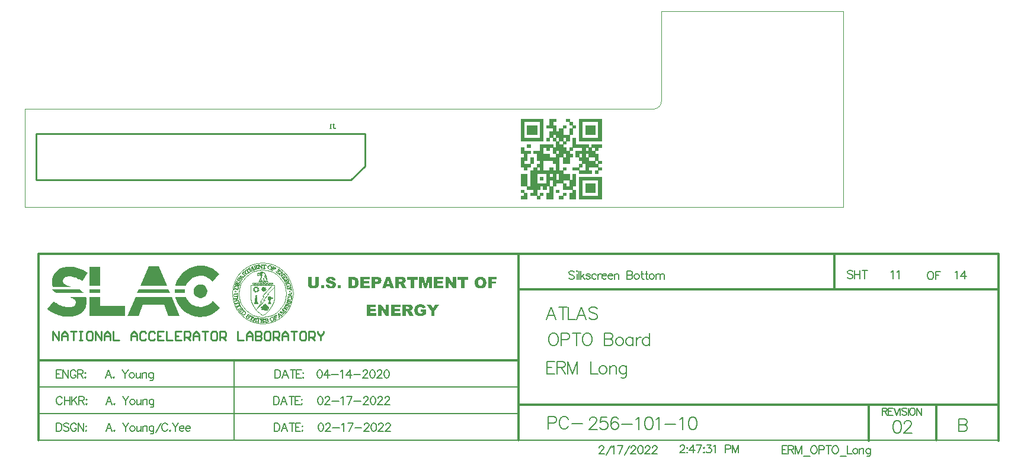
<source format=gbo>
G04*
G04 #@! TF.GenerationSoftware,Altium Limited,Altium Designer,21.3.2 (30)*
G04*
G04 Layer_Color=10066410*
%FSLAX25Y25*%
%MOIN*%
G70*
G04*
G04 #@! TF.SameCoordinates,0BA03C88-78D3-4CE0-B3B6-7A37467246DB*
G04*
G04*
G04 #@! TF.FilePolarity,Positive*
G04*
G01*
G75*
%ADD10C,0.00500*%
%ADD11C,0.00300*%
%ADD12C,0.00800*%
%ADD13C,0.01200*%
%ADD14C,0.00026*%
%ADD15C,0.00043*%
%ADD16C,0.00195*%
%ADD17C,0.00061*%
%ADD18C,0.00087*%
%ADD19C,0.00104*%
%ADD20C,0.00052*%
%ADD21C,0.00049*%
%ADD22C,0.00183*%
%ADD23C,0.00174*%
%ADD24C,0.00244*%
%ADD25C,0.00035*%
%ADD26C,0.01000*%
%ADD27R,0.06131X0.10864*%
%ADD28R,0.06131X0.02042*%
%ADD51C,0.00984*%
G36*
X26368Y-33752D02*
X27377Y-33850D01*
X28659Y-34051D01*
X29751Y-34308D01*
X30805Y-34635D01*
X31823Y-35030D01*
X32803Y-35491D01*
X33746Y-36018D01*
X34651Y-36607D01*
X35518Y-37257D01*
X32333Y-41875D01*
X31340Y-41241D01*
X30805Y-40905D01*
X30278Y-40630D01*
X29393Y-40169D01*
X28659Y-39882D01*
X27942Y-39602D01*
X27222Y-39398D01*
X26864Y-39323D01*
X26437Y-39240D01*
X26046Y-39191D01*
X25795Y-39159D01*
X25481Y-39145D01*
X25167Y-39131D01*
X24752Y-39144D01*
X24379Y-39165D01*
X23701Y-39281D01*
X23124Y-39462D01*
X22812Y-39593D01*
X22645Y-39695D01*
X22415Y-39835D01*
X22090Y-40117D01*
X21829Y-40447D01*
X21639Y-40830D01*
X21536Y-41216D01*
X21505Y-41557D01*
X21536Y-42107D01*
X21639Y-42524D01*
X21835Y-42913D01*
X22098Y-43235D01*
X22477Y-43545D01*
X22970Y-43835D01*
X23588Y-44116D01*
X24341Y-44394D01*
X26296Y-44977D01*
X15810D01*
X15479Y-43405D01*
X15414Y-42114D01*
X15533Y-40650D01*
X15881Y-39299D01*
X16444Y-38070D01*
X17207Y-36973D01*
X18156Y-36018D01*
X19275Y-35215D01*
X20550Y-34573D01*
X21901Y-34124D01*
X23701Y-33802D01*
X25167Y-33714D01*
X26368Y-33752D01*
D02*
G37*
G36*
X99391Y-33119D02*
X100884Y-33248D01*
X102383Y-33540D01*
X103722Y-33941D01*
X105051Y-34490D01*
X106309Y-35164D01*
X107489Y-35954D01*
X108583Y-36854D01*
X109583Y-37855D01*
X105845Y-42174D01*
X104761Y-41040D01*
X104028Y-40444D01*
X103234Y-39928D01*
X102383Y-39500D01*
X101483Y-39164D01*
X100539Y-38927D01*
X99556Y-38796D01*
X98434Y-38782D01*
X97125Y-38947D01*
X95883Y-39298D01*
X94724Y-39820D01*
X93661Y-40498D01*
X92696Y-41333D01*
X91885Y-42263D01*
X91200Y-43321D01*
X90669Y-44477D01*
X84804D01*
X84866Y-44089D01*
X85197Y-42950D01*
X85616Y-41853D01*
X86120Y-40800D01*
X86704Y-39796D01*
X87035Y-39321D01*
X87365Y-38846D01*
X88098Y-37953D01*
X88898Y-37122D01*
X89763Y-36357D01*
X90687Y-35662D01*
X91666Y-35042D01*
X92711Y-34494D01*
X93774Y-34041D01*
X94894Y-33669D01*
X96053Y-33388D01*
X97246Y-33202D01*
X98434Y-33119D01*
X99391Y-33119D01*
D02*
G37*
G36*
X80045Y-44477D02*
X64977D01*
X69685Y-33414D01*
X75337D01*
X80045Y-44477D01*
D02*
G37*
G36*
X90170Y-46521D02*
X90144Y-46916D01*
X90119Y-47284D01*
Y-48003D01*
X90170Y-48542D01*
X84488D01*
X84469Y-47901D01*
X84451Y-47465D01*
X84454Y-47261D01*
X84488Y-46521D01*
X90170Y-46521D01*
D02*
G37*
G36*
X31849Y-47174D02*
X32165Y-47416D01*
X32482Y-47658D01*
X32863Y-48004D01*
X33375Y-48562D01*
X18203D01*
X17875Y-48392D01*
X17547Y-48222D01*
X17185Y-47998D01*
X16824Y-47774D01*
X16398Y-47436D01*
X15973Y-47097D01*
X15425Y-46520D01*
X30766D01*
X31849Y-47174D01*
D02*
G37*
G36*
X81784Y-48562D02*
X63238D01*
X64107Y-46520D01*
X80916D01*
X81784Y-48562D01*
D02*
G37*
G36*
X100020Y-43855D02*
X100717Y-44143D01*
X101343Y-44562D01*
X101876Y-45095D01*
X102295Y-45721D01*
X102583Y-46417D01*
X102730Y-47157D01*
Y-47533D01*
Y-47537D01*
Y-47913D01*
X102583Y-48652D01*
X102295Y-49349D01*
X101876Y-49975D01*
X101343Y-50508D01*
X100717Y-50927D01*
X100020Y-51215D01*
X99281Y-51362D01*
X98528D01*
X97790Y-51215D01*
X97095Y-50927D01*
X96469Y-50509D01*
X95937Y-49977D01*
X95519Y-49351D01*
X95231Y-48656D01*
X95085Y-47918D01*
Y-47542D01*
Y-47528D01*
Y-47152D01*
X95231Y-46414D01*
X95519Y-45719D01*
X95937Y-45093D01*
X96469Y-44561D01*
X97095Y-44143D01*
X97790Y-43855D01*
X98528Y-43708D01*
X99281D01*
X100020Y-43855D01*
D02*
G37*
G36*
X34673Y-51361D02*
X34760Y-51806D01*
X34820Y-52328D01*
X34837Y-52784D01*
X34854Y-53239D01*
X34790Y-54059D01*
X34730Y-54826D01*
X34550Y-55538D01*
X34367Y-56262D01*
X34000Y-57116D01*
X33781Y-57546D01*
X33382Y-58108D01*
X32984Y-58671D01*
X32489Y-59152D01*
X31993Y-59634D01*
X30821Y-60431D01*
X30152Y-60744D01*
X29484Y-61058D01*
X29123Y-61168D01*
X28621Y-61320D01*
X27976Y-61514D01*
X27693Y-61562D01*
X27119Y-61659D01*
X26717Y-61727D01*
X26335Y-61787D01*
X26123Y-61799D01*
X25464Y-61833D01*
X25103Y-61853D01*
X24588Y-61877D01*
X24195Y-61863D01*
X23803Y-61849D01*
X23356Y-61834D01*
X22895Y-61785D01*
X22494Y-61743D01*
X22014Y-61687D01*
X21587Y-61611D01*
X21160Y-61536D01*
X20840Y-61479D01*
X20328Y-61351D01*
X19964Y-61260D01*
X19517Y-61141D01*
X19120Y-61010D01*
X18723Y-60880D01*
X18382Y-60768D01*
X17945Y-60588D01*
X17567Y-60433D01*
X16806Y-60086D01*
X16422Y-59895D01*
X16030Y-59699D01*
X15469Y-59364D01*
X14908Y-59029D01*
X13829Y-58269D01*
X12799Y-57419D01*
X16422Y-53080D01*
X17190Y-53658D01*
X17567Y-53943D01*
X17945Y-54227D01*
X18382Y-54506D01*
X18723Y-54724D01*
X19120Y-54945D01*
X19601Y-55205D01*
X19964Y-55377D01*
X20328Y-55549D01*
X20584Y-55647D01*
X21000Y-55808D01*
X21587Y-55997D01*
X22094Y-56141D01*
X22494Y-56226D01*
X23125Y-56340D01*
X23580Y-56397D01*
X24195Y-56441D01*
X24682Y-56462D01*
X25103Y-56449D01*
X25464Y-56435D01*
X26123Y-56348D01*
X26352Y-56293D01*
X26717Y-56205D01*
X26997Y-56100D01*
X27387Y-55929D01*
X27693Y-55762D01*
X28070Y-55467D01*
X28368Y-55124D01*
X28546Y-54806D01*
X28621Y-54621D01*
X28728Y-54200D01*
X28763Y-53836D01*
X28738Y-53361D01*
X28621Y-52915D01*
X28438Y-52560D01*
X28278Y-52338D01*
X28033Y-52108D01*
X27825Y-51946D01*
X27534Y-51746D01*
X27241Y-51592D01*
X26857Y-51403D01*
X26543Y-51270D01*
X26229Y-51147D01*
X26123Y-51112D01*
X25464Y-50894D01*
X24622Y-50605D01*
X34485D01*
X34673Y-51361D01*
D02*
G37*
G36*
X42613Y-55906D02*
X56506D01*
Y-61479D01*
X36481D01*
Y-50605D01*
X42613D01*
Y-55906D01*
D02*
G37*
G36*
X87283Y-61480D02*
X80871D01*
X78324Y-55230D01*
X66540D01*
X63991Y-61480D01*
X57742D01*
X62369Y-50605D01*
X82654D01*
X87283Y-61480D01*
D02*
G37*
G36*
X90910Y-51195D02*
X91215Y-51750D01*
X91519Y-52306D01*
X91970Y-52903D01*
X92277Y-53312D01*
X92693Y-53727D01*
X93167Y-54198D01*
X93469Y-54423D01*
X93771Y-54648D01*
X94176Y-54950D01*
X94534Y-55144D01*
X94892Y-55338D01*
X95289Y-55553D01*
X95670Y-55692D01*
X96051Y-55831D01*
X96492Y-55992D01*
X97771Y-56253D01*
X98434Y-56312D01*
X98942Y-56305D01*
X99573Y-56296D01*
X100578Y-56159D01*
X101544Y-55910D01*
X102463Y-55558D01*
X103329Y-55109D01*
X103732Y-54839D01*
X104135Y-54569D01*
X104390Y-54355D01*
X104645Y-54141D01*
X104875Y-53946D01*
X105100Y-53711D01*
X105325Y-53475D01*
X105543Y-53246D01*
X105754Y-53003D01*
X105964Y-52760D01*
X109964Y-56798D01*
X108955Y-57888D01*
X107840Y-58868D01*
X106627Y-59732D01*
X105325Y-60469D01*
X104645Y-60787D01*
X103732Y-61129D01*
X103228Y-61318D01*
X101744Y-61699D01*
X100204Y-61923D01*
X99415Y-61974D01*
X98942Y-61975D01*
X98469Y-61977D01*
X98102Y-61951D01*
X97245Y-61891D01*
X96051Y-61705D01*
X95289Y-61520D01*
X94892Y-61424D01*
X93973Y-61119D01*
X93771Y-61052D01*
X93167Y-60794D01*
X92693Y-60592D01*
X91970Y-60211D01*
X91662Y-60049D01*
X91215Y-59766D01*
X90665Y-59415D01*
X90212Y-59074D01*
X89759Y-58733D01*
X89326Y-58350D01*
X88894Y-57967D01*
X88093Y-57135D01*
X87727Y-56688D01*
X87361Y-56242D01*
X87030Y-55766D01*
X86700Y-55290D01*
X86408Y-54788D01*
X86116Y-54286D01*
X85864Y-53759D01*
X85613Y-53232D01*
X85403Y-52682D01*
X85194Y-52133D01*
X84864Y-50993D01*
X84803Y-50605D01*
X90665D01*
X90910Y-51195D01*
D02*
G37*
G36*
X172474Y-39383D02*
X172578D01*
X172692Y-39393D01*
X172828Y-39414D01*
X172963Y-39424D01*
X173265Y-39487D01*
X173567Y-39570D01*
X173869Y-39674D01*
X174004Y-39747D01*
X174129Y-39830D01*
X174139D01*
X174160Y-39851D01*
X174191Y-39882D01*
X174233Y-39914D01*
X174285Y-39966D01*
X174337Y-40028D01*
X174400Y-40091D01*
X174472Y-40174D01*
X174535Y-40268D01*
X174597Y-40382D01*
X174670Y-40497D01*
X174722Y-40622D01*
X174785Y-40767D01*
X174826Y-40923D01*
X174868Y-41090D01*
X174899Y-41267D01*
X173057Y-41371D01*
Y-41350D01*
X173036Y-41298D01*
X173015Y-41225D01*
X172984Y-41132D01*
X172942Y-41028D01*
X172890Y-40923D01*
X172817Y-40830D01*
X172734Y-40747D01*
X172724Y-40736D01*
X172692Y-40715D01*
X172640Y-40684D01*
X172567Y-40642D01*
X172474Y-40611D01*
X172359Y-40580D01*
X172234Y-40559D01*
X172078Y-40549D01*
X172026D01*
X171964Y-40559D01*
X171880Y-40569D01*
X171714Y-40611D01*
X171631Y-40642D01*
X171558Y-40694D01*
X171547Y-40705D01*
X171537Y-40715D01*
X171506Y-40747D01*
X171474Y-40788D01*
X171422Y-40903D01*
X171402Y-40975D01*
X171391Y-41048D01*
Y-41059D01*
Y-41069D01*
X171412Y-41142D01*
X171453Y-41225D01*
X171485Y-41277D01*
X171537Y-41319D01*
X171547Y-41329D01*
X171568Y-41340D01*
X171610Y-41361D01*
X171672Y-41392D01*
X171755Y-41434D01*
X171870Y-41475D01*
X172016Y-41517D01*
X172193Y-41558D01*
X172203D01*
X172245Y-41569D01*
X172318Y-41590D01*
X172401Y-41600D01*
X172505Y-41631D01*
X172630Y-41662D01*
X172765Y-41694D01*
X172911Y-41725D01*
X173213Y-41819D01*
X173515Y-41912D01*
X173660Y-41964D01*
X173796Y-42017D01*
X173921Y-42068D01*
X174035Y-42121D01*
X174046D01*
X174056Y-42131D01*
X174087Y-42152D01*
X174129Y-42173D01*
X174223Y-42235D01*
X174347Y-42308D01*
X174483Y-42412D01*
X174618Y-42537D01*
X174743Y-42672D01*
X174847Y-42818D01*
X174858Y-42839D01*
X174889Y-42891D01*
X174931Y-42974D01*
X174983Y-43089D01*
X175024Y-43234D01*
X175066Y-43391D01*
X175097Y-43568D01*
X175107Y-43755D01*
Y-43765D01*
Y-43786D01*
Y-43817D01*
Y-43859D01*
X175087Y-43974D01*
X175066Y-44130D01*
X175024Y-44296D01*
X174962Y-44484D01*
X174878Y-44681D01*
X174764Y-44879D01*
Y-44890D01*
X174753Y-44900D01*
X174701Y-44962D01*
X174629Y-45056D01*
X174524Y-45171D01*
X174389Y-45296D01*
X174223Y-45421D01*
X174035Y-45546D01*
X173817Y-45660D01*
X173806D01*
X173785Y-45670D01*
X173754Y-45681D01*
X173713Y-45702D01*
X173650Y-45722D01*
X173577Y-45743D01*
X173494Y-45764D01*
X173400Y-45785D01*
X173296Y-45816D01*
X173182Y-45837D01*
X172921Y-45879D01*
X172619Y-45910D01*
X172286Y-45920D01*
X172130D01*
X172026Y-45910D01*
X171891Y-45899D01*
X171745Y-45889D01*
X171578Y-45868D01*
X171402Y-45847D01*
X171027Y-45774D01*
X170839Y-45722D01*
X170652Y-45660D01*
X170475Y-45587D01*
X170319Y-45504D01*
X170163Y-45410D01*
X170038Y-45306D01*
X170027Y-45296D01*
X170007Y-45275D01*
X169975Y-45244D01*
X169944Y-45191D01*
X169892Y-45129D01*
X169840Y-45056D01*
X169778Y-44973D01*
X169715Y-44869D01*
X169653Y-44765D01*
X169590Y-44640D01*
X169476Y-44380D01*
X169392Y-44067D01*
X169361Y-43901D01*
X169340Y-43724D01*
X171204Y-43599D01*
Y-43620D01*
X171214Y-43672D01*
X171235Y-43755D01*
X171256Y-43859D01*
X171287Y-43974D01*
X171329Y-44088D01*
X171381Y-44192D01*
X171443Y-44296D01*
X171453Y-44317D01*
X171506Y-44359D01*
X171568Y-44411D01*
X171672Y-44484D01*
X171797Y-44556D01*
X171943Y-44609D01*
X172120Y-44650D01*
X172318Y-44671D01*
X172390D01*
X172463Y-44661D01*
X172557Y-44650D01*
X172661Y-44629D01*
X172776Y-44588D01*
X172880Y-44546D01*
X172973Y-44484D01*
X172984Y-44473D01*
X173005Y-44452D01*
X173046Y-44411D01*
X173088Y-44348D01*
X173129Y-44286D01*
X173171Y-44203D01*
X173192Y-44119D01*
X173202Y-44026D01*
Y-44015D01*
Y-43984D01*
X173192Y-43932D01*
X173171Y-43880D01*
X173150Y-43807D01*
X173109Y-43734D01*
X173057Y-43661D01*
X172984Y-43588D01*
X172973Y-43578D01*
X172942Y-43557D01*
X172869Y-43516D01*
X172776Y-43464D01*
X172640Y-43411D01*
X172557Y-43380D01*
X172463Y-43349D01*
X172359Y-43318D01*
X172245Y-43276D01*
X172120Y-43245D01*
X171974Y-43214D01*
X171964D01*
X171922Y-43203D01*
X171849Y-43182D01*
X171766Y-43162D01*
X171662Y-43130D01*
X171537Y-43099D01*
X171402Y-43058D01*
X171256Y-43016D01*
X170954Y-42901D01*
X170652Y-42776D01*
X170506Y-42704D01*
X170371Y-42620D01*
X170246Y-42537D01*
X170132Y-42454D01*
X170121Y-42443D01*
X170111Y-42433D01*
X170079Y-42402D01*
X170048Y-42370D01*
X169955Y-42266D01*
X169861Y-42121D01*
X169757Y-41944D01*
X169663Y-41735D01*
X169600Y-41496D01*
X169590Y-41361D01*
X169580Y-41225D01*
Y-41215D01*
Y-41205D01*
Y-41142D01*
X169590Y-41048D01*
X169611Y-40923D01*
X169653Y-40788D01*
X169694Y-40632D01*
X169767Y-40476D01*
X169861Y-40309D01*
X169871Y-40288D01*
X169913Y-40236D01*
X169975Y-40153D01*
X170069Y-40059D01*
X170194Y-39945D01*
X170340Y-39830D01*
X170517Y-39726D01*
X170714Y-39622D01*
X170725D01*
X170746Y-39612D01*
X170777Y-39601D01*
X170818Y-39581D01*
X170881Y-39560D01*
X170943Y-39539D01*
X171027Y-39518D01*
X171120Y-39497D01*
X171235Y-39476D01*
X171349Y-39456D01*
X171474Y-39435D01*
X171620Y-39414D01*
X171766Y-39393D01*
X171922Y-39383D01*
X172276Y-39372D01*
X172390D01*
X172474Y-39383D01*
D02*
G37*
G36*
X242710Y-45816D02*
X240867D01*
X238494Y-42339D01*
Y-45816D01*
X236651D01*
Y-39476D01*
X238473D01*
X240867Y-42985D01*
Y-39476D01*
X242710D01*
Y-45816D01*
D02*
G37*
G36*
X228979D02*
X227376D01*
Y-40986D01*
X226137Y-45816D01*
X224680D01*
X223451Y-40986D01*
Y-45816D01*
X221848D01*
Y-39476D01*
X224430D01*
X225409Y-43339D01*
X226397Y-39476D01*
X228979D01*
Y-45816D01*
D02*
G37*
G36*
X165447Y-43255D02*
Y-43266D01*
Y-43276D01*
Y-43307D01*
Y-43349D01*
X165437Y-43464D01*
X165426Y-43599D01*
X165405Y-43765D01*
X165374Y-43942D01*
X165332Y-44130D01*
X165270Y-44317D01*
Y-44328D01*
X165260Y-44338D01*
X165239Y-44400D01*
X165197Y-44494D01*
X165135Y-44609D01*
X165062Y-44754D01*
X164968Y-44900D01*
X164854Y-45046D01*
X164718Y-45191D01*
X164697Y-45212D01*
X164656Y-45254D01*
X164583Y-45316D01*
X164479Y-45400D01*
X164364Y-45483D01*
X164229Y-45566D01*
X164083Y-45650D01*
X163927Y-45712D01*
X163917D01*
X163906Y-45722D01*
X163875Y-45733D01*
X163823Y-45743D01*
X163771Y-45764D01*
X163708Y-45774D01*
X163542Y-45816D01*
X163344Y-45858D01*
X163115Y-45889D01*
X162855Y-45910D01*
X162563Y-45920D01*
X162386D01*
X162261Y-45910D01*
X162105D01*
X161939Y-45889D01*
X161741Y-45879D01*
X161543Y-45858D01*
X161522D01*
X161491Y-45847D01*
X161450D01*
X161356Y-45827D01*
X161231Y-45806D01*
X161085Y-45764D01*
X160929Y-45722D01*
X160773Y-45670D01*
X160627Y-45608D01*
X160606Y-45597D01*
X160565Y-45566D01*
X160492Y-45525D01*
X160408Y-45462D01*
X160304Y-45389D01*
X160190Y-45296D01*
X160075Y-45181D01*
X159961Y-45056D01*
X159950Y-45035D01*
X159909Y-44994D01*
X159857Y-44921D01*
X159794Y-44827D01*
X159732Y-44723D01*
X159659Y-44598D01*
X159597Y-44463D01*
X159545Y-44328D01*
Y-44317D01*
X159534Y-44296D01*
X159524Y-44265D01*
X159513Y-44223D01*
X159492Y-44109D01*
X159461Y-43963D01*
X159420Y-43797D01*
X159399Y-43620D01*
X159378Y-43432D01*
X159368Y-43255D01*
Y-39476D01*
X161325D01*
Y-43349D01*
Y-43359D01*
Y-43370D01*
Y-43432D01*
X161335Y-43526D01*
X161356Y-43640D01*
X161398Y-43765D01*
X161439Y-43901D01*
X161512Y-44036D01*
X161606Y-44151D01*
X161616Y-44161D01*
X161658Y-44192D01*
X161720Y-44244D01*
X161814Y-44296D01*
X161928Y-44348D01*
X162064Y-44400D01*
X162230Y-44432D01*
X162407Y-44442D01*
X162490D01*
X162584Y-44432D01*
X162699Y-44411D01*
X162824Y-44369D01*
X162949Y-44328D01*
X163084Y-44255D01*
X163198Y-44161D01*
X163209Y-44151D01*
X163240Y-44109D01*
X163292Y-44036D01*
X163344Y-43953D01*
X163396Y-43838D01*
X163448Y-43692D01*
X163479Y-43536D01*
X163490Y-43349D01*
Y-39476D01*
X165447D01*
Y-43255D01*
D02*
G37*
G36*
X265612Y-40840D02*
X262728D01*
Y-41944D01*
X265196D01*
Y-43224D01*
X262728D01*
Y-45816D01*
X260761D01*
Y-39476D01*
X265612D01*
Y-40840D01*
D02*
G37*
G36*
X249529Y-41038D02*
X247530D01*
Y-45816D01*
X245573D01*
Y-41038D01*
X243574D01*
Y-39476D01*
X249529D01*
Y-41038D01*
D02*
G37*
G36*
X235485Y-40830D02*
X232196D01*
Y-41840D01*
X235246D01*
Y-43130D01*
X232196D01*
Y-44380D01*
X235579D01*
Y-45816D01*
X230228D01*
Y-39476D01*
X235485D01*
Y-40830D01*
D02*
G37*
G36*
X220984Y-41038D02*
X218986D01*
Y-45816D01*
X217028D01*
Y-41038D01*
X215030D01*
Y-39476D01*
X220984D01*
Y-41038D01*
D02*
G37*
G36*
X212177Y-39487D02*
X212386Y-39497D01*
X212604Y-39518D01*
X212844Y-39539D01*
X213062Y-39581D01*
X213260Y-39633D01*
X213270D01*
X213281Y-39643D01*
X213343Y-39664D01*
X213427Y-39706D01*
X213541Y-39768D01*
X213656Y-39841D01*
X213791Y-39945D01*
X213916Y-40070D01*
X214030Y-40216D01*
X214041Y-40236D01*
X214083Y-40288D01*
X214124Y-40382D01*
X214187Y-40497D01*
X214239Y-40653D01*
X214291Y-40830D01*
X214322Y-41028D01*
X214332Y-41246D01*
Y-41256D01*
Y-41267D01*
Y-41329D01*
X214322Y-41434D01*
X214301Y-41558D01*
X214280Y-41694D01*
X214239Y-41850D01*
X214176Y-42006D01*
X214103Y-42152D01*
X214093Y-42173D01*
X214062Y-42214D01*
X214010Y-42287D01*
X213937Y-42370D01*
X213854Y-42474D01*
X213739Y-42579D01*
X213624Y-42683D01*
X213479Y-42776D01*
X213468Y-42787D01*
X213437Y-42797D01*
X213375Y-42829D01*
X213302Y-42860D01*
X213198Y-42901D01*
X213083Y-42943D01*
X212948Y-42985D01*
X212792Y-43026D01*
X212802D01*
X212844Y-43047D01*
X212906Y-43068D01*
X212979Y-43099D01*
X213146Y-43172D01*
X213229Y-43214D01*
X213291Y-43255D01*
X213302D01*
X213312Y-43276D01*
X213343Y-43297D01*
X213375Y-43328D01*
X213416Y-43380D01*
X213468Y-43432D01*
X213531Y-43505D01*
X213604Y-43599D01*
X213614Y-43609D01*
X213635Y-43640D01*
X213677Y-43682D01*
X213718Y-43745D01*
X213812Y-43870D01*
X213854Y-43932D01*
X213885Y-43984D01*
X214842Y-45816D01*
X212625D01*
X211574Y-43890D01*
X211563Y-43870D01*
X211542Y-43828D01*
X211501Y-43765D01*
X211459Y-43682D01*
X211397Y-43599D01*
X211345Y-43526D01*
X211282Y-43453D01*
X211220Y-43401D01*
X211209Y-43391D01*
X211189Y-43380D01*
X211137Y-43349D01*
X211084Y-43318D01*
X211012Y-43297D01*
X210928Y-43266D01*
X210835Y-43255D01*
X210741Y-43245D01*
X210574D01*
Y-45816D01*
X208607D01*
Y-39476D01*
X212094D01*
X212177Y-39487D01*
D02*
G37*
G36*
X207951Y-45816D02*
X205890D01*
X205577Y-44765D01*
X203360D01*
X203048Y-45816D01*
X201049D01*
X203423Y-39476D01*
X205577D01*
X207951Y-45816D01*
D02*
G37*
G36*
X198707Y-39487D02*
X198790D01*
X198894Y-39508D01*
X199009Y-39518D01*
X199134Y-39539D01*
X199394Y-39601D01*
X199654Y-39695D01*
X199790Y-39747D01*
X199915Y-39820D01*
X200029Y-39893D01*
X200133Y-39987D01*
X200144Y-39997D01*
X200154Y-40007D01*
X200185Y-40039D01*
X200216Y-40080D01*
X200258Y-40132D01*
X200300Y-40195D01*
X200352Y-40268D01*
X200404Y-40361D01*
X200445Y-40455D01*
X200497Y-40559D01*
X200539Y-40684D01*
X200581Y-40809D01*
X200643Y-41090D01*
X200654Y-41256D01*
X200664Y-41423D01*
Y-41434D01*
Y-41465D01*
Y-41517D01*
X200654Y-41579D01*
X200643Y-41662D01*
X200633Y-41756D01*
X200612Y-41860D01*
X200591Y-41975D01*
X200518Y-42214D01*
X200414Y-42464D01*
X200352Y-42589D01*
X200279Y-42714D01*
X200185Y-42829D01*
X200081Y-42933D01*
X200071Y-42943D01*
X200050Y-42953D01*
X200019Y-42985D01*
X199977Y-43016D01*
X199915Y-43058D01*
X199842Y-43099D01*
X199748Y-43151D01*
X199644Y-43193D01*
X199529Y-43245D01*
X199404Y-43297D01*
X199259Y-43339D01*
X199102Y-43380D01*
X198925Y-43411D01*
X198738Y-43443D01*
X198540Y-43453D01*
X198322Y-43464D01*
X197249D01*
Y-45816D01*
X195282D01*
Y-39476D01*
X198634D01*
X198707Y-39487D01*
D02*
G37*
G36*
X194137Y-40830D02*
X190847D01*
Y-41840D01*
X193897D01*
Y-43130D01*
X190847D01*
Y-44380D01*
X194231D01*
Y-45816D01*
X188880D01*
Y-39476D01*
X194137D01*
Y-40830D01*
D02*
G37*
G36*
X185143Y-39487D02*
X185226D01*
X185413Y-39508D01*
X185642Y-39539D01*
X185871Y-39581D01*
X186100Y-39633D01*
X186309Y-39716D01*
X186319D01*
X186329Y-39726D01*
X186402Y-39757D01*
X186496Y-39810D01*
X186621Y-39882D01*
X186756Y-39976D01*
X186902Y-40091D01*
X187048Y-40226D01*
X187183Y-40382D01*
X187204Y-40403D01*
X187246Y-40455D01*
X187308Y-40549D01*
X187381Y-40674D01*
X187464Y-40819D01*
X187547Y-40996D01*
X187631Y-41194D01*
X187693Y-41402D01*
Y-41413D01*
X187704Y-41423D01*
Y-41465D01*
X187714Y-41506D01*
X187735Y-41558D01*
X187745Y-41621D01*
X187776Y-41777D01*
X187797Y-41954D01*
X187829Y-42162D01*
X187839Y-42391D01*
X187849Y-42631D01*
Y-42641D01*
Y-42672D01*
Y-42724D01*
Y-42797D01*
X187839Y-42880D01*
Y-42985D01*
X187829Y-43089D01*
X187818Y-43214D01*
X187787Y-43464D01*
X187745Y-43724D01*
X187693Y-43984D01*
X187652Y-44098D01*
X187610Y-44213D01*
Y-44223D01*
X187599Y-44234D01*
X187589Y-44265D01*
X187568Y-44307D01*
X187516Y-44411D01*
X187443Y-44536D01*
X187350Y-44681D01*
X187246Y-44838D01*
X187110Y-44994D01*
X186964Y-45150D01*
X186944Y-45171D01*
X186892Y-45212D01*
X186808Y-45275D01*
X186704Y-45348D01*
X186569Y-45441D01*
X186423Y-45514D01*
X186267Y-45587D01*
X186090Y-45650D01*
X186080D01*
X186059Y-45660D01*
X186028D01*
X185986Y-45670D01*
X185923Y-45691D01*
X185861Y-45702D01*
X185705Y-45733D01*
X185517Y-45764D01*
X185330Y-45785D01*
X185122Y-45806D01*
X184924Y-45816D01*
X182020D01*
Y-39476D01*
X185070D01*
X185143Y-39487D01*
D02*
G37*
G36*
X177866Y-45816D02*
X175982D01*
Y-44046D01*
X177866D01*
Y-45816D01*
D02*
G37*
G36*
X168518D02*
X166634D01*
Y-44046D01*
X168518D01*
Y-45816D01*
D02*
G37*
G36*
X256555Y-39383D02*
X256659D01*
X256795Y-39393D01*
X256941Y-39414D01*
X257117Y-39445D01*
X257294Y-39476D01*
X257492Y-39529D01*
X257690Y-39581D01*
X257888Y-39653D01*
X258096Y-39737D01*
X258294Y-39830D01*
X258481Y-39945D01*
X258668Y-40080D01*
X258835Y-40226D01*
X258845Y-40236D01*
X258877Y-40268D01*
X258918Y-40309D01*
X258970Y-40382D01*
X259033Y-40465D01*
X259106Y-40580D01*
X259189Y-40705D01*
X259272Y-40840D01*
X259345Y-41007D01*
X259428Y-41184D01*
X259501Y-41371D01*
X259564Y-41590D01*
X259616Y-41819D01*
X259658Y-42058D01*
X259689Y-42318D01*
X259699Y-42599D01*
Y-42610D01*
Y-42652D01*
Y-42704D01*
X259689Y-42787D01*
Y-42880D01*
X259678Y-42985D01*
X259668Y-43110D01*
X259658Y-43245D01*
X259605Y-43536D01*
X259543Y-43838D01*
X259449Y-44151D01*
X259324Y-44432D01*
Y-44442D01*
X259303Y-44463D01*
X259283Y-44494D01*
X259251Y-44546D01*
X259220Y-44609D01*
X259168Y-44671D01*
X259054Y-44838D01*
X258897Y-45015D01*
X258710Y-45191D01*
X258491Y-45379D01*
X258242Y-45535D01*
X258231D01*
X258210Y-45556D01*
X258169Y-45566D01*
X258117Y-45597D01*
X258044Y-45629D01*
X257961Y-45660D01*
X257867Y-45691D01*
X257752Y-45722D01*
X257638Y-45764D01*
X257503Y-45795D01*
X257357Y-45827D01*
X257201Y-45858D01*
X256857Y-45899D01*
X256472Y-45920D01*
X256368D01*
X256295Y-45910D01*
X256201D01*
X256097Y-45899D01*
X255972Y-45889D01*
X255847Y-45879D01*
X255566Y-45837D01*
X255264Y-45774D01*
X254973Y-45702D01*
X254692Y-45587D01*
X254681D01*
X254661Y-45566D01*
X254629Y-45546D01*
X254577Y-45525D01*
X254515Y-45483D01*
X254452Y-45441D01*
X254286Y-45327D01*
X254109Y-45171D01*
X253922Y-44983D01*
X253734Y-44765D01*
X253557Y-44504D01*
Y-44494D01*
X253536Y-44473D01*
X253516Y-44432D01*
X253495Y-44369D01*
X253464Y-44296D01*
X253422Y-44213D01*
X253380Y-44109D01*
X253349Y-43994D01*
X253307Y-43870D01*
X253266Y-43724D01*
X253235Y-43578D01*
X253193Y-43411D01*
X253172Y-43234D01*
X253151Y-43047D01*
X253130Y-42652D01*
Y-42631D01*
Y-42579D01*
X253141Y-42506D01*
Y-42391D01*
X253162Y-42266D01*
X253172Y-42110D01*
X253203Y-41944D01*
X253235Y-41767D01*
X253287Y-41579D01*
X253339Y-41381D01*
X253412Y-41184D01*
X253495Y-40975D01*
X253599Y-40778D01*
X253713Y-40590D01*
X253838Y-40403D01*
X253994Y-40236D01*
X254005Y-40226D01*
X254036Y-40195D01*
X254088Y-40153D01*
X254151Y-40101D01*
X254244Y-40039D01*
X254348Y-39966D01*
X254473Y-39882D01*
X254619Y-39799D01*
X254786Y-39726D01*
X254963Y-39643D01*
X255160Y-39570D01*
X255379Y-39508D01*
X255608Y-39456D01*
X255858Y-39414D01*
X256118Y-39383D01*
X256399Y-39372D01*
X256472D01*
X256555Y-39383D01*
D02*
G37*
G36*
X222879Y-54883D02*
X222983D01*
X223087Y-54893D01*
X223212D01*
X223462Y-54924D01*
X223722Y-54956D01*
X223972Y-55008D01*
X224087Y-55039D01*
X224191Y-55070D01*
X224201D01*
X224212Y-55080D01*
X224285Y-55101D01*
X224378Y-55153D01*
X224503Y-55216D01*
X224639Y-55299D01*
X224784Y-55403D01*
X224930Y-55518D01*
X225065Y-55664D01*
X225076Y-55684D01*
X225117Y-55736D01*
X225180Y-55820D01*
X225263Y-55934D01*
X225346Y-56080D01*
X225430Y-56257D01*
X225513Y-56455D01*
X225586Y-56673D01*
X223691Y-57006D01*
X223681Y-56986D01*
X223670Y-56944D01*
X223639Y-56881D01*
X223598Y-56809D01*
X223535Y-56715D01*
X223473Y-56632D01*
X223379Y-56538D01*
X223285Y-56465D01*
X223275Y-56455D01*
X223233Y-56434D01*
X223181Y-56403D01*
X223098Y-56361D01*
X222994Y-56330D01*
X222869Y-56299D01*
X222733Y-56278D01*
X222577Y-56267D01*
X222515D01*
X222473Y-56278D01*
X222348Y-56288D01*
X222203Y-56319D01*
X222046Y-56371D01*
X221869Y-56455D01*
X221703Y-56569D01*
X221620Y-56632D01*
X221547Y-56715D01*
X221526Y-56736D01*
X221515Y-56767D01*
X221484Y-56798D01*
X221463Y-56850D01*
X221432Y-56902D01*
X221391Y-56975D01*
X221359Y-57058D01*
X221328Y-57152D01*
X221287Y-57256D01*
X221255Y-57371D01*
X221234Y-57496D01*
X221203Y-57641D01*
X221193Y-57787D01*
X221172Y-57954D01*
Y-58131D01*
Y-58141D01*
Y-58172D01*
Y-58224D01*
X221182Y-58297D01*
Y-58381D01*
X221193Y-58485D01*
X221224Y-58703D01*
X221266Y-58943D01*
X221339Y-59182D01*
X221432Y-59411D01*
X221495Y-59505D01*
X221557Y-59598D01*
X221578Y-59619D01*
X221630Y-59671D01*
X221713Y-59734D01*
X221838Y-59817D01*
X221984Y-59900D01*
X222171Y-59963D01*
X222390Y-60015D01*
X222629Y-60036D01*
X222681D01*
X222754Y-60025D01*
X222838D01*
X222931Y-60015D01*
X223035Y-59994D01*
X223254Y-59942D01*
X223264D01*
X223306Y-59921D01*
X223369Y-59900D01*
X223452Y-59869D01*
X223556Y-59817D01*
X223681Y-59765D01*
X223806Y-59703D01*
X223952Y-59619D01*
Y-59026D01*
X222640D01*
Y-57704D01*
X225669D01*
Y-60410D01*
X225659Y-60421D01*
X225627Y-60431D01*
X225586Y-60462D01*
X225523Y-60504D01*
X225450Y-60556D01*
X225357Y-60608D01*
X225253Y-60671D01*
X225149Y-60733D01*
X224909Y-60858D01*
X224649Y-60993D01*
X224378Y-61118D01*
X224118Y-61212D01*
X224108D01*
X224087Y-61222D01*
X224056Y-61233D01*
X224004Y-61243D01*
X223941Y-61264D01*
X223858Y-61274D01*
X223775Y-61295D01*
X223670Y-61316D01*
X223556Y-61337D01*
X223441Y-61358D01*
X223171Y-61389D01*
X222869Y-61410D01*
X222536Y-61420D01*
X222432D01*
X222348Y-61410D01*
X222255D01*
X222140Y-61399D01*
X222015Y-61389D01*
X221880Y-61368D01*
X221588Y-61326D01*
X221287Y-61264D01*
X220974Y-61170D01*
X220693Y-61045D01*
X220683D01*
X220662Y-61025D01*
X220631Y-61004D01*
X220579Y-60973D01*
X220516Y-60931D01*
X220454Y-60879D01*
X220287Y-60754D01*
X220110Y-60598D01*
X219933Y-60400D01*
X219746Y-60171D01*
X219590Y-59900D01*
Y-59890D01*
X219569Y-59869D01*
X219558Y-59828D01*
X219527Y-59765D01*
X219496Y-59692D01*
X219465Y-59609D01*
X219433Y-59505D01*
X219402Y-59401D01*
X219361Y-59276D01*
X219329Y-59140D01*
X219267Y-58838D01*
X219225Y-58505D01*
X219204Y-58152D01*
Y-58141D01*
Y-58110D01*
Y-58047D01*
X219215Y-57974D01*
Y-57891D01*
X219225Y-57777D01*
X219236Y-57662D01*
X219257Y-57537D01*
X219309Y-57256D01*
X219381Y-56954D01*
X219486Y-56642D01*
X219631Y-56351D01*
X219642Y-56340D01*
X219652Y-56319D01*
X219673Y-56278D01*
X219715Y-56226D01*
X219756Y-56163D01*
X219808Y-56090D01*
X219944Y-55913D01*
X220121Y-55726D01*
X220339Y-55528D01*
X220589Y-55351D01*
X220881Y-55185D01*
X220891D01*
X220912Y-55174D01*
X220943Y-55153D01*
X220995Y-55133D01*
X221068Y-55112D01*
X221141Y-55080D01*
X221234Y-55060D01*
X221339Y-55028D01*
X221463Y-54997D01*
X221588Y-54966D01*
X221734Y-54945D01*
X221890Y-54924D01*
X222057Y-54904D01*
X222234Y-54883D01*
X222421Y-54872D01*
X222796D01*
X222879Y-54883D01*
D02*
G37*
G36*
X230624Y-58662D02*
Y-61316D01*
X228657D01*
Y-58662D01*
X226190Y-54976D01*
X228365D01*
X229646Y-57121D01*
X230916Y-54976D01*
X233091D01*
X230624Y-58662D01*
D02*
G37*
G36*
X204849Y-61316D02*
X203007D01*
X200633Y-57839D01*
Y-61316D01*
X198791D01*
Y-54976D01*
X200612D01*
X203007Y-58485D01*
Y-54976D01*
X204849D01*
Y-61316D01*
D02*
G37*
G36*
X216154Y-54987D02*
X216363Y-54997D01*
X216581Y-55018D01*
X216821Y-55039D01*
X217039Y-55080D01*
X217237Y-55133D01*
X217247D01*
X217258Y-55143D01*
X217320Y-55164D01*
X217404Y-55206D01*
X217518Y-55268D01*
X217633Y-55341D01*
X217768Y-55445D01*
X217893Y-55570D01*
X218007Y-55716D01*
X218018Y-55736D01*
X218059Y-55788D01*
X218101Y-55882D01*
X218163Y-55997D01*
X218215Y-56153D01*
X218268Y-56330D01*
X218299Y-56528D01*
X218309Y-56746D01*
Y-56757D01*
Y-56767D01*
Y-56829D01*
X218299Y-56933D01*
X218278Y-57058D01*
X218257Y-57194D01*
X218215Y-57350D01*
X218153Y-57506D01*
X218080Y-57652D01*
X218070Y-57673D01*
X218039Y-57714D01*
X217986Y-57787D01*
X217914Y-57870D01*
X217830Y-57974D01*
X217716Y-58079D01*
X217601Y-58183D01*
X217456Y-58276D01*
X217445Y-58287D01*
X217414Y-58297D01*
X217352Y-58328D01*
X217279Y-58360D01*
X217175Y-58401D01*
X217060Y-58443D01*
X216925Y-58485D01*
X216769Y-58526D01*
X216779D01*
X216821Y-58547D01*
X216883Y-58568D01*
X216956Y-58599D01*
X217123Y-58672D01*
X217206Y-58714D01*
X217268Y-58755D01*
X217279D01*
X217289Y-58776D01*
X217320Y-58797D01*
X217352Y-58828D01*
X217393Y-58880D01*
X217445Y-58932D01*
X217508Y-59005D01*
X217581Y-59099D01*
X217591Y-59109D01*
X217612Y-59140D01*
X217653Y-59182D01*
X217695Y-59245D01*
X217789Y-59369D01*
X217830Y-59432D01*
X217862Y-59484D01*
X218819Y-61316D01*
X216602D01*
X215551Y-59390D01*
X215540Y-59369D01*
X215519Y-59328D01*
X215478Y-59265D01*
X215436Y-59182D01*
X215374Y-59099D01*
X215322Y-59026D01*
X215259Y-58953D01*
X215197Y-58901D01*
X215186Y-58891D01*
X215165Y-58880D01*
X215113Y-58849D01*
X215061Y-58818D01*
X214988Y-58797D01*
X214905Y-58766D01*
X214811Y-58755D01*
X214718Y-58745D01*
X214551D01*
Y-61316D01*
X212584D01*
Y-54976D01*
X216071D01*
X216154Y-54987D01*
D02*
G37*
G36*
X211407Y-56330D02*
X208118D01*
Y-57340D01*
X211168D01*
Y-58630D01*
X208118D01*
Y-59879D01*
X211501D01*
Y-61316D01*
X206150D01*
Y-54976D01*
X211407D01*
Y-56330D01*
D02*
G37*
G36*
X197625D02*
X194335D01*
Y-57340D01*
X197385D01*
Y-58630D01*
X194335D01*
Y-59879D01*
X197718D01*
Y-61316D01*
X192367D01*
Y-54976D01*
X197625D01*
Y-56330D01*
D02*
G37*
%LPC*%
G36*
X211428Y-40757D02*
X210574D01*
Y-42048D01*
X211459D01*
X211511Y-42037D01*
X211584Y-42027D01*
X211678Y-42017D01*
X211782Y-41996D01*
X211917Y-41964D01*
X211928D01*
X211948Y-41954D01*
X211990Y-41944D01*
X212032Y-41923D01*
X212136Y-41860D01*
X212188Y-41819D01*
X212240Y-41767D01*
X212250Y-41756D01*
X212261Y-41735D01*
X212282Y-41704D01*
X212302Y-41662D01*
X212344Y-41548D01*
X212365Y-41475D01*
Y-41402D01*
Y-41392D01*
Y-41350D01*
X212354Y-41298D01*
X212344Y-41225D01*
X212313Y-41152D01*
X212282Y-41069D01*
X212229Y-40996D01*
X212167Y-40923D01*
X212157Y-40913D01*
X212125Y-40892D01*
X212073Y-40871D01*
X212000Y-40840D01*
X211896Y-40809D01*
X211771Y-40778D01*
X211615Y-40767D01*
X211428Y-40757D01*
D02*
G37*
G36*
X204474Y-41121D02*
X203787Y-43391D01*
X205161D01*
X204474Y-41121D01*
D02*
G37*
G36*
X197801Y-40767D02*
X197249D01*
Y-42183D01*
X197822D01*
X197916Y-42173D01*
X198041Y-42162D01*
X198166Y-42141D01*
X198301Y-42100D01*
X198415Y-42058D01*
X198520Y-41996D01*
X198530Y-41985D01*
X198561Y-41964D01*
X198592Y-41912D01*
X198644Y-41860D01*
X198686Y-41787D01*
X198717Y-41694D01*
X198749Y-41600D01*
X198759Y-41486D01*
Y-41475D01*
Y-41434D01*
X198749Y-41381D01*
X198738Y-41309D01*
X198707Y-41225D01*
X198676Y-41142D01*
X198624Y-41059D01*
X198551Y-40975D01*
X198540Y-40965D01*
X198509Y-40944D01*
X198457Y-40913D01*
X198384Y-40871D01*
X198280Y-40830D01*
X198155Y-40799D01*
X197989Y-40778D01*
X197801Y-40767D01*
D02*
G37*
G36*
X184456Y-40913D02*
X183977D01*
Y-44380D01*
X184549D01*
X184664Y-44369D01*
X184789Y-44359D01*
X184934Y-44348D01*
X185080Y-44317D01*
X185205Y-44286D01*
X185320Y-44244D01*
X185330Y-44234D01*
X185361Y-44213D01*
X185413Y-44182D01*
X185465Y-44130D01*
X185538Y-44067D01*
X185601Y-43984D01*
X185663Y-43890D01*
X185726Y-43776D01*
X185736Y-43755D01*
X185747Y-43713D01*
X185778Y-43630D01*
X185809Y-43505D01*
X185830Y-43359D01*
X185861Y-43162D01*
X185871Y-42933D01*
X185882Y-42672D01*
Y-42662D01*
Y-42631D01*
Y-42579D01*
Y-42506D01*
X185871Y-42423D01*
X185861Y-42329D01*
X185840Y-42121D01*
X185799Y-41892D01*
X185747Y-41662D01*
X185663Y-41454D01*
X185611Y-41361D01*
X185549Y-41288D01*
X185538Y-41267D01*
X185486Y-41225D01*
X185403Y-41173D01*
X185288Y-41100D01*
X185132Y-41028D01*
X184945Y-40975D01*
X184726Y-40934D01*
X184456Y-40913D01*
D02*
G37*
G36*
X256399Y-40861D02*
X256347D01*
X256305Y-40871D01*
X256191Y-40882D01*
X256056Y-40913D01*
X255910Y-40965D01*
X255743Y-41038D01*
X255587Y-41142D01*
X255441Y-41288D01*
X255431Y-41309D01*
X255410Y-41329D01*
X255389Y-41371D01*
X255358Y-41413D01*
X255327Y-41465D01*
X255296Y-41538D01*
X255264Y-41611D01*
X255233Y-41704D01*
X255202Y-41808D01*
X255171Y-41923D01*
X255139Y-42048D01*
X255119Y-42183D01*
X255098Y-42329D01*
X255087Y-42485D01*
Y-42662D01*
Y-42672D01*
Y-42704D01*
Y-42756D01*
X255098Y-42818D01*
Y-42901D01*
X255108Y-42985D01*
X255129Y-43193D01*
X255171Y-43422D01*
X255233Y-43640D01*
X255327Y-43859D01*
X255379Y-43953D01*
X255441Y-44036D01*
X255462Y-44057D01*
X255504Y-44098D01*
X255587Y-44171D01*
X255691Y-44244D01*
X255837Y-44317D01*
X256003Y-44390D01*
X256191Y-44432D01*
X256410Y-44452D01*
X256472D01*
X256514Y-44442D01*
X256628Y-44432D01*
X256774Y-44400D01*
X256930Y-44348D01*
X257086Y-44286D01*
X257253Y-44182D01*
X257388Y-44046D01*
X257399Y-44026D01*
X257419Y-44005D01*
X257440Y-43963D01*
X257471Y-43922D01*
X257503Y-43859D01*
X257534Y-43797D01*
X257565Y-43713D01*
X257596Y-43620D01*
X257628Y-43505D01*
X257659Y-43391D01*
X257690Y-43255D01*
X257711Y-43110D01*
X257732Y-42943D01*
X257742Y-42766D01*
Y-42579D01*
Y-42568D01*
Y-42537D01*
Y-42495D01*
X257732Y-42433D01*
Y-42360D01*
X257721Y-42277D01*
X257700Y-42079D01*
X257648Y-41871D01*
X257586Y-41652D01*
X257503Y-41454D01*
X257440Y-41361D01*
X257378Y-41277D01*
X257357Y-41256D01*
X257315Y-41215D01*
X257232Y-41142D01*
X257117Y-41069D01*
X256982Y-40996D01*
X256816Y-40923D01*
X256618Y-40882D01*
X256399Y-40861D01*
D02*
G37*
G36*
X215405Y-56257D02*
X214551D01*
Y-57548D01*
X215436D01*
X215488Y-57537D01*
X215561Y-57527D01*
X215655Y-57516D01*
X215759Y-57496D01*
X215894Y-57464D01*
X215904D01*
X215925Y-57454D01*
X215967Y-57444D01*
X216009Y-57423D01*
X216113Y-57360D01*
X216165Y-57319D01*
X216217Y-57267D01*
X216227Y-57256D01*
X216238Y-57235D01*
X216259Y-57204D01*
X216279Y-57162D01*
X216321Y-57048D01*
X216342Y-56975D01*
Y-56902D01*
Y-56892D01*
Y-56850D01*
X216331Y-56798D01*
X216321Y-56725D01*
X216290Y-56652D01*
X216259Y-56569D01*
X216206Y-56496D01*
X216144Y-56423D01*
X216134Y-56413D01*
X216102Y-56392D01*
X216050Y-56371D01*
X215977Y-56340D01*
X215873Y-56309D01*
X215748Y-56278D01*
X215592Y-56267D01*
X215405Y-56257D01*
D02*
G37*
%LPD*%
D10*
X487450Y-36635D02*
X487879Y-36421D01*
X488521Y-35778D01*
Y-40277D01*
X490749Y-36635D02*
X491178Y-36421D01*
X491820Y-35778D01*
Y-40277D01*
X309099Y-36781D02*
X308671Y-36353D01*
X308028Y-36138D01*
X307171D01*
X306528Y-36353D01*
X306100Y-36781D01*
Y-37210D01*
X306314Y-37638D01*
X306528Y-37852D01*
X306957Y-38067D01*
X308242Y-38495D01*
X308671Y-38709D01*
X308885Y-38923D01*
X309099Y-39352D01*
Y-39995D01*
X308671Y-40423D01*
X308028Y-40637D01*
X307171D01*
X306528Y-40423D01*
X306100Y-39995D01*
X310535Y-36138D02*
X310749Y-36353D01*
X310963Y-36138D01*
X310749Y-35924D01*
X310535Y-36138D01*
X310749Y-37638D02*
Y-40637D01*
X311756Y-36138D02*
Y-40637D01*
X312699Y-36138D02*
Y-40637D01*
X314841Y-37638D02*
X312699Y-39780D01*
X313556Y-38923D02*
X315055Y-40637D01*
X318119Y-38281D02*
X317905Y-37852D01*
X317262Y-37638D01*
X316619D01*
X315977Y-37852D01*
X315762Y-38281D01*
X315977Y-38709D01*
X316405Y-38923D01*
X317476Y-39138D01*
X317905Y-39352D01*
X318119Y-39780D01*
Y-39995D01*
X317905Y-40423D01*
X317262Y-40637D01*
X316619D01*
X315977Y-40423D01*
X315762Y-39995D01*
X321632Y-38281D02*
X321204Y-37852D01*
X320775Y-37638D01*
X320133D01*
X319704Y-37852D01*
X319276Y-38281D01*
X319061Y-38923D01*
Y-39352D01*
X319276Y-39995D01*
X319704Y-40423D01*
X320133Y-40637D01*
X320775D01*
X321204Y-40423D01*
X321632Y-39995D01*
X322597Y-37638D02*
Y-40637D01*
Y-38923D02*
X322811Y-38281D01*
X323239Y-37852D01*
X323668Y-37638D01*
X324310D01*
X324717Y-38923D02*
X327288D01*
Y-38495D01*
X327074Y-38067D01*
X326860Y-37852D01*
X326431Y-37638D01*
X325789D01*
X325360Y-37852D01*
X324932Y-38281D01*
X324717Y-38923D01*
Y-39352D01*
X324932Y-39995D01*
X325360Y-40423D01*
X325789Y-40637D01*
X326431D01*
X326860Y-40423D01*
X327288Y-39995D01*
X328252Y-38923D02*
X330823D01*
Y-38495D01*
X330609Y-38067D01*
X330395Y-37852D01*
X329966Y-37638D01*
X329324D01*
X328895Y-37852D01*
X328467Y-38281D01*
X328252Y-38923D01*
Y-39352D01*
X328467Y-39995D01*
X328895Y-40423D01*
X329324Y-40637D01*
X329966D01*
X330395Y-40423D01*
X330823Y-39995D01*
X331787Y-37638D02*
Y-40637D01*
Y-38495D02*
X332430Y-37852D01*
X332859Y-37638D01*
X333501D01*
X333930Y-37852D01*
X334144Y-38495D01*
Y-40637D01*
X338857Y-36138D02*
Y-40637D01*
Y-36138D02*
X340785D01*
X341428Y-36353D01*
X341642Y-36567D01*
X341857Y-36995D01*
Y-37424D01*
X341642Y-37852D01*
X341428Y-38067D01*
X340785Y-38281D01*
X338857D02*
X340785D01*
X341428Y-38495D01*
X341642Y-38709D01*
X341857Y-39138D01*
Y-39780D01*
X341642Y-40209D01*
X341428Y-40423D01*
X340785Y-40637D01*
X338857D01*
X343935Y-37638D02*
X343506Y-37852D01*
X343078Y-38281D01*
X342864Y-38923D01*
Y-39352D01*
X343078Y-39995D01*
X343506Y-40423D01*
X343935Y-40637D01*
X344578D01*
X345006Y-40423D01*
X345434Y-39995D01*
X345649Y-39352D01*
Y-38923D01*
X345434Y-38281D01*
X345006Y-37852D01*
X344578Y-37638D01*
X343935D01*
X347277Y-36138D02*
Y-39780D01*
X347491Y-40423D01*
X347920Y-40637D01*
X348348D01*
X346634Y-37638D02*
X348134D01*
X349634Y-36138D02*
Y-39780D01*
X349848Y-40423D01*
X350276Y-40637D01*
X350705D01*
X348991Y-37638D02*
X350490D01*
X352419D02*
X351990Y-37852D01*
X351562Y-38281D01*
X351347Y-38923D01*
Y-39352D01*
X351562Y-39995D01*
X351990Y-40423D01*
X352419Y-40637D01*
X353061D01*
X353490Y-40423D01*
X353918Y-39995D01*
X354133Y-39352D01*
Y-38923D01*
X353918Y-38281D01*
X353490Y-37852D01*
X353061Y-37638D01*
X352419D01*
X355118D02*
Y-40637D01*
Y-38495D02*
X355761Y-37852D01*
X356189Y-37638D01*
X356832D01*
X357260Y-37852D01*
X357475Y-38495D01*
Y-40637D01*
Y-38495D02*
X358117Y-37852D01*
X358546Y-37638D01*
X359189D01*
X359617Y-37852D01*
X359831Y-38495D01*
Y-40637D01*
X173414Y46719D02*
X174247D01*
X173830D01*
Y44636D01*
X174247Y44220D01*
X174663D01*
X175080Y44636D01*
X172581Y44220D02*
X171748D01*
X172164D01*
Y46719D01*
X172581Y46303D01*
X368725Y-135134D02*
Y-134920D01*
X368939Y-134491D01*
X369153Y-134277D01*
X369582Y-134063D01*
X370439D01*
X370867Y-134277D01*
X371082Y-134491D01*
X371296Y-134920D01*
Y-135348D01*
X371082Y-135777D01*
X370653Y-136420D01*
X368511Y-138562D01*
X371510D01*
X372731Y-135563D02*
X372517Y-135777D01*
X372731Y-135991D01*
X372946Y-135777D01*
X372731Y-135563D01*
Y-138134D02*
X372517Y-138348D01*
X372731Y-138562D01*
X372946Y-138348D01*
X372731Y-138134D01*
X376074Y-134063D02*
X373931Y-137062D01*
X377145D01*
X376074Y-134063D02*
Y-138562D01*
X380937Y-134063D02*
X378794Y-138562D01*
X377937Y-134063D02*
X380937D01*
X382158Y-135563D02*
X381944Y-135777D01*
X382158Y-135991D01*
X382372Y-135777D01*
X382158Y-135563D01*
Y-138134D02*
X381944Y-138348D01*
X382158Y-138562D01*
X382372Y-138348D01*
X382158Y-138134D01*
X383786Y-134063D02*
X386143D01*
X384857Y-135777D01*
X385500D01*
X385929Y-135991D01*
X386143Y-136205D01*
X386357Y-136848D01*
Y-137276D01*
X386143Y-137919D01*
X385714Y-138348D01*
X385071Y-138562D01*
X384429D01*
X383786Y-138348D01*
X383572Y-138134D01*
X383358Y-137705D01*
X387364Y-134920D02*
X387792Y-134706D01*
X388435Y-134063D01*
Y-138562D01*
X394198Y-136420D02*
X396126D01*
X396769Y-136205D01*
X396983Y-135991D01*
X397198Y-135563D01*
Y-134920D01*
X396983Y-134491D01*
X396769Y-134277D01*
X396126Y-134063D01*
X394198D01*
Y-138562D01*
X398204Y-134063D02*
Y-138562D01*
Y-134063D02*
X399918Y-138562D01*
X401632Y-134063D02*
X399918Y-138562D01*
X401632Y-134063D02*
Y-138562D01*
X323225Y-135634D02*
Y-135420D01*
X323439Y-134991D01*
X323654Y-134777D01*
X324082Y-134563D01*
X324939D01*
X325367Y-134777D01*
X325582Y-134991D01*
X325796Y-135420D01*
Y-135848D01*
X325582Y-136277D01*
X325153Y-136920D01*
X323011Y-139062D01*
X326010D01*
X327017Y-139705D02*
X330016Y-134563D01*
X330316Y-135420D02*
X330745Y-135206D01*
X331388Y-134563D01*
Y-139062D01*
X336615Y-134563D02*
X334473Y-139062D01*
X333616Y-134563D02*
X336615D01*
X337622Y-139705D02*
X340621Y-134563D01*
X341136Y-135634D02*
Y-135420D01*
X341350Y-134991D01*
X341564Y-134777D01*
X341992Y-134563D01*
X342849D01*
X343278Y-134777D01*
X343492Y-134991D01*
X343706Y-135420D01*
Y-135848D01*
X343492Y-136277D01*
X343064Y-136920D01*
X340921Y-139062D01*
X343921D01*
X346213Y-134563D02*
X345570Y-134777D01*
X345142Y-135420D01*
X344928Y-136491D01*
Y-137134D01*
X345142Y-138205D01*
X345570Y-138848D01*
X346213Y-139062D01*
X346641D01*
X347284Y-138848D01*
X347713Y-138205D01*
X347927Y-137134D01*
Y-136491D01*
X347713Y-135420D01*
X347284Y-134777D01*
X346641Y-134563D01*
X346213D01*
X349148Y-135634D02*
Y-135420D01*
X349362Y-134991D01*
X349576Y-134777D01*
X350005Y-134563D01*
X350862D01*
X351290Y-134777D01*
X351505Y-134991D01*
X351719Y-135420D01*
Y-135848D01*
X351505Y-136277D01*
X351076Y-136920D01*
X348934Y-139062D01*
X351933D01*
X353154Y-135634D02*
Y-135420D01*
X353369Y-134991D01*
X353583Y-134777D01*
X354011Y-134563D01*
X354868D01*
X355297Y-134777D01*
X355511Y-134991D01*
X355725Y-135420D01*
Y-135848D01*
X355511Y-136277D01*
X355083Y-136920D01*
X352940Y-139062D01*
X355939D01*
X166453Y-121817D02*
X165810Y-122031D01*
X165382Y-122674D01*
X165167Y-123745D01*
Y-124388D01*
X165382Y-125459D01*
X165810Y-126102D01*
X166453Y-126316D01*
X166881D01*
X167524Y-126102D01*
X167953Y-125459D01*
X168167Y-124388D01*
Y-123745D01*
X167953Y-122674D01*
X167524Y-122031D01*
X166881Y-121817D01*
X166453D01*
X169388Y-122888D02*
Y-122674D01*
X169602Y-122246D01*
X169817Y-122031D01*
X170245Y-121817D01*
X171102D01*
X171530Y-122031D01*
X171745Y-122246D01*
X171959Y-122674D01*
Y-123102D01*
X171745Y-123531D01*
X171316Y-124174D01*
X169174Y-126316D01*
X172173D01*
X173180Y-124388D02*
X177036D01*
X178365Y-122674D02*
X178793Y-122460D01*
X179436Y-121817D01*
Y-126316D01*
X184663Y-121817D02*
X182521Y-126316D01*
X181664Y-121817D02*
X184663D01*
X185670Y-124388D02*
X189526D01*
X191069Y-122888D02*
Y-122674D01*
X191283Y-122246D01*
X191498Y-122031D01*
X191926Y-121817D01*
X192783D01*
X193211Y-122031D01*
X193426Y-122246D01*
X193640Y-122674D01*
Y-123102D01*
X193426Y-123531D01*
X192997Y-124174D01*
X190855Y-126316D01*
X193854D01*
X196147Y-121817D02*
X195504Y-122031D01*
X195075Y-122674D01*
X194861Y-123745D01*
Y-124388D01*
X195075Y-125459D01*
X195504Y-126102D01*
X196147Y-126316D01*
X196575D01*
X197218Y-126102D01*
X197646Y-125459D01*
X197860Y-124388D01*
Y-123745D01*
X197646Y-122674D01*
X197218Y-122031D01*
X196575Y-121817D01*
X196147D01*
X199082Y-122888D02*
Y-122674D01*
X199296Y-122246D01*
X199510Y-122031D01*
X199939Y-121817D01*
X200796D01*
X201224Y-122031D01*
X201438Y-122246D01*
X201653Y-122674D01*
Y-123102D01*
X201438Y-123531D01*
X201010Y-124174D01*
X198867Y-126316D01*
X201867D01*
X203088Y-122888D02*
Y-122674D01*
X203302Y-122246D01*
X203516Y-122031D01*
X203945Y-121817D01*
X204802D01*
X205230Y-122031D01*
X205445Y-122246D01*
X205659Y-122674D01*
Y-123102D01*
X205445Y-123531D01*
X205016Y-124174D01*
X202874Y-126316D01*
X205873D01*
X166053Y-106817D02*
X165410Y-107031D01*
X164982Y-107674D01*
X164768Y-108745D01*
Y-109388D01*
X164982Y-110459D01*
X165410Y-111102D01*
X166053Y-111316D01*
X166481D01*
X167124Y-111102D01*
X167553Y-110459D01*
X167767Y-109388D01*
Y-108745D01*
X167553Y-107674D01*
X167124Y-107031D01*
X166481Y-106817D01*
X166053D01*
X168988Y-107888D02*
Y-107674D01*
X169202Y-107246D01*
X169416Y-107031D01*
X169845Y-106817D01*
X170702D01*
X171130Y-107031D01*
X171345Y-107246D01*
X171559Y-107674D01*
Y-108103D01*
X171345Y-108531D01*
X170916Y-109174D01*
X168774Y-111316D01*
X171773D01*
X172780Y-109388D02*
X176636D01*
X177965Y-107674D02*
X178393Y-107460D01*
X179036Y-106817D01*
Y-111316D01*
X184263Y-106817D02*
X182121Y-111316D01*
X181264Y-106817D02*
X184263D01*
X185270Y-109388D02*
X189127D01*
X190669Y-107888D02*
Y-107674D01*
X190883Y-107246D01*
X191097Y-107031D01*
X191526Y-106817D01*
X192383D01*
X192811Y-107031D01*
X193026Y-107246D01*
X193240Y-107674D01*
Y-108103D01*
X193026Y-108531D01*
X192597Y-109174D01*
X190455Y-111316D01*
X193454D01*
X195747Y-106817D02*
X195104Y-107031D01*
X194675Y-107674D01*
X194461Y-108745D01*
Y-109388D01*
X194675Y-110459D01*
X195104Y-111102D01*
X195747Y-111316D01*
X196175D01*
X196818Y-111102D01*
X197246Y-110459D01*
X197460Y-109388D01*
Y-108745D01*
X197246Y-107674D01*
X196818Y-107031D01*
X196175Y-106817D01*
X195747D01*
X198682Y-107888D02*
Y-107674D01*
X198896Y-107246D01*
X199110Y-107031D01*
X199539Y-106817D01*
X200395D01*
X200824Y-107031D01*
X201038Y-107246D01*
X201253Y-107674D01*
Y-108103D01*
X201038Y-108531D01*
X200610Y-109174D01*
X198467Y-111316D01*
X201467D01*
X202688Y-107888D02*
Y-107674D01*
X202902Y-107246D01*
X203116Y-107031D01*
X203545Y-106817D01*
X204402D01*
X204830Y-107031D01*
X205045Y-107246D01*
X205259Y-107674D01*
Y-108103D01*
X205045Y-108531D01*
X204616Y-109174D01*
X202474Y-111316D01*
X205473D01*
X140167Y-106817D02*
Y-111316D01*
Y-106817D02*
X141667D01*
X142310Y-107031D01*
X142738Y-107460D01*
X142953Y-107888D01*
X143167Y-108531D01*
Y-109602D01*
X142953Y-110245D01*
X142738Y-110673D01*
X142310Y-111102D01*
X141667Y-111316D01*
X140167D01*
X147602D02*
X145888Y-106817D01*
X144174Y-111316D01*
X144817Y-109816D02*
X146959D01*
X150151Y-106817D02*
Y-111316D01*
X148651Y-106817D02*
X151651D01*
X154971D02*
X152186D01*
Y-111316D01*
X154971D01*
X152186Y-108959D02*
X153900D01*
X155936Y-108317D02*
X155721Y-108531D01*
X155936Y-108745D01*
X156150Y-108531D01*
X155936Y-108317D01*
Y-110888D02*
X155721Y-111102D01*
X155936Y-111316D01*
X156150Y-111102D01*
X155936Y-110888D01*
X49195Y-111316D02*
X47481Y-106817D01*
X45768Y-111316D01*
X46410Y-109816D02*
X48553D01*
X50459Y-110888D02*
X50245Y-111102D01*
X50459Y-111316D01*
X50674Y-111102D01*
X50459Y-110888D01*
X55194Y-106817D02*
X56908Y-108959D01*
Y-111316D01*
X58622Y-106817D02*
X56908Y-108959D01*
X60272Y-108317D02*
X59843Y-108531D01*
X59414Y-108959D01*
X59200Y-109602D01*
Y-110031D01*
X59414Y-110673D01*
X59843Y-111102D01*
X60272Y-111316D01*
X60914D01*
X61343Y-111102D01*
X61771Y-110673D01*
X61985Y-110031D01*
Y-109602D01*
X61771Y-108959D01*
X61343Y-108531D01*
X60914Y-108317D01*
X60272D01*
X62971D02*
Y-110459D01*
X63185Y-111102D01*
X63614Y-111316D01*
X64256D01*
X64685Y-111102D01*
X65328Y-110459D01*
Y-108317D02*
Y-111316D01*
X66506Y-108317D02*
Y-111316D01*
Y-109174D02*
X67149Y-108531D01*
X67577Y-108317D01*
X68220D01*
X68648Y-108531D01*
X68862Y-109174D01*
Y-111316D01*
X72612Y-108317D02*
Y-111745D01*
X72398Y-112387D01*
X72183Y-112601D01*
X71755Y-112816D01*
X71112D01*
X70684Y-112601D01*
X72612Y-108959D02*
X72183Y-108531D01*
X71755Y-108317D01*
X71112D01*
X70684Y-108531D01*
X70255Y-108959D01*
X70041Y-109602D01*
Y-110031D01*
X70255Y-110673D01*
X70684Y-111102D01*
X71112Y-111316D01*
X71755D01*
X72183Y-111102D01*
X72612Y-110673D01*
X21081Y-107888D02*
X20867Y-107460D01*
X20438Y-107031D01*
X20010Y-106817D01*
X19153D01*
X18724Y-107031D01*
X18296Y-107460D01*
X18082Y-107888D01*
X17867Y-108531D01*
Y-109602D01*
X18082Y-110245D01*
X18296Y-110673D01*
X18724Y-111102D01*
X19153Y-111316D01*
X20010D01*
X20438Y-111102D01*
X20867Y-110673D01*
X21081Y-110245D01*
X22345Y-106817D02*
Y-111316D01*
X25344Y-106817D02*
Y-111316D01*
X22345Y-108959D02*
X25344D01*
X26587Y-106817D02*
Y-111316D01*
X29586Y-106817D02*
X26587Y-109816D01*
X27658Y-108745D02*
X29586Y-111316D01*
X30593Y-106817D02*
Y-111316D01*
Y-106817D02*
X32522D01*
X33164Y-107031D01*
X33378Y-107246D01*
X33593Y-107674D01*
Y-108103D01*
X33378Y-108531D01*
X33164Y-108745D01*
X32522Y-108959D01*
X30593D01*
X32093D02*
X33593Y-111316D01*
X34814Y-108317D02*
X34600Y-108531D01*
X34814Y-108745D01*
X35028Y-108531D01*
X34814Y-108317D01*
Y-110888D02*
X34600Y-111102D01*
X34814Y-111316D01*
X35028Y-111102D01*
X34814Y-110888D01*
X140468Y-121817D02*
Y-126316D01*
Y-121817D02*
X141967D01*
X142610Y-122031D01*
X143038Y-122460D01*
X143253Y-122888D01*
X143467Y-123531D01*
Y-124602D01*
X143253Y-125245D01*
X143038Y-125673D01*
X142610Y-126102D01*
X141967Y-126316D01*
X140468D01*
X147902D02*
X146188Y-121817D01*
X144474Y-126316D01*
X145116Y-124816D02*
X147259D01*
X150451Y-121817D02*
Y-126316D01*
X148951Y-121817D02*
X151951D01*
X155271D02*
X152486D01*
Y-126316D01*
X155271D01*
X152486Y-123959D02*
X154200D01*
X156236Y-123317D02*
X156021Y-123531D01*
X156236Y-123745D01*
X156450Y-123531D01*
X156236Y-123317D01*
Y-125888D02*
X156021Y-126102D01*
X156236Y-126316D01*
X156450Y-126102D01*
X156236Y-125888D01*
X428796Y-134563D02*
X426011D01*
Y-139062D01*
X428796D01*
X426011Y-136705D02*
X427725D01*
X429546Y-134563D02*
Y-139062D01*
Y-134563D02*
X431474D01*
X432117Y-134777D01*
X432331Y-134991D01*
X432545Y-135420D01*
Y-135848D01*
X432331Y-136277D01*
X432117Y-136491D01*
X431474Y-136705D01*
X429546D01*
X431045D02*
X432545Y-139062D01*
X433552Y-134563D02*
Y-139062D01*
Y-134563D02*
X435266Y-139062D01*
X436980Y-134563D02*
X435266Y-139062D01*
X436980Y-134563D02*
Y-139062D01*
X438265Y-140562D02*
X441693D01*
X443557Y-134563D02*
X443129Y-134777D01*
X442700Y-135206D01*
X442486Y-135634D01*
X442272Y-136277D01*
Y-137348D01*
X442486Y-137991D01*
X442700Y-138419D01*
X443129Y-138848D01*
X443557Y-139062D01*
X444414D01*
X444842Y-138848D01*
X445271Y-138419D01*
X445485Y-137991D01*
X445700Y-137348D01*
Y-136277D01*
X445485Y-135634D01*
X445271Y-135206D01*
X444842Y-134777D01*
X444414Y-134563D01*
X443557D01*
X446749Y-136919D02*
X448677D01*
X449320Y-136705D01*
X449534Y-136491D01*
X449749Y-136063D01*
Y-135420D01*
X449534Y-134991D01*
X449320Y-134777D01*
X448677Y-134563D01*
X446749D01*
Y-139062D01*
X452255Y-134563D02*
Y-139062D01*
X450756Y-134563D02*
X453755D01*
X455576D02*
X455147Y-134777D01*
X454719Y-135206D01*
X454505Y-135634D01*
X454290Y-136277D01*
Y-137348D01*
X454505Y-137991D01*
X454719Y-138419D01*
X455147Y-138848D01*
X455576Y-139062D01*
X456433D01*
X456861Y-138848D01*
X457290Y-138419D01*
X457504Y-137991D01*
X457718Y-137348D01*
Y-136277D01*
X457504Y-135634D01*
X457290Y-135206D01*
X456861Y-134777D01*
X456433Y-134563D01*
X455576D01*
X458768Y-140562D02*
X462196D01*
X462774Y-134563D02*
Y-139062D01*
X465345D01*
X466909Y-136063D02*
X466481Y-136277D01*
X466052Y-136705D01*
X465838Y-137348D01*
Y-137777D01*
X466052Y-138419D01*
X466481Y-138848D01*
X466909Y-139062D01*
X467552D01*
X467980Y-138848D01*
X468409Y-138419D01*
X468623Y-137777D01*
Y-137348D01*
X468409Y-136705D01*
X467980Y-136277D01*
X467552Y-136063D01*
X466909D01*
X469609D02*
Y-139062D01*
Y-136919D02*
X470251Y-136277D01*
X470680Y-136063D01*
X471322D01*
X471751Y-136277D01*
X471965Y-136919D01*
Y-139062D01*
X475714Y-136063D02*
Y-139490D01*
X475500Y-140133D01*
X475286Y-140347D01*
X474858Y-140562D01*
X474215D01*
X473786Y-140347D01*
X475714Y-136705D02*
X475286Y-136277D01*
X474858Y-136063D01*
X474215D01*
X473786Y-136277D01*
X473358Y-136705D01*
X473144Y-137348D01*
Y-137777D01*
X473358Y-138419D01*
X473786Y-138848D01*
X474215Y-139062D01*
X474858D01*
X475286Y-138848D01*
X475714Y-138419D01*
X165753Y-91817D02*
X165110Y-92031D01*
X164682Y-92674D01*
X164468Y-93745D01*
Y-94388D01*
X164682Y-95459D01*
X165110Y-96102D01*
X165753Y-96316D01*
X166181D01*
X166824Y-96102D01*
X167253Y-95459D01*
X167467Y-94388D01*
Y-93745D01*
X167253Y-92674D01*
X166824Y-92031D01*
X166181Y-91817D01*
X165753D01*
X170616D02*
X168474Y-94816D01*
X171687D01*
X170616Y-91817D02*
Y-96316D01*
X172480Y-94388D02*
X176336D01*
X177665Y-92674D02*
X178093Y-92460D01*
X178736Y-91817D01*
Y-96316D01*
X183106Y-91817D02*
X180964Y-94816D01*
X184177D01*
X183106Y-91817D02*
Y-96316D01*
X184970Y-94388D02*
X188827D01*
X190369Y-92888D02*
Y-92674D01*
X190583Y-92246D01*
X190797Y-92031D01*
X191226Y-91817D01*
X192083D01*
X192511Y-92031D01*
X192726Y-92246D01*
X192940Y-92674D01*
Y-93103D01*
X192726Y-93531D01*
X192297Y-94174D01*
X190155Y-96316D01*
X193154D01*
X195447Y-91817D02*
X194804Y-92031D01*
X194375Y-92674D01*
X194161Y-93745D01*
Y-94388D01*
X194375Y-95459D01*
X194804Y-96102D01*
X195447Y-96316D01*
X195875D01*
X196518Y-96102D01*
X196946Y-95459D01*
X197160Y-94388D01*
Y-93745D01*
X196946Y-92674D01*
X196518Y-92031D01*
X195875Y-91817D01*
X195447D01*
X198382Y-92888D02*
Y-92674D01*
X198596Y-92246D01*
X198810Y-92031D01*
X199239Y-91817D01*
X200096D01*
X200524Y-92031D01*
X200738Y-92246D01*
X200953Y-92674D01*
Y-93103D01*
X200738Y-93531D01*
X200310Y-94174D01*
X198167Y-96316D01*
X201167D01*
X203459Y-91817D02*
X202816Y-92031D01*
X202388Y-92674D01*
X202174Y-93745D01*
Y-94388D01*
X202388Y-95459D01*
X202816Y-96102D01*
X203459Y-96316D01*
X203888D01*
X204530Y-96102D01*
X204959Y-95459D01*
X205173Y-94388D01*
Y-93745D01*
X204959Y-92674D01*
X204530Y-92031D01*
X203888Y-91817D01*
X203459D01*
X49195Y-126316D02*
X47481Y-121817D01*
X45768Y-126316D01*
X46410Y-124816D02*
X48553D01*
X50459Y-125888D02*
X50245Y-126102D01*
X50459Y-126316D01*
X50674Y-126102D01*
X50459Y-125888D01*
X55194Y-121817D02*
X56908Y-123959D01*
Y-126316D01*
X58622Y-121817D02*
X56908Y-123959D01*
X60272Y-123317D02*
X59843Y-123531D01*
X59414Y-123959D01*
X59200Y-124602D01*
Y-125031D01*
X59414Y-125673D01*
X59843Y-126102D01*
X60272Y-126316D01*
X60914D01*
X61343Y-126102D01*
X61771Y-125673D01*
X61985Y-125031D01*
Y-124602D01*
X61771Y-123959D01*
X61343Y-123531D01*
X60914Y-123317D01*
X60272D01*
X62971D02*
Y-125459D01*
X63185Y-126102D01*
X63614Y-126316D01*
X64256D01*
X64685Y-126102D01*
X65328Y-125459D01*
Y-123317D02*
Y-126316D01*
X66506Y-123317D02*
Y-126316D01*
Y-124174D02*
X67149Y-123531D01*
X67577Y-123317D01*
X68220D01*
X68648Y-123531D01*
X68862Y-124174D01*
Y-126316D01*
X72612Y-123317D02*
Y-126745D01*
X72398Y-127387D01*
X72183Y-127602D01*
X71755Y-127816D01*
X71112D01*
X70684Y-127602D01*
X72612Y-123959D02*
X72183Y-123531D01*
X71755Y-123317D01*
X71112D01*
X70684Y-123531D01*
X70255Y-123959D01*
X70041Y-124602D01*
Y-125031D01*
X70255Y-125673D01*
X70684Y-126102D01*
X71112Y-126316D01*
X71755D01*
X72183Y-126102D01*
X72612Y-125673D01*
X73812Y-126959D02*
X76811Y-121817D01*
X80324Y-122888D02*
X80110Y-122460D01*
X79682Y-122031D01*
X79253Y-121817D01*
X78396D01*
X77968Y-122031D01*
X77539Y-122460D01*
X77325Y-122888D01*
X77111Y-123531D01*
Y-124602D01*
X77325Y-125245D01*
X77539Y-125673D01*
X77968Y-126102D01*
X78396Y-126316D01*
X79253D01*
X79682Y-126102D01*
X80110Y-125673D01*
X80324Y-125245D01*
X81803Y-125888D02*
X81588Y-126102D01*
X81803Y-126316D01*
X82017Y-126102D01*
X81803Y-125888D01*
X83002Y-121817D02*
X84716Y-123959D01*
Y-126316D01*
X86430Y-121817D02*
X84716Y-123959D01*
X87009Y-124602D02*
X89579D01*
Y-124174D01*
X89365Y-123745D01*
X89151Y-123531D01*
X88722Y-123317D01*
X88080D01*
X87651Y-123531D01*
X87223Y-123959D01*
X87009Y-124602D01*
Y-125031D01*
X87223Y-125673D01*
X87651Y-126102D01*
X88080Y-126316D01*
X88722D01*
X89151Y-126102D01*
X89579Y-125673D01*
X90544Y-124602D02*
X93115D01*
Y-124174D01*
X92900Y-123745D01*
X92686Y-123531D01*
X92257Y-123317D01*
X91615D01*
X91186Y-123531D01*
X90758Y-123959D01*
X90544Y-124602D01*
Y-125031D01*
X90758Y-125673D01*
X91186Y-126102D01*
X91615Y-126316D01*
X92257D01*
X92686Y-126102D01*
X93115Y-125673D01*
X48895Y-96316D02*
X47181Y-91817D01*
X45467Y-96316D01*
X46110Y-94816D02*
X48253D01*
X50159Y-95888D02*
X49945Y-96102D01*
X50159Y-96316D01*
X50374Y-96102D01*
X50159Y-95888D01*
X54894Y-91817D02*
X56608Y-93959D01*
Y-96316D01*
X58322Y-91817D02*
X56608Y-93959D01*
X59971Y-93317D02*
X59543Y-93531D01*
X59114Y-93959D01*
X58900Y-94602D01*
Y-95031D01*
X59114Y-95673D01*
X59543Y-96102D01*
X59971Y-96316D01*
X60614D01*
X61043Y-96102D01*
X61471Y-95673D01*
X61685Y-95031D01*
Y-94602D01*
X61471Y-93959D01*
X61043Y-93531D01*
X60614Y-93317D01*
X59971D01*
X62671D02*
Y-95459D01*
X62885Y-96102D01*
X63314Y-96316D01*
X63956D01*
X64385Y-96102D01*
X65028Y-95459D01*
Y-93317D02*
Y-96316D01*
X66206Y-93317D02*
Y-96316D01*
Y-94174D02*
X66849Y-93531D01*
X67277Y-93317D01*
X67920D01*
X68348Y-93531D01*
X68563Y-94174D01*
Y-96316D01*
X72312Y-93317D02*
Y-96745D01*
X72097Y-97387D01*
X71883Y-97601D01*
X71455Y-97816D01*
X70812D01*
X70384Y-97601D01*
X72312Y-93959D02*
X71883Y-93531D01*
X71455Y-93317D01*
X70812D01*
X70384Y-93531D01*
X69955Y-93959D01*
X69741Y-94602D01*
Y-95031D01*
X69955Y-95673D01*
X70384Y-96102D01*
X70812Y-96316D01*
X71455D01*
X71883Y-96102D01*
X72312Y-95673D01*
X509153Y-36317D02*
X508724Y-36531D01*
X508296Y-36960D01*
X508082Y-37388D01*
X507867Y-38031D01*
Y-39102D01*
X508082Y-39745D01*
X508296Y-40173D01*
X508724Y-40602D01*
X509153Y-40816D01*
X510010D01*
X510438Y-40602D01*
X510867Y-40173D01*
X511081Y-39745D01*
X511295Y-39102D01*
Y-38031D01*
X511081Y-37388D01*
X510867Y-36960D01*
X510438Y-36531D01*
X510010Y-36317D01*
X509153D01*
X512345D02*
Y-40816D01*
Y-36317D02*
X515130D01*
X512345Y-38460D02*
X514059D01*
X465867Y-36460D02*
X465438Y-36031D01*
X464796Y-35817D01*
X463939D01*
X463296Y-36031D01*
X462867Y-36460D01*
Y-36888D01*
X463082Y-37317D01*
X463296Y-37531D01*
X463725Y-37745D01*
X465010Y-38174D01*
X465438Y-38388D01*
X465653Y-38602D01*
X465867Y-39031D01*
Y-39673D01*
X465438Y-40102D01*
X464796Y-40316D01*
X463939D01*
X463296Y-40102D01*
X462867Y-39673D01*
X466874Y-35817D02*
Y-40316D01*
X469873Y-35817D02*
Y-40316D01*
X466874Y-37960D02*
X469873D01*
X472615Y-35817D02*
Y-40316D01*
X471116Y-35817D02*
X474115D01*
X317701Y-119984D02*
Y-119651D01*
X318034Y-118984D01*
X318367Y-118651D01*
X319034Y-118318D01*
X320367D01*
X321033Y-118651D01*
X321367Y-118984D01*
X321700Y-119651D01*
Y-120317D01*
X321367Y-120984D01*
X320700Y-121984D01*
X317368Y-125316D01*
X322033D01*
X327599Y-118318D02*
X324266D01*
X323933Y-121317D01*
X324266Y-120984D01*
X325266Y-120650D01*
X326266D01*
X327265Y-120984D01*
X327932Y-121650D01*
X328265Y-122650D01*
Y-123317D01*
X327932Y-124316D01*
X327265Y-124983D01*
X326266Y-125316D01*
X325266D01*
X324266Y-124983D01*
X323933Y-124650D01*
X323600Y-123983D01*
X333831Y-119317D02*
X333497Y-118651D01*
X332498Y-118318D01*
X331831D01*
X330831Y-118651D01*
X330165Y-119651D01*
X329832Y-121317D01*
Y-122983D01*
X330165Y-124316D01*
X330831Y-124983D01*
X331831Y-125316D01*
X332164D01*
X333164Y-124983D01*
X333831Y-124316D01*
X334164Y-123317D01*
Y-122983D01*
X333831Y-121984D01*
X333164Y-121317D01*
X332164Y-120984D01*
X331831D01*
X330831Y-121317D01*
X330165Y-121984D01*
X329832Y-122983D01*
X335697Y-122317D02*
X341696D01*
X343762Y-119651D02*
X344428Y-119317D01*
X345428Y-118318D01*
Y-125316D01*
X350894Y-118318D02*
X349894Y-118651D01*
X349227Y-119651D01*
X348894Y-121317D01*
Y-122317D01*
X349227Y-123983D01*
X349894Y-124983D01*
X350894Y-125316D01*
X351560D01*
X352560Y-124983D01*
X353226Y-123983D01*
X353560Y-122317D01*
Y-121317D01*
X353226Y-119651D01*
X352560Y-118651D01*
X351560Y-118318D01*
X350894D01*
X355126Y-119651D02*
X355793Y-119317D01*
X356792Y-118318D01*
Y-125316D01*
X360258Y-122317D02*
X366257D01*
X368323Y-119651D02*
X368990Y-119317D01*
X369990Y-118318D01*
Y-125316D01*
X375455Y-118318D02*
X374455Y-118651D01*
X373789Y-119651D01*
X373456Y-121317D01*
Y-122317D01*
X373789Y-123983D01*
X374455Y-124983D01*
X375455Y-125316D01*
X376122D01*
X377121Y-124983D01*
X377788Y-123983D01*
X378121Y-122317D01*
Y-121317D01*
X377788Y-119651D01*
X377121Y-118651D01*
X376122Y-118318D01*
X375455D01*
X140867Y-91817D02*
Y-96316D01*
Y-91817D02*
X142367D01*
X143010Y-92031D01*
X143438Y-92460D01*
X143653Y-92888D01*
X143867Y-93531D01*
Y-94602D01*
X143653Y-95245D01*
X143438Y-95673D01*
X143010Y-96102D01*
X142367Y-96316D01*
X140867D01*
X148302D02*
X146588Y-91817D01*
X144874Y-96316D01*
X145517Y-94816D02*
X147659D01*
X150851Y-91817D02*
Y-96316D01*
X149351Y-91817D02*
X152351D01*
X155671D02*
X152886D01*
Y-96316D01*
X155671D01*
X152886Y-93959D02*
X154600D01*
X156635Y-93317D02*
X156421Y-93531D01*
X156635Y-93745D01*
X156850Y-93531D01*
X156635Y-93317D01*
Y-95888D02*
X156421Y-96102D01*
X156635Y-96316D01*
X156850Y-96102D01*
X156635Y-95888D01*
X20653Y-91817D02*
X17867D01*
Y-96316D01*
X20653D01*
X17867Y-93959D02*
X19581D01*
X21402Y-91817D02*
Y-96316D01*
Y-91817D02*
X24402Y-96316D01*
Y-91817D02*
Y-96316D01*
X28858Y-92888D02*
X28644Y-92460D01*
X28215Y-92031D01*
X27787Y-91817D01*
X26930D01*
X26501Y-92031D01*
X26073Y-92460D01*
X25859Y-92888D01*
X25644Y-93531D01*
Y-94602D01*
X25859Y-95245D01*
X26073Y-95673D01*
X26501Y-96102D01*
X26930Y-96316D01*
X27787D01*
X28215Y-96102D01*
X28644Y-95673D01*
X28858Y-95245D01*
Y-94602D01*
X27787D02*
X28858D01*
X29886Y-91817D02*
Y-96316D01*
Y-91817D02*
X31815D01*
X32457Y-92031D01*
X32671Y-92246D01*
X32886Y-92674D01*
Y-93103D01*
X32671Y-93531D01*
X32457Y-93745D01*
X31815Y-93959D01*
X29886D01*
X31386D02*
X32886Y-96316D01*
X34107Y-93317D02*
X33893Y-93531D01*
X34107Y-93745D01*
X34321Y-93531D01*
X34107Y-93317D01*
Y-95888D02*
X33893Y-96102D01*
X34107Y-96316D01*
X34321Y-96102D01*
X34107Y-95888D01*
X17867Y-121817D02*
Y-126316D01*
Y-121817D02*
X19367D01*
X20010Y-122031D01*
X20438Y-122460D01*
X20653Y-122888D01*
X20867Y-123531D01*
Y-124602D01*
X20653Y-125245D01*
X20438Y-125673D01*
X20010Y-126102D01*
X19367Y-126316D01*
X17867D01*
X24873Y-122460D02*
X24445Y-122031D01*
X23802Y-121817D01*
X22945D01*
X22302Y-122031D01*
X21874Y-122460D01*
Y-122888D01*
X22088Y-123317D01*
X22302Y-123531D01*
X22731Y-123745D01*
X24016Y-124174D01*
X24445Y-124388D01*
X24659Y-124602D01*
X24873Y-125031D01*
Y-125673D01*
X24445Y-126102D01*
X23802Y-126316D01*
X22945D01*
X22302Y-126102D01*
X21874Y-125673D01*
X29094Y-122888D02*
X28879Y-122460D01*
X28451Y-122031D01*
X28022Y-121817D01*
X27165D01*
X26737Y-122031D01*
X26309Y-122460D01*
X26094Y-122888D01*
X25880Y-123531D01*
Y-124602D01*
X26094Y-125245D01*
X26309Y-125673D01*
X26737Y-126102D01*
X27165Y-126316D01*
X28022D01*
X28451Y-126102D01*
X28879Y-125673D01*
X29094Y-125245D01*
Y-124602D01*
X28022D02*
X29094D01*
X30122Y-121817D02*
Y-126316D01*
Y-121817D02*
X33121Y-126316D01*
Y-121817D02*
Y-126316D01*
X34578Y-123317D02*
X34364Y-123531D01*
X34578Y-123745D01*
X34792Y-123531D01*
X34578Y-123317D01*
Y-125888D02*
X34364Y-126102D01*
X34578Y-126316D01*
X34792Y-126102D01*
X34578Y-125888D01*
X298700Y-63316D02*
X296034Y-56318D01*
X293368Y-63316D01*
X294367Y-60983D02*
X297700D01*
X302665Y-56318D02*
Y-63316D01*
X300333Y-56318D02*
X304998D01*
X305832D02*
Y-63316D01*
X309831D01*
X315929D02*
X313263Y-56318D01*
X310597Y-63316D01*
X311597Y-60983D02*
X314930D01*
X322228Y-57317D02*
X321562Y-56651D01*
X320562Y-56318D01*
X319229D01*
X318229Y-56651D01*
X317562Y-57317D01*
Y-57984D01*
X317896Y-58650D01*
X318229Y-58984D01*
X318895Y-59317D01*
X320895Y-59983D01*
X321562Y-60317D01*
X321895Y-60650D01*
X322228Y-61317D01*
Y-62316D01*
X321562Y-62983D01*
X320562Y-63316D01*
X319229D01*
X318229Y-62983D01*
X317562Y-62316D01*
X296960Y-71230D02*
X296294Y-71563D01*
X295627Y-72230D01*
X295294Y-72896D01*
X294961Y-73896D01*
Y-75562D01*
X295294Y-76562D01*
X295627Y-77229D01*
X296294Y-77895D01*
X296960Y-78228D01*
X298293D01*
X298960Y-77895D01*
X299626Y-77229D01*
X299960Y-76562D01*
X300293Y-75562D01*
Y-73896D01*
X299960Y-72896D01*
X299626Y-72230D01*
X298960Y-71563D01*
X298293Y-71230D01*
X296960D01*
X301926Y-74896D02*
X304925D01*
X305925Y-74563D01*
X306258Y-74229D01*
X306592Y-73563D01*
Y-72563D01*
X306258Y-71896D01*
X305925Y-71563D01*
X304925Y-71230D01*
X301926D01*
Y-78228D01*
X310491Y-71230D02*
Y-78228D01*
X308158Y-71230D02*
X312824D01*
X315656D02*
X314990Y-71563D01*
X314323Y-72230D01*
X313990Y-72896D01*
X313657Y-73896D01*
Y-75562D01*
X313990Y-76562D01*
X314323Y-77229D01*
X314990Y-77895D01*
X315656Y-78228D01*
X316989D01*
X317656Y-77895D01*
X318322Y-77229D01*
X318655Y-76562D01*
X318989Y-75562D01*
Y-73896D01*
X318655Y-72896D01*
X318322Y-72230D01*
X317656Y-71563D01*
X316989Y-71230D01*
X315656D01*
X326121D02*
Y-78228D01*
Y-71230D02*
X329120D01*
X330120Y-71563D01*
X330453Y-71896D01*
X330786Y-72563D01*
Y-73229D01*
X330453Y-73896D01*
X330120Y-74229D01*
X329120Y-74563D01*
X326121D02*
X329120D01*
X330120Y-74896D01*
X330453Y-75229D01*
X330786Y-75896D01*
Y-76895D01*
X330453Y-77562D01*
X330120Y-77895D01*
X329120Y-78228D01*
X326121D01*
X334019Y-73563D02*
X333352Y-73896D01*
X332686Y-74563D01*
X332353Y-75562D01*
Y-76229D01*
X332686Y-77229D01*
X333352Y-77895D01*
X334019Y-78228D01*
X335019D01*
X335685Y-77895D01*
X336352Y-77229D01*
X336685Y-76229D01*
Y-75562D01*
X336352Y-74563D01*
X335685Y-73896D01*
X335019Y-73563D01*
X334019D01*
X342217D02*
Y-78228D01*
Y-74563D02*
X341551Y-73896D01*
X340884Y-73563D01*
X339884D01*
X339218Y-73896D01*
X338551Y-74563D01*
X338218Y-75562D01*
Y-76229D01*
X338551Y-77229D01*
X339218Y-77895D01*
X339884Y-78228D01*
X340884D01*
X341551Y-77895D01*
X342217Y-77229D01*
X344083Y-73563D02*
Y-78228D01*
Y-75562D02*
X344417Y-74563D01*
X345083Y-73896D01*
X345750Y-73563D01*
X346749D01*
X351382Y-71230D02*
Y-78228D01*
Y-74563D02*
X350715Y-73896D01*
X350049Y-73563D01*
X349049D01*
X348382Y-73896D01*
X347716Y-74563D01*
X347383Y-75562D01*
Y-76229D01*
X347716Y-77229D01*
X348382Y-77895D01*
X349049Y-78228D01*
X350049D01*
X350715Y-77895D01*
X351382Y-77229D01*
X298232Y-87249D02*
X293900D01*
Y-94247D01*
X298232D01*
X293900Y-90582D02*
X296566D01*
X299399Y-87249D02*
Y-94247D01*
Y-87249D02*
X302398D01*
X303398Y-87582D01*
X303731Y-87915D01*
X304064Y-88582D01*
Y-89249D01*
X303731Y-89915D01*
X303398Y-90248D01*
X302398Y-90582D01*
X299399D01*
X301732D02*
X304064Y-94247D01*
X305631Y-87249D02*
Y-94247D01*
Y-87249D02*
X308297Y-94247D01*
X310963Y-87249D02*
X308297Y-94247D01*
X310963Y-87249D02*
Y-94247D01*
X318461Y-87249D02*
Y-94247D01*
X322461D01*
X324893Y-89582D02*
X324227Y-89915D01*
X323560Y-90582D01*
X323227Y-91581D01*
Y-92248D01*
X323560Y-93248D01*
X324227Y-93914D01*
X324893Y-94247D01*
X325893D01*
X326560Y-93914D01*
X327226Y-93248D01*
X327559Y-92248D01*
Y-91581D01*
X327226Y-90582D01*
X326560Y-89915D01*
X325893Y-89582D01*
X324893D01*
X329093D02*
Y-94247D01*
Y-90915D02*
X330092Y-89915D01*
X330759Y-89582D01*
X331759D01*
X332425Y-89915D01*
X332758Y-90915D01*
Y-94247D01*
X338590Y-89582D02*
Y-94914D01*
X338257Y-95914D01*
X337924Y-96247D01*
X337257Y-96580D01*
X336258D01*
X335591Y-96247D01*
X338590Y-90582D02*
X337924Y-89915D01*
X337257Y-89582D01*
X336258D01*
X335591Y-89915D01*
X334925Y-90582D01*
X334591Y-91581D01*
Y-92248D01*
X334925Y-93248D01*
X335591Y-93914D01*
X336258Y-94247D01*
X337257D01*
X337924Y-93914D01*
X338590Y-93248D01*
X525367Y-119318D02*
Y-126316D01*
Y-119318D02*
X528367D01*
X529367Y-119651D01*
X529700Y-119984D01*
X530033Y-120651D01*
Y-121317D01*
X529700Y-121984D01*
X529367Y-122317D01*
X528367Y-122650D01*
X525367D02*
X528367D01*
X529367Y-122984D01*
X529700Y-123317D01*
X530033Y-123983D01*
Y-124983D01*
X529700Y-125650D01*
X529367Y-125983D01*
X528367Y-126316D01*
X525367D01*
X490367Y-120318D02*
X489367Y-120651D01*
X488701Y-121651D01*
X488368Y-123317D01*
Y-124317D01*
X488701Y-125983D01*
X489367Y-126983D01*
X490367Y-127316D01*
X491034D01*
X492033Y-126983D01*
X492700Y-125983D01*
X493033Y-124317D01*
Y-123317D01*
X492700Y-121651D01*
X492033Y-120651D01*
X491034Y-120318D01*
X490367D01*
X494933Y-121984D02*
Y-121651D01*
X495266Y-120984D01*
X495599Y-120651D01*
X496266Y-120318D01*
X497599D01*
X498265Y-120651D01*
X498599Y-120984D01*
X498932Y-121651D01*
Y-122317D01*
X498599Y-122984D01*
X497932Y-123984D01*
X494599Y-127316D01*
X499265D01*
X482368Y-113317D02*
Y-117316D01*
Y-113317D02*
X484081D01*
X484653Y-113507D01*
X484843Y-113698D01*
X485034Y-114079D01*
Y-114460D01*
X484843Y-114840D01*
X484653Y-115031D01*
X484081Y-115221D01*
X482368D01*
X483701D02*
X485034Y-117316D01*
X488404Y-113317D02*
X485929D01*
Y-117316D01*
X488404D01*
X485929Y-115221D02*
X487452D01*
X489071Y-113317D02*
X490594Y-117316D01*
X492118Y-113317D02*
X490594Y-117316D01*
X492632Y-113317D02*
Y-117316D01*
X496136Y-113888D02*
X495755Y-113507D01*
X495184Y-113317D01*
X494422D01*
X493851Y-113507D01*
X493470Y-113888D01*
Y-114269D01*
X493660Y-114650D01*
X493851Y-114840D01*
X494232Y-115031D01*
X495374Y-115412D01*
X495755Y-115602D01*
X495946Y-115793D01*
X496136Y-116174D01*
Y-116745D01*
X495755Y-117126D01*
X495184Y-117316D01*
X494422D01*
X493851Y-117126D01*
X493470Y-116745D01*
X497031Y-113317D02*
Y-117316D01*
X499012Y-113317D02*
X498631Y-113507D01*
X498250Y-113888D01*
X498059Y-114269D01*
X497869Y-114840D01*
Y-115793D01*
X498059Y-116364D01*
X498250Y-116745D01*
X498631Y-117126D01*
X499012Y-117316D01*
X499773D01*
X500154Y-117126D01*
X500535Y-116745D01*
X500726Y-116364D01*
X500916Y-115793D01*
Y-114840D01*
X500726Y-114269D01*
X500535Y-113888D01*
X500154Y-113507D01*
X499773Y-113317D01*
X499012D01*
X501849D02*
Y-117316D01*
Y-113317D02*
X504515Y-117316D01*
Y-113317D02*
Y-117316D01*
X294560Y-121795D02*
X297559D01*
X298559Y-121461D01*
X298892Y-121128D01*
X299226Y-120462D01*
Y-119462D01*
X298892Y-118795D01*
X298559Y-118462D01*
X297559Y-118129D01*
X294560D01*
Y-125127D01*
X305791Y-119795D02*
X305458Y-119129D01*
X304791Y-118462D01*
X304125Y-118129D01*
X302792D01*
X302125Y-118462D01*
X301459Y-119129D01*
X301125Y-119795D01*
X300792Y-120795D01*
Y-122461D01*
X301125Y-123461D01*
X301459Y-124128D01*
X302125Y-124794D01*
X302792Y-125127D01*
X304125D01*
X304791Y-124794D01*
X305458Y-124128D01*
X305791Y-123461D01*
X307757Y-122128D02*
X313756D01*
X523300Y-36865D02*
X523729Y-36651D01*
X524371Y-36008D01*
Y-40507D01*
X528742Y-36008D02*
X526599Y-39008D01*
X529813D01*
X528742Y-36008D02*
Y-40507D01*
D11*
X298809Y40606D02*
X306309D01*
X298809Y40306D02*
X306309D01*
X298809Y40005D02*
X306309D01*
X298809Y39706D02*
X306309D01*
X298809Y39406D02*
X306309D01*
X298809Y39105D02*
X306309D01*
X300609Y31605D02*
X306309D01*
X300609Y31306D02*
X306309D01*
X300609Y31005D02*
X306309D01*
X300609Y30705D02*
X306309D01*
X300609Y30406D02*
X306309D01*
X300609Y30106D02*
X306309D01*
X300609Y18706D02*
X306309D01*
X300609Y18406D02*
X306309D01*
X300609Y18105D02*
X306309D01*
X300609Y17806D02*
X306309D01*
X300609Y17505D02*
X306309D01*
X300609Y17206D02*
X306309D01*
X300609Y16905D02*
X306309D01*
X300609Y16605D02*
X306309D01*
X300609Y16306D02*
X306309D01*
X300609Y16005D02*
X306309D01*
X300609Y15706D02*
X306309D01*
X300609Y15405D02*
X306309D01*
X300609Y43306D02*
X302709D01*
X282609D02*
X288009D01*
X298809Y35206D02*
X302709D01*
X289809D02*
X297009D01*
X288009Y27106D02*
X300609D01*
X284409D02*
X286209D01*
X284409Y19306D02*
X302709D01*
X282609Y11206D02*
X289809D01*
X315309Y43306D02*
X320709D01*
X308109Y35206D02*
X317109D01*
X311709Y19306D02*
X318909D01*
X315309Y11206D02*
X320709D01*
X279009Y49606D02*
X291609D01*
X279009Y49305D02*
X291609D01*
X279009Y49005D02*
X291609D01*
X279009Y48706D02*
X291609D01*
X279009Y48406D02*
X291609D01*
X279009Y48105D02*
X291609D01*
X293409Y46005D02*
X298809D01*
X282609D02*
X288009D01*
X293409Y45706D02*
X298809D01*
X282609D02*
X288009D01*
X293409Y45406D02*
X298809D01*
X282609D02*
X288009D01*
X293409Y45105D02*
X298809D01*
X282609D02*
X288009D01*
X293409Y44805D02*
X298809D01*
X282609D02*
X288009D01*
X293409Y44506D02*
X298809D01*
X282609D02*
X288009D01*
X300609Y44205D02*
X302709D01*
X282609D02*
X288009D01*
X300609Y43905D02*
X302709D01*
X282609D02*
X288009D01*
X300609Y43606D02*
X302709D01*
X282609D02*
X288009D01*
X300609Y43005D02*
X302709D01*
X282609D02*
X288009D01*
X300609Y42706D02*
X302709D01*
X282609D02*
X288009D01*
X295209Y42406D02*
X302709D01*
X282609D02*
X288009D01*
X295209Y42105D02*
X302709D01*
X282609D02*
X288009D01*
X295209Y41805D02*
X302709D01*
X282609D02*
X288009D01*
X295209Y41506D02*
X302709D01*
X282609D02*
X288009D01*
X295209Y41205D02*
X302709D01*
X282609D02*
X288009D01*
X295209Y40905D02*
X302709D01*
X282609D02*
X288009D01*
X300609Y38805D02*
X302709D01*
X293409D02*
X295209D01*
X279009D02*
X291609D01*
X300609Y38506D02*
X302709D01*
X293409D02*
X295209D01*
X279009D02*
X291609D01*
X300609Y38206D02*
X302709D01*
X293409D02*
X295209D01*
X279009D02*
X291609D01*
X300609Y37905D02*
X302709D01*
X293409D02*
X295209D01*
X279009D02*
X291609D01*
X300609Y37606D02*
X302709D01*
X293409D02*
X295209D01*
X279009D02*
X291609D01*
X300609Y37306D02*
X302709D01*
X293409D02*
X295209D01*
X279009D02*
X291609D01*
X298809Y34905D02*
X302709D01*
X289809D02*
X297009D01*
X298809Y34606D02*
X302709D01*
X289809D02*
X297009D01*
X298809Y34306D02*
X302709D01*
X289809D02*
X297009D01*
X298809Y34005D02*
X302709D01*
X289809D02*
X297009D01*
X298809Y33705D02*
X302709D01*
X289809D02*
X297009D01*
Y33406D02*
X304509D01*
X293409D02*
X295209D01*
X297009Y33105D02*
X304509D01*
X293409D02*
X295209D01*
X297009Y32805D02*
X304509D01*
X293409D02*
X295209D01*
X297009Y32506D02*
X304509D01*
X293409D02*
X295209D01*
X297009Y32206D02*
X304509D01*
X293409D02*
X295209D01*
X297009Y31905D02*
X304509D01*
X293409D02*
X295209D01*
X298809Y29805D02*
X302709D01*
X288009D02*
X295209D01*
X298809Y29506D02*
X302709D01*
X288009D02*
X295209D01*
X298809Y29206D02*
X302709D01*
X288009D02*
X295209D01*
X298809Y28905D02*
X302709D01*
X288009D02*
X295209D01*
X298809Y28605D02*
X302709D01*
X288009D02*
X295209D01*
X298809Y28306D02*
X302709D01*
X288009D02*
X295209D01*
X288009Y28005D02*
X300609D01*
X284409D02*
X286209D01*
X288009Y27705D02*
X300609D01*
X284409D02*
X286209D01*
X288009Y27406D02*
X300609D01*
X284409D02*
X286209D01*
X288009Y26805D02*
X300609D01*
X284409D02*
X286209D01*
X288009Y26506D02*
X300609D01*
X284409D02*
X286209D01*
X288009Y26206D02*
X300609D01*
X284409D02*
X286209D01*
X284409Y25905D02*
X286209D01*
X284409Y25605D02*
X286209D01*
X284409Y25306D02*
X286209D01*
X284409Y25005D02*
X286209D01*
X284409Y24705D02*
X286209D01*
X284409Y24406D02*
X286209D01*
X284409Y20505D02*
X302709D01*
X284409Y20206D02*
X302709D01*
X284409Y19906D02*
X302709D01*
X284409Y19605D02*
X302709D01*
X284409Y19005D02*
X302709D01*
X293409Y18706D02*
X295209D01*
X284409D02*
X288009D01*
X293409Y18406D02*
X295209D01*
X284409D02*
X288009D01*
X293409Y18105D02*
X295209D01*
X284409D02*
X288009D01*
X293409Y17806D02*
X295209D01*
X284409D02*
X288009D01*
X293409Y17505D02*
X295209D01*
X284409D02*
X288009D01*
X293409Y17206D02*
X295209D01*
X284409D02*
X288009D01*
X293409Y16905D02*
X298809D01*
X284409D02*
X288009D01*
X293409Y16605D02*
X298809D01*
X284409D02*
X288009D01*
X293409Y16306D02*
X298809D01*
X284409D02*
X288009D01*
X293409Y16005D02*
X298809D01*
X284409D02*
X288009D01*
X293409Y15706D02*
X298809D01*
X284409D02*
X288009D01*
X293409Y15405D02*
X298809D01*
X284409D02*
X288009D01*
X297009Y15105D02*
X302709D01*
X293409D02*
X295209D01*
X284409D02*
X288009D01*
X297009Y14806D02*
X302709D01*
X293409D02*
X295209D01*
X284409D02*
X288009D01*
X297009Y14505D02*
X302709D01*
X293409D02*
X295209D01*
X284409D02*
X288009D01*
X297009Y14206D02*
X302709D01*
X293409D02*
X295209D01*
X284409D02*
X288009D01*
X297009Y13905D02*
X302709D01*
X293409D02*
X295209D01*
X284409D02*
X288009D01*
X297009Y13605D02*
X302709D01*
X293409D02*
X295209D01*
X284409D02*
X288009D01*
X284409Y13306D02*
X295209D01*
X284409Y13005D02*
X295209D01*
X284409Y12706D02*
X295209D01*
X284409Y12405D02*
X295209D01*
X284409Y12105D02*
X295209D01*
X284409Y11806D02*
X295209D01*
X282609Y11506D02*
X289809D01*
X282609Y10905D02*
X289809D01*
X282609Y10605D02*
X289809D01*
X282609Y10306D02*
X289809D01*
X282609Y10006D02*
X289809D01*
X293409Y7905D02*
X297009D01*
X284409D02*
X288009D01*
X293409Y7605D02*
X297009D01*
X284409D02*
X288009D01*
X293409Y7305D02*
X297009D01*
X284409D02*
X288009D01*
X293409Y7006D02*
X297009D01*
X284409D02*
X288009D01*
X293409Y6706D02*
X297009D01*
X284409D02*
X288009D01*
X293409Y6406D02*
X297009D01*
X284409D02*
X288009D01*
X300609Y6106D02*
X302709D01*
X293409D02*
X297009D01*
X300609Y5805D02*
X302709D01*
X293409D02*
X297009D01*
X300609Y5505D02*
X302709D01*
X293409D02*
X297009D01*
X300609Y5206D02*
X302709D01*
X293409D02*
X297009D01*
X300609Y4905D02*
X302709D01*
X293409D02*
X297009D01*
X300609Y4606D02*
X302709D01*
X293409D02*
X297009D01*
X311709Y49606D02*
X324309D01*
X311709Y49305D02*
X324309D01*
X311709Y49005D02*
X324309D01*
X311709Y48706D02*
X324309D01*
X311709Y48406D02*
X324309D01*
X311709Y48105D02*
X324309D01*
X315309Y46005D02*
X320709D01*
X308109D02*
X309909D01*
X315309Y45706D02*
X320709D01*
X308109D02*
X309909D01*
X315309Y45406D02*
X320709D01*
X308109D02*
X309909D01*
X315309Y45105D02*
X320709D01*
X308109D02*
X309909D01*
X315309Y44805D02*
X320709D01*
X308109D02*
X309909D01*
X315309Y44506D02*
X320709D01*
X308109D02*
X309909D01*
X315309Y44205D02*
X320709D01*
X315309Y43905D02*
X320709D01*
X315309Y43606D02*
X320709D01*
X315309Y43005D02*
X320709D01*
X315309Y42706D02*
X320709D01*
X315309Y42406D02*
X320709D01*
X315309Y42105D02*
X320709D01*
X315309Y41805D02*
X320709D01*
X315309Y41506D02*
X320709D01*
X315309Y41205D02*
X320709D01*
X315309Y40905D02*
X320709D01*
X311709Y38805D02*
X324309D01*
X308109D02*
X309909D01*
X311709Y38506D02*
X324309D01*
X308109D02*
X309909D01*
X311709Y38206D02*
X324309D01*
X308109D02*
X309909D01*
X311709Y37905D02*
X324309D01*
X308109D02*
X309909D01*
X311709Y37606D02*
X324309D01*
X308109D02*
X309909D01*
X311709Y37306D02*
X324309D01*
X308109D02*
X309909D01*
X308109Y37005D02*
X309909D01*
X308109Y36705D02*
X309909D01*
X308109Y36406D02*
X309909D01*
X308109Y36105D02*
X309909D01*
X308109Y35805D02*
X309909D01*
X308109Y35506D02*
X309909D01*
X308109Y34905D02*
X317109D01*
X308109Y34606D02*
X317109D01*
X308109Y34306D02*
X317109D01*
X308109Y34005D02*
X317109D01*
X308109Y33705D02*
X317109D01*
Y33406D02*
X318909D01*
X317109Y33105D02*
X318909D01*
X317109Y32805D02*
X318909D01*
X317109Y32506D02*
X318909D01*
X317109Y32206D02*
X318909D01*
X317109Y31905D02*
X318909D01*
X309909Y31605D02*
X320709D01*
X309909Y31306D02*
X320709D01*
X309909Y31005D02*
X320709D01*
X309909Y30705D02*
X320709D01*
X309909Y30406D02*
X320709D01*
X309909Y30106D02*
X320709D01*
X317109Y29805D02*
X322509D01*
X317109Y29506D02*
X322509D01*
X317109Y29206D02*
X322509D01*
X317109Y28905D02*
X322509D01*
X317109Y28605D02*
X322509D01*
X317109Y28306D02*
X322509D01*
X313509Y25905D02*
X320709D01*
X313509Y25605D02*
X320709D01*
X313509Y25306D02*
X320709D01*
X313509Y25005D02*
X320709D01*
X313509Y24705D02*
X320709D01*
X313509Y24406D02*
X320709D01*
X315309Y24105D02*
X322509D01*
X315309Y23806D02*
X322509D01*
X315309Y23505D02*
X322509D01*
X315309Y23205D02*
X322509D01*
X315309Y22906D02*
X322509D01*
X315309Y22605D02*
X322509D01*
X308109Y22306D02*
X311709D01*
X308109Y22005D02*
X311709D01*
X308109Y21705D02*
X311709D01*
X308109Y21406D02*
X311709D01*
X308109Y21105D02*
X311709D01*
X308109Y20806D02*
X311709D01*
Y20505D02*
X318909D01*
X311709Y20206D02*
X318909D01*
X311709Y19906D02*
X318909D01*
X311709Y19605D02*
X318909D01*
X311709Y19005D02*
X318909D01*
X308109Y18706D02*
X309909D01*
X308109Y18406D02*
X309909D01*
X308109Y18105D02*
X309909D01*
X308109Y17806D02*
X309909D01*
X308109Y17505D02*
X309909D01*
X308109Y17206D02*
X309909D01*
X311709Y16905D02*
X324309D01*
X308109D02*
X309909D01*
X311709Y16605D02*
X324309D01*
X308109D02*
X309909D01*
X311709Y16306D02*
X324309D01*
X308109D02*
X309909D01*
X311709Y16005D02*
X324309D01*
X308109D02*
X309909D01*
X311709Y15706D02*
X324309D01*
X308109D02*
X309909D01*
X311709Y15405D02*
X324309D01*
X308109D02*
X309909D01*
X306309Y15105D02*
X309909D01*
X306309Y14806D02*
X309909D01*
X306309Y14505D02*
X309909D01*
X306309Y14206D02*
X309909D01*
X306309Y13905D02*
X309909D01*
X306309Y13605D02*
X309909D01*
X315309Y13306D02*
X320709D01*
X306309D02*
X309909D01*
X315309Y13005D02*
X320709D01*
X306309D02*
X309909D01*
X315309Y12706D02*
X320709D01*
X306309D02*
X309909D01*
X315309Y12405D02*
X320709D01*
X306309D02*
X309909D01*
X315309Y12105D02*
X320709D01*
X306309D02*
X309909D01*
X315309Y11806D02*
X320709D01*
X306309D02*
X309909D01*
X315309Y11506D02*
X320709D01*
X315309Y10905D02*
X320709D01*
X315309Y10605D02*
X320709D01*
X315309Y10306D02*
X320709D01*
X315309Y10006D02*
X320709D01*
X315309Y9706D02*
X320709D01*
X308109D02*
X309909D01*
X315309Y9405D02*
X320709D01*
X308109D02*
X309909D01*
X315309Y9105D02*
X320709D01*
X308109D02*
X309909D01*
X315309Y8805D02*
X320709D01*
X308109D02*
X309909D01*
X315309Y8506D02*
X320709D01*
X308109D02*
X309909D01*
X315309Y8206D02*
X320709D01*
X308109D02*
X309909D01*
X306309Y7905D02*
X309909D01*
X306309Y7605D02*
X309909D01*
X306309Y7305D02*
X309909D01*
X306309Y7006D02*
X309909D01*
X306309Y6706D02*
X309909D01*
X306309Y6406D02*
X309909D01*
X311709Y6106D02*
X324309D01*
X306309D02*
X309909D01*
X311709Y5805D02*
X324309D01*
X306309D02*
X309909D01*
X311709Y5505D02*
X324309D01*
X306309D02*
X309909D01*
X311709Y5206D02*
X324309D01*
X306309D02*
X309909D01*
X311709Y4905D02*
X324309D01*
X306309D02*
X309909D01*
X311709Y4606D02*
X324309D01*
X306309D02*
X309909D01*
X279009Y43306D02*
X280809D01*
X282609Y35206D02*
X284409D01*
X279009Y27106D02*
X282609D01*
X289809Y43306D02*
X291609D01*
Y11206D02*
X293409D01*
X297009Y43306D02*
X298809D01*
X295209Y11206D02*
X297009D01*
X306309Y43306D02*
X308109D01*
X302709Y27106D02*
X306309D01*
X302709Y11206D02*
X308109D01*
X311709Y43306D02*
X313509D01*
X311709Y27106D02*
X317109D01*
X311709Y11206D02*
X313509D01*
X322509Y43306D02*
X324309D01*
X318909Y35206D02*
X324309D01*
X320709Y27106D02*
X322509D01*
X320709Y19306D02*
X322509D01*
Y11206D02*
X324309D01*
X279009Y47806D02*
X280809D01*
X279009Y47506D02*
X280809D01*
X279009Y47205D02*
X280809D01*
X279009Y46905D02*
X280809D01*
X279009Y46606D02*
X280809D01*
X279009Y46306D02*
X280809D01*
X279009Y46005D02*
X280809D01*
X279009Y45706D02*
X280809D01*
X279009Y45406D02*
X280809D01*
X279009Y45105D02*
X280809D01*
X279009Y44805D02*
X280809D01*
X279009Y44506D02*
X280809D01*
X279009Y44205D02*
X280809D01*
X279009Y43905D02*
X280809D01*
X279009Y43606D02*
X280809D01*
X279009Y43005D02*
X280809D01*
X279009Y42706D02*
X280809D01*
X279009Y42406D02*
X280809D01*
X279009Y42105D02*
X280809D01*
X279009Y41805D02*
X280809D01*
X279009Y41506D02*
X280809D01*
X279009Y41205D02*
X280809D01*
X279009Y40905D02*
X280809D01*
X279009Y40606D02*
X280809D01*
X279009Y40306D02*
X280809D01*
X279009Y40005D02*
X280809D01*
X279009Y39706D02*
X280809D01*
X279009Y39406D02*
X280809D01*
X279009Y39105D02*
X280809D01*
X282609Y34905D02*
X284409D01*
X282609Y34606D02*
X284409D01*
X282609Y34306D02*
X284409D01*
X282609Y34005D02*
X284409D01*
X282609Y33705D02*
X284409D01*
X279009Y33406D02*
X280809D01*
X279009Y33105D02*
X280809D01*
X279009Y32805D02*
X280809D01*
X279009Y32506D02*
X280809D01*
X279009Y32206D02*
X280809D01*
X279009Y31905D02*
X280809D01*
X279009Y31605D02*
X284409D01*
X279009Y31306D02*
X284409D01*
X279009Y31005D02*
X284409D01*
X279009Y30705D02*
X284409D01*
X279009Y30406D02*
X284409D01*
X279009Y30106D02*
X284409D01*
X280809Y29805D02*
X282609D01*
X280809Y29506D02*
X282609D01*
X280809Y29206D02*
X282609D01*
X280809Y28905D02*
X282609D01*
X280809Y28605D02*
X282609D01*
X280809Y28306D02*
X282609D01*
X279009Y28005D02*
X282609D01*
X279009Y27705D02*
X282609D01*
X279009Y27406D02*
X282609D01*
X279009Y26805D02*
X282609D01*
X279009Y26506D02*
X282609D01*
X279009Y26206D02*
X282609D01*
X279009Y25905D02*
X280809D01*
X279009Y25605D02*
X280809D01*
X279009Y25306D02*
X280809D01*
X279009Y25005D02*
X280809D01*
X279009Y24705D02*
X280809D01*
X279009Y24406D02*
X280809D01*
X279009Y24105D02*
X284409D01*
X279009Y23806D02*
X284409D01*
X279009Y23505D02*
X284409D01*
X279009Y23205D02*
X284409D01*
X279009Y22906D02*
X284409D01*
X279009Y22605D02*
X284409D01*
X280809Y22306D02*
X282609D01*
X280809Y22005D02*
X282609D01*
X280809Y21705D02*
X282609D01*
X280809Y21406D02*
X282609D01*
X280809Y21105D02*
X282609D01*
X280809Y20806D02*
X282609D01*
X279009Y18706D02*
X282609D01*
X279009Y18406D02*
X282609D01*
X279009Y18105D02*
X282609D01*
X279009Y17806D02*
X282609D01*
X279009Y17505D02*
X282609D01*
X279009Y17206D02*
X282609D01*
X279009Y16905D02*
X282609D01*
X279009Y16605D02*
X282609D01*
X279009Y16306D02*
X282609D01*
X279009Y16005D02*
X282609D01*
X279009Y15706D02*
X282609D01*
X279009Y15405D02*
X282609D01*
X279009Y15105D02*
X282609D01*
X279009Y14806D02*
X282609D01*
X279009Y14505D02*
X282609D01*
X279009Y14206D02*
X282609D01*
X279009Y13905D02*
X282609D01*
X279009Y13605D02*
X282609D01*
X279009Y13306D02*
X282609D01*
X279009Y13005D02*
X282609D01*
X279009Y12706D02*
X282609D01*
X279009Y12405D02*
X282609D01*
X279009Y12105D02*
X282609D01*
X279009Y11806D02*
X282609D01*
X279009Y9706D02*
X280809D01*
X279009Y9405D02*
X280809D01*
X279009Y9105D02*
X280809D01*
X279009Y8805D02*
X280809D01*
X279009Y8506D02*
X280809D01*
X279009Y8206D02*
X280809D01*
Y7905D02*
X282609D01*
X280809Y7605D02*
X282609D01*
X280809Y7305D02*
X282609D01*
X280809Y7006D02*
X282609D01*
X280809Y6706D02*
X282609D01*
X280809Y6406D02*
X282609D01*
X279009Y6106D02*
X282609D01*
X279009Y5805D02*
X282609D01*
X279009Y5505D02*
X282609D01*
X279009Y5206D02*
X282609D01*
X279009Y4905D02*
X282609D01*
X279009Y4606D02*
X282609D01*
X289809Y47806D02*
X291609D01*
X289809Y47506D02*
X291609D01*
X289809Y47205D02*
X291609D01*
X289809Y46905D02*
X291609D01*
X289809Y46606D02*
X291609D01*
X289809Y46306D02*
X291609D01*
X289809Y46005D02*
X291609D01*
X289809Y45706D02*
X291609D01*
X289809Y45406D02*
X291609D01*
X289809Y45105D02*
X291609D01*
X289809Y44805D02*
X291609D01*
X289809Y44506D02*
X291609D01*
X289809Y44205D02*
X291609D01*
X289809Y43905D02*
X291609D01*
X289809Y43606D02*
X291609D01*
X289809Y43005D02*
X291609D01*
X289809Y42706D02*
X291609D01*
X289809Y42406D02*
X291609D01*
X289809Y42105D02*
X291609D01*
X289809Y41805D02*
X291609D01*
X289809Y41506D02*
X291609D01*
X289809Y41205D02*
X291609D01*
X289809Y40905D02*
X291609D01*
X289809Y40606D02*
X291609D01*
X289809Y40306D02*
X291609D01*
X289809Y40005D02*
X291609D01*
X289809Y39706D02*
X291609D01*
X289809Y39406D02*
X291609D01*
X289809Y39105D02*
X291609D01*
X289809Y33406D02*
X291609D01*
X289809Y33105D02*
X291609D01*
X289809Y32805D02*
X291609D01*
X289809Y32506D02*
X291609D01*
X289809Y32206D02*
X291609D01*
X289809Y31905D02*
X291609D01*
X286209Y31605D02*
X291609D01*
X286209Y31306D02*
X291609D01*
X286209Y31005D02*
X291609D01*
X286209Y30705D02*
X291609D01*
X286209Y30406D02*
X291609D01*
X286209Y30106D02*
X291609D01*
X289809Y25905D02*
X291609D01*
X289809Y25605D02*
X291609D01*
X289809Y25306D02*
X291609D01*
X289809Y25005D02*
X291609D01*
X289809Y24705D02*
X291609D01*
X289809Y24406D02*
X291609D01*
X288009Y24105D02*
X291609D01*
X288009Y23806D02*
X291609D01*
X288009Y23505D02*
X291609D01*
X288009Y23205D02*
X291609D01*
X288009Y22906D02*
X291609D01*
X288009Y22605D02*
X291609D01*
X289809Y22306D02*
X291609D01*
X286209D02*
X288009D01*
X289809Y22005D02*
X291609D01*
X286209D02*
X288009D01*
X289809Y21705D02*
X291609D01*
X286209D02*
X288009D01*
X289809Y21406D02*
X291609D01*
X286209D02*
X288009D01*
X289809Y21105D02*
X291609D01*
X286209D02*
X288009D01*
X289809Y20806D02*
X291609D01*
X286209D02*
X288009D01*
X289809Y16905D02*
X291609D01*
X289809Y16605D02*
X291609D01*
X289809Y16306D02*
X291609D01*
X289809Y16005D02*
X291609D01*
X289809Y15706D02*
X291609D01*
X289809Y15405D02*
X291609D01*
Y11506D02*
X293409D01*
X291609Y10905D02*
X293409D01*
X291609Y10605D02*
X293409D01*
X291609Y10306D02*
X293409D01*
X291609Y10006D02*
X293409D01*
X286209Y9706D02*
X288009D01*
X286209Y9405D02*
X288009D01*
X286209Y9105D02*
X288009D01*
X286209Y8805D02*
X288009D01*
X286209Y8506D02*
X288009D01*
X286209Y8206D02*
X288009D01*
X289809Y7905D02*
X291609D01*
X289809Y7605D02*
X291609D01*
X289809Y7305D02*
X291609D01*
X289809Y7006D02*
X291609D01*
X289809Y6706D02*
X291609D01*
X289809Y6406D02*
X291609D01*
X288009Y6106D02*
X289809D01*
X288009Y5805D02*
X289809D01*
X288009Y5505D02*
X289809D01*
X288009Y5206D02*
X289809D01*
X288009Y4905D02*
X289809D01*
X288009Y4606D02*
X289809D01*
X295209Y49606D02*
X298809D01*
X295209Y49305D02*
X298809D01*
X295209Y49005D02*
X298809D01*
X295209Y48706D02*
X298809D01*
X295209Y48406D02*
X298809D01*
X295209Y48105D02*
X298809D01*
X295209Y47806D02*
X297009D01*
X295209Y47506D02*
X297009D01*
X295209Y47205D02*
X297009D01*
X295209Y46905D02*
X297009D01*
X295209Y46606D02*
X297009D01*
X295209Y46306D02*
X297009D01*
Y44205D02*
X298809D01*
X297009Y43905D02*
X298809D01*
X297009Y43606D02*
X298809D01*
X297009Y43005D02*
X298809D01*
X297009Y42706D02*
X298809D01*
X295209Y40606D02*
X297009D01*
X295209Y40306D02*
X297009D01*
X295209Y40005D02*
X297009D01*
X295209Y39706D02*
X297009D01*
X295209Y39406D02*
X297009D01*
X295209Y39105D02*
X297009D01*
Y38805D02*
X298809D01*
X297009Y38506D02*
X298809D01*
X297009Y38206D02*
X298809D01*
X297009Y37905D02*
X298809D01*
X297009Y37606D02*
X298809D01*
X297009Y37306D02*
X298809D01*
Y37005D02*
X300609D01*
X298809Y36705D02*
X300609D01*
X298809Y36406D02*
X300609D01*
X298809Y36105D02*
X300609D01*
X298809Y35805D02*
X300609D01*
X298809Y35506D02*
X300609D01*
X297009Y31605D02*
X298809D01*
X297009Y31306D02*
X298809D01*
X297009Y31005D02*
X298809D01*
X297009Y30705D02*
X298809D01*
X297009Y30406D02*
X298809D01*
X297009Y30106D02*
X298809D01*
X297009Y25905D02*
X300609D01*
X297009Y25605D02*
X300609D01*
X297009Y25306D02*
X300609D01*
X297009Y25005D02*
X300609D01*
X297009Y24705D02*
X300609D01*
X297009Y24406D02*
X300609D01*
X298809Y24105D02*
X300609D01*
X298809Y23806D02*
X300609D01*
X298809Y23505D02*
X300609D01*
X298809Y23205D02*
X300609D01*
X298809Y22906D02*
X300609D01*
X298809Y22605D02*
X300609D01*
X298809Y22306D02*
X300609D01*
X295209D02*
X297009D01*
X298809Y22005D02*
X300609D01*
X295209D02*
X297009D01*
X298809Y21705D02*
X300609D01*
X295209D02*
X297009D01*
X298809Y21406D02*
X300609D01*
X295209D02*
X297009D01*
X298809Y21105D02*
X300609D01*
X295209D02*
X297009D01*
X298809Y20806D02*
X300609D01*
X295209D02*
X297009D01*
Y18706D02*
X298809D01*
X297009Y18406D02*
X298809D01*
X297009Y18105D02*
X298809D01*
X297009Y17806D02*
X298809D01*
X297009Y17505D02*
X298809D01*
X297009Y17206D02*
X298809D01*
X297009Y13306D02*
X298809D01*
X297009Y13005D02*
X298809D01*
X297009Y12706D02*
X298809D01*
X297009Y12405D02*
X298809D01*
X297009Y12105D02*
X298809D01*
X297009Y11806D02*
X298809D01*
X295209Y11506D02*
X297009D01*
X295209Y10905D02*
X297009D01*
X295209Y10605D02*
X297009D01*
X295209Y10306D02*
X297009D01*
X295209Y10006D02*
X297009D01*
X298809Y9706D02*
X300609D01*
X295209D02*
X297009D01*
X298809Y9405D02*
X300609D01*
X295209D02*
X297009D01*
X298809Y9105D02*
X300609D01*
X295209D02*
X297009D01*
X298809Y8805D02*
X300609D01*
X295209D02*
X297009D01*
X298809Y8506D02*
X300609D01*
X295209D02*
X297009D01*
X298809Y8206D02*
X300609D01*
X295209D02*
X297009D01*
X304509Y49606D02*
X306309D01*
X304509Y49305D02*
X306309D01*
X304509Y49005D02*
X306309D01*
X304509Y48706D02*
X306309D01*
X304509Y48406D02*
X306309D01*
X304509Y48105D02*
X306309D01*
Y47806D02*
X308109D01*
X306309Y47506D02*
X308109D01*
X306309Y47205D02*
X308109D01*
X306309Y46905D02*
X308109D01*
X306309Y46606D02*
X308109D01*
X306309Y46306D02*
X308109D01*
X302709Y46005D02*
X304509D01*
X302709Y45706D02*
X304509D01*
X302709Y45406D02*
X304509D01*
X302709Y45105D02*
X304509D01*
X302709Y44805D02*
X304509D01*
X302709Y44506D02*
X304509D01*
X306309Y44205D02*
X308109D01*
X306309Y43905D02*
X308109D01*
X306309Y43606D02*
X308109D01*
X306309Y43005D02*
X308109D01*
X306309Y42706D02*
X308109D01*
X306309Y42406D02*
X308109D01*
X306309Y42105D02*
X308109D01*
X306309Y41805D02*
X308109D01*
X306309Y41506D02*
X308109D01*
X306309Y41205D02*
X308109D01*
X306309Y40905D02*
X308109D01*
X304509Y38805D02*
X306309D01*
X304509Y38506D02*
X306309D01*
X304509Y38206D02*
X306309D01*
X304509Y37905D02*
X306309D01*
X304509Y37606D02*
X306309D01*
X304509Y37306D02*
X306309D01*
X302709Y37005D02*
X304509D01*
X302709Y36705D02*
X304509D01*
X302709Y36406D02*
X304509D01*
X302709Y36105D02*
X304509D01*
X302709Y35805D02*
X304509D01*
X302709Y35506D02*
X304509D01*
X306309Y33406D02*
X308109D01*
X306309Y33105D02*
X308109D01*
X306309Y32805D02*
X308109D01*
X306309Y32506D02*
X308109D01*
X306309Y32206D02*
X308109D01*
X306309Y31905D02*
X308109D01*
X304509Y29805D02*
X308109D01*
X304509Y29506D02*
X308109D01*
X304509Y29206D02*
X308109D01*
X304509Y28905D02*
X308109D01*
X304509Y28605D02*
X308109D01*
X304509Y28306D02*
X308109D01*
X302709Y28005D02*
X306309D01*
X302709Y27705D02*
X306309D01*
X302709Y27406D02*
X306309D01*
X302709Y26805D02*
X306309D01*
X302709Y26506D02*
X306309D01*
X302709Y26206D02*
X306309D01*
X302709Y25905D02*
X306309D01*
X302709Y25605D02*
X306309D01*
X302709Y25306D02*
X306309D01*
X302709Y25005D02*
X306309D01*
X302709Y24705D02*
X306309D01*
X302709Y24406D02*
X306309D01*
X302709Y22306D02*
X304509D01*
X302709Y22005D02*
X304509D01*
X302709Y21705D02*
X304509D01*
X302709Y21406D02*
X304509D01*
X302709Y21105D02*
X304509D01*
X302709Y20806D02*
X304509D01*
X302709Y13306D02*
X304509D01*
X302709Y13005D02*
X304509D01*
X302709Y12706D02*
X304509D01*
X302709Y12405D02*
X304509D01*
X302709Y12105D02*
X304509D01*
X302709Y11806D02*
X304509D01*
X302709Y11506D02*
X308109D01*
X302709Y10905D02*
X308109D01*
X302709Y10605D02*
X308109D01*
X302709Y10306D02*
X308109D01*
X302709Y10006D02*
X308109D01*
X302709Y7905D02*
X304509D01*
X302709Y7605D02*
X304509D01*
X302709Y7305D02*
X304509D01*
X302709Y7006D02*
X304509D01*
X302709Y6706D02*
X304509D01*
X302709Y6406D02*
X304509D01*
X311709Y47806D02*
X313509D01*
X311709Y47506D02*
X313509D01*
X311709Y47205D02*
X313509D01*
X311709Y46905D02*
X313509D01*
X311709Y46606D02*
X313509D01*
X311709Y46306D02*
X313509D01*
X311709Y46005D02*
X313509D01*
X311709Y45706D02*
X313509D01*
X311709Y45406D02*
X313509D01*
X311709Y45105D02*
X313509D01*
X311709Y44805D02*
X313509D01*
X311709Y44506D02*
X313509D01*
X311709Y44205D02*
X313509D01*
X311709Y43905D02*
X313509D01*
X311709Y43606D02*
X313509D01*
X311709Y43005D02*
X313509D01*
X311709Y42706D02*
X313509D01*
X311709Y42406D02*
X313509D01*
X311709Y42105D02*
X313509D01*
X311709Y41805D02*
X313509D01*
X311709Y41506D02*
X313509D01*
X311709Y41205D02*
X313509D01*
X311709Y40905D02*
X313509D01*
X311709Y40606D02*
X313509D01*
X311709Y40306D02*
X313509D01*
X311709Y40005D02*
X313509D01*
X311709Y39706D02*
X313509D01*
X311709Y39406D02*
X313509D01*
X311709Y39105D02*
X313509D01*
Y33406D02*
X315309D01*
X313509Y33105D02*
X315309D01*
X313509Y32805D02*
X315309D01*
X313509Y32506D02*
X315309D01*
X313509Y32206D02*
X315309D01*
X313509Y31905D02*
X315309D01*
X313509Y29805D02*
X315309D01*
X309909D02*
X311709D01*
X313509Y29506D02*
X315309D01*
X309909D02*
X311709D01*
X313509Y29206D02*
X315309D01*
X309909D02*
X311709D01*
X313509Y28905D02*
X315309D01*
X309909D02*
X311709D01*
X313509Y28605D02*
X315309D01*
X309909D02*
X311709D01*
X313509Y28306D02*
X315309D01*
X309909D02*
X311709D01*
Y28005D02*
X317109D01*
X311709Y27705D02*
X317109D01*
X311709Y27406D02*
X317109D01*
X311709Y26805D02*
X317109D01*
X311709Y26506D02*
X317109D01*
X311709Y26206D02*
X317109D01*
X311709Y24105D02*
X313509D01*
X311709Y23806D02*
X313509D01*
X311709Y23505D02*
X313509D01*
X311709Y23205D02*
X313509D01*
X311709Y22906D02*
X313509D01*
X311709Y22605D02*
X313509D01*
X315309Y22306D02*
X317109D01*
X315309Y22005D02*
X317109D01*
X315309Y21705D02*
X317109D01*
X315309Y21406D02*
X317109D01*
X315309Y21105D02*
X317109D01*
X315309Y20806D02*
X317109D01*
X311709Y15105D02*
X313509D01*
X311709Y14806D02*
X313509D01*
X311709Y14505D02*
X313509D01*
X311709Y14206D02*
X313509D01*
X311709Y13905D02*
X313509D01*
X311709Y13605D02*
X313509D01*
X311709Y13306D02*
X313509D01*
X311709Y13005D02*
X313509D01*
X311709Y12706D02*
X313509D01*
X311709Y12405D02*
X313509D01*
X311709Y12105D02*
X313509D01*
X311709Y11806D02*
X313509D01*
X311709Y11506D02*
X313509D01*
X311709Y10905D02*
X313509D01*
X311709Y10605D02*
X313509D01*
X311709Y10306D02*
X313509D01*
X311709Y10006D02*
X313509D01*
X311709Y9706D02*
X313509D01*
X311709Y9405D02*
X313509D01*
X311709Y9105D02*
X313509D01*
X311709Y8805D02*
X313509D01*
X311709Y8506D02*
X313509D01*
X311709Y8206D02*
X313509D01*
X311709Y7905D02*
X313509D01*
X311709Y7605D02*
X313509D01*
X311709Y7305D02*
X313509D01*
X311709Y7006D02*
X313509D01*
X311709Y6706D02*
X313509D01*
X311709Y6406D02*
X313509D01*
X322509Y47806D02*
X324309D01*
X322509Y47506D02*
X324309D01*
X322509Y47205D02*
X324309D01*
X322509Y46905D02*
X324309D01*
X322509Y46606D02*
X324309D01*
X322509Y46306D02*
X324309D01*
X322509Y46005D02*
X324309D01*
X322509Y45706D02*
X324309D01*
X322509Y45406D02*
X324309D01*
X322509Y45105D02*
X324309D01*
X322509Y44805D02*
X324309D01*
X322509Y44506D02*
X324309D01*
X322509Y44205D02*
X324309D01*
X322509Y43905D02*
X324309D01*
X322509Y43606D02*
X324309D01*
X322509Y43005D02*
X324309D01*
X322509Y42706D02*
X324309D01*
X322509Y42406D02*
X324309D01*
X322509Y42105D02*
X324309D01*
X322509Y41805D02*
X324309D01*
X322509Y41506D02*
X324309D01*
X322509Y41205D02*
X324309D01*
X322509Y40905D02*
X324309D01*
X322509Y40606D02*
X324309D01*
X322509Y40306D02*
X324309D01*
X322509Y40005D02*
X324309D01*
X322509Y39706D02*
X324309D01*
X322509Y39406D02*
X324309D01*
X322509Y39105D02*
X324309D01*
X318909Y34905D02*
X324309D01*
X318909Y34606D02*
X324309D01*
X318909Y34306D02*
X324309D01*
X318909Y34005D02*
X324309D01*
X318909Y33705D02*
X324309D01*
X320709Y33406D02*
X322509D01*
X320709Y33105D02*
X322509D01*
X320709Y32805D02*
X322509D01*
X320709Y32506D02*
X322509D01*
X320709Y32206D02*
X322509D01*
X320709Y31905D02*
X322509D01*
X320709Y28005D02*
X322509D01*
X320709Y27705D02*
X322509D01*
X320709Y27406D02*
X322509D01*
X320709Y26805D02*
X322509D01*
X320709Y26506D02*
X322509D01*
X320709Y26206D02*
X322509D01*
Y25905D02*
X324309D01*
X322509Y25605D02*
X324309D01*
X322509Y25306D02*
X324309D01*
X322509Y25005D02*
X324309D01*
X322509Y24705D02*
X324309D01*
X322509Y24406D02*
X324309D01*
X322509Y22306D02*
X324309D01*
X322509Y22005D02*
X324309D01*
X322509Y21705D02*
X324309D01*
X322509Y21406D02*
X324309D01*
X322509Y21105D02*
X324309D01*
X322509Y20806D02*
X324309D01*
X320709Y20505D02*
X322509D01*
X320709Y20206D02*
X322509D01*
X320709Y19906D02*
X322509D01*
X320709Y19605D02*
X322509D01*
X320709Y19005D02*
X322509D01*
Y15105D02*
X324309D01*
X322509Y14806D02*
X324309D01*
X322509Y14505D02*
X324309D01*
X322509Y14206D02*
X324309D01*
X322509Y13905D02*
X324309D01*
X322509Y13605D02*
X324309D01*
X322509Y13306D02*
X324309D01*
X322509Y13005D02*
X324309D01*
X322509Y12706D02*
X324309D01*
X322509Y12405D02*
X324309D01*
X322509Y12105D02*
X324309D01*
X322509Y11806D02*
X324309D01*
X322509Y11506D02*
X324309D01*
X322509Y10905D02*
X324309D01*
X322509Y10605D02*
X324309D01*
X322509Y10306D02*
X324309D01*
X322509Y10006D02*
X324309D01*
X322509Y9706D02*
X324309D01*
X322509Y9405D02*
X324309D01*
X322509Y9105D02*
X324309D01*
X322509Y8805D02*
X324309D01*
X322509Y8506D02*
X324309D01*
X322509Y8206D02*
X324309D01*
X322509Y7905D02*
X324309D01*
X322509Y7605D02*
X324309D01*
X322509Y7305D02*
X324309D01*
X322509Y7006D02*
X324309D01*
X322509Y6706D02*
X324309D01*
X322509Y6406D02*
X324309D01*
X353937Y55118D02*
G03*
X358268Y59808I-404J4718D01*
G01*
X0Y-0D02*
X460630D01*
Y110236D01*
X358268Y110236D02*
X460630Y110236D01*
X358268Y59836D02*
Y110236D01*
X0Y55118D02*
X353937D01*
X0Y-0D02*
Y55118D01*
D12*
X8367Y-131316D02*
X278367D01*
X117868D02*
Y-86316D01*
X7868Y-101316D02*
X277868D01*
X7868Y-116316D02*
X277868D01*
Y-131316D02*
X547867D01*
D13*
Y-131816D02*
Y-26816D01*
X7868Y-86316D02*
X277868D01*
X455368Y-46316D02*
Y-26316D01*
X277868Y-131316D02*
Y-26316D01*
X7868D02*
X547867D01*
X7868Y-131316D02*
Y-26316D01*
X277868Y-46316D02*
X547867D01*
X277868Y-111316D02*
X547867D01*
X512867Y-131316D02*
Y-111316D01*
X474867Y-131816D02*
Y-111816D01*
D14*
X136248Y-56805D02*
X136314Y-56998D01*
X136218Y-56468D02*
X136248Y-56805D01*
X136218Y-56468D02*
X136254Y-56095D01*
X136362Y-55939D01*
X136434Y-56035D01*
X136507Y-56276D01*
D15*
X136410Y-56613D02*
X136700D01*
X135254Y-56853D02*
X135495Y-56805D01*
X135013Y-54640D02*
X135061Y-54735D01*
X135013Y-54640D02*
X135061Y-54495D01*
Y-54640D02*
Y-54495D01*
Y-54735D02*
Y-54640D01*
X134244Y-47462D02*
X134386Y-47564D01*
X134121Y-47185D02*
X134244Y-47462D01*
X134034Y-46772D02*
X134121Y-47185D01*
X134000Y-46264D02*
X134034Y-46772D01*
X134000Y-46264D02*
X134034Y-45757D01*
X134121Y-45344D01*
X134244Y-45066D01*
X134386Y-44965D01*
X134528Y-45066D01*
X134651Y-45344D01*
X134739Y-45757D01*
X134772Y-46264D01*
X134739Y-46772D02*
X134772Y-46264D01*
X134651Y-47185D02*
X134739Y-46772D01*
X134528Y-47462D02*
X134651Y-47185D01*
X134386Y-47564D02*
X134528Y-47462D01*
X134217D02*
X134386Y-47564D01*
X134079Y-47185D02*
X134217Y-47462D01*
X133986Y-46772D02*
X134079Y-47185D01*
X133952Y-46264D02*
X133986Y-46772D01*
X133952Y-46264D02*
X133986Y-45757D01*
X134079Y-45344D01*
X134217Y-45066D01*
X134386Y-44965D01*
X134520Y-45066D01*
X134627Y-45344D01*
X134698Y-45757D01*
X134724Y-46264D01*
X134698Y-46772D02*
X134724Y-46264D01*
X134627Y-47185D02*
X134698Y-46772D01*
X134520Y-47462D02*
X134627Y-47185D01*
X134386Y-47564D02*
X134520Y-47462D01*
X133440Y-47005D02*
X133470Y-47179D01*
X133440Y-47005D02*
X133549Y-46727D01*
X133775Y-46387D01*
X134097Y-46023D01*
X134489Y-45674D01*
X134844Y-45434D01*
X135127Y-45320D01*
X135302Y-45350D01*
X135333Y-45531D01*
X135224Y-45825D02*
X135333Y-45531D01*
X134997Y-46182D02*
X135224Y-45825D01*
X134675Y-46553D02*
X134997Y-46182D01*
X134284Y-46874D02*
X134675Y-46553D01*
X133928Y-47100D02*
X134284Y-46874D01*
X133645Y-47210D02*
X133928Y-47100D01*
X133470Y-47179D02*
X133645Y-47210D01*
X133433Y-46997D02*
X133470Y-47179D01*
X133433Y-46997D02*
X133531Y-46703D01*
X133755Y-46346D01*
X134097Y-45976D01*
X134461Y-45654D01*
X134808Y-45428D01*
X135100Y-45319D01*
X135302Y-45350D01*
X135332Y-45523D01*
X135218Y-45801D02*
X135332Y-45523D01*
X134976Y-46142D02*
X135218Y-45801D01*
X134627Y-46505D02*
X134976Y-46142D01*
X134263Y-46854D02*
X134627Y-46505D01*
X133922Y-47095D02*
X134263Y-46854D01*
X133644Y-47209D02*
X133922Y-47095D01*
X133470Y-47179D02*
X133644Y-47209D01*
X135586Y-46406D02*
X135688Y-46264D01*
X135308Y-46529D02*
X135586Y-46406D01*
X134895Y-46616D02*
X135308Y-46529D01*
X134386Y-46649D02*
X134895Y-46616D01*
X133878D02*
X134386Y-46649D01*
X133464Y-46529D02*
X133878Y-46616D01*
X133186Y-46406D02*
X133464Y-46529D01*
X133085Y-46264D02*
X133186Y-46406D01*
X133085Y-46264D02*
X133186Y-46095D01*
X133464Y-45957D01*
X133878Y-45865D01*
X134386Y-45831D01*
X134895Y-45865D01*
X135308Y-45957D01*
X135586Y-46095D01*
X135688Y-46264D01*
X135586Y-46433D02*
X135688Y-46264D01*
X135308Y-46571D02*
X135586Y-46433D01*
X134895Y-46663D02*
X135308Y-46571D01*
X134386Y-46698D02*
X134895Y-46663D01*
X133878D02*
X134386Y-46698D01*
X133464Y-46571D02*
X133878Y-46663D01*
X133186Y-46433D02*
X133464Y-46571D01*
X133085Y-46264D02*
X133186Y-46433D01*
X133085Y-46264D02*
X133186Y-46123D01*
X133464Y-46000D01*
X133878Y-45912D01*
X134386Y-45879D01*
X134895Y-45912D01*
X135308Y-46000D01*
X135586Y-46123D01*
X135688Y-46264D01*
X135127Y-47209D02*
X135302Y-47179D01*
X134844Y-47095D02*
X135127Y-47209D01*
X134489Y-46854D02*
X134844Y-47095D01*
X134097Y-46505D02*
X134489Y-46854D01*
X133775Y-46142D02*
X134097Y-46505D01*
X133549Y-45801D02*
X133775Y-46142D01*
X133440Y-45523D02*
X133549Y-45801D01*
X133440Y-45523D02*
X133470Y-45350D01*
X133645Y-45319D01*
X133928Y-45428D01*
X134284Y-45654D01*
X134675Y-45976D01*
X134997Y-46346D01*
X135224Y-46703D01*
X135333Y-46997D01*
X135302Y-47179D02*
X135333Y-46997D01*
X135100Y-47210D02*
X135302Y-47179D01*
X134808Y-47100D02*
X135100Y-47210D01*
X134461Y-46874D02*
X134808Y-47100D01*
X134097Y-46553D02*
X134461Y-46874D01*
X133755Y-46182D02*
X134097Y-46553D01*
X133531Y-45825D02*
X133755Y-46182D01*
X133433Y-45531D02*
X133531Y-45825D01*
X133433Y-45531D02*
X133470Y-45350D01*
X133644Y-45320D01*
X133922Y-45434D01*
X134263Y-45674D01*
X134627Y-46023D01*
X134976Y-46387D01*
X135218Y-46727D01*
X135332Y-47005D01*
X135302Y-47179D02*
X135332Y-47005D01*
D16*
X136459Y-56805D02*
X136700D01*
Y-57094D02*
Y-56805D01*
X136459Y-57094D02*
X136700D01*
X136459D02*
Y-56805D01*
X136218Y-57287D02*
X136507Y-56661D01*
X135977Y-57287D02*
X136218D01*
X135832Y-56853D02*
X135977Y-57287D01*
X135832Y-56853D02*
X135880D01*
X135977D01*
X135989Y-56938D01*
X136073Y-57094D01*
X136158Y-57154D01*
X136314Y-57142D01*
X136459Y-56998D01*
X136501Y-56866D01*
X136507Y-56661D01*
X136170Y-56468D02*
X136748Y-56516D01*
X136170Y-56468D02*
X136194Y-56577D01*
X136218Y-56757D01*
X136362Y-56950D01*
X136453Y-56853D01*
X136507Y-56757D01*
Y-56661D01*
X136362D02*
X136507D01*
X136314Y-56589D02*
X136362Y-56661D01*
X136266Y-56516D02*
X136314Y-56589D01*
X136266Y-56516D02*
X136748D01*
X134820Y-57527D02*
Y-56661D01*
Y-57527D02*
X135157Y-57239D01*
X135073Y-57257D02*
X135157Y-57239D01*
X134916Y-57094D02*
X135073Y-57257D01*
X134832Y-56823D02*
X134916Y-57094D01*
X134820Y-56661D02*
X134832Y-56823D01*
X134338Y-57479D02*
Y-56613D01*
Y-57479D02*
X134483Y-57383D01*
X134452Y-57317D02*
X134483Y-57383D01*
X134386Y-57142D02*
X134452Y-57317D01*
X134344Y-56805D02*
X134386Y-57142D01*
X134338Y-56613D02*
X134344Y-56805D01*
X136748Y-57142D02*
Y-56661D01*
X136459D02*
X136748D01*
X136459Y-57094D02*
Y-56661D01*
Y-57094D02*
X136748Y-57142D01*
X136314Y-56950D02*
X136362D01*
X136218Y-56661D02*
X136314Y-56950D01*
X136025Y-56661D02*
X136218D01*
X136025D02*
X136103Y-56926D01*
X136218Y-57046D01*
X136362Y-56950D01*
X135630Y-55449D02*
X135832Y-55217D01*
X135513Y-55771D02*
X135630Y-55449D01*
X135459Y-56056D02*
X135513Y-55771D01*
X135447Y-56180D02*
X135459Y-56056D01*
X135447Y-56180D02*
X135484Y-56731D01*
X135567Y-57052D01*
X135650Y-57202D01*
X135688Y-57239D01*
X135639Y-57257D02*
X135688Y-57239D01*
X135591D02*
X135639Y-57257D01*
X135444Y-57178D02*
X135591Y-57239D01*
X135350Y-57004D02*
X135444Y-57178D01*
X135293Y-56731D02*
X135350Y-57004D01*
X135254Y-56372D02*
X135293Y-56731D01*
X135254Y-56372D02*
X135288Y-55933D01*
X135380Y-55530D01*
X135518Y-55235D01*
X135688Y-55121D01*
X135832Y-55217D01*
X136989Y-56613D02*
X137085Y-56516D01*
X136844Y-56661D02*
X136989Y-56613D01*
X136796Y-56516D02*
X136844Y-56661D01*
X136796Y-56516D02*
X136844Y-56372D01*
Y-56516D02*
Y-56372D01*
Y-56516D02*
X137085D01*
X134772Y-39092D02*
X134820Y-39381D01*
X134868Y-39267D01*
X134772Y-38900D02*
X134868Y-39267D01*
X134754Y-38960D02*
X134772Y-38900D01*
X134754Y-38960D02*
X134772Y-39092D01*
X134290Y-41162D02*
X134296Y-41024D01*
X134338Y-40777D01*
X134320Y-40657D02*
X134338Y-40777D01*
X134320Y-40657D02*
X134338Y-40536D01*
X134386Y-40621D01*
X134434Y-40777D01*
X134362Y-41006D02*
X134434Y-40777D01*
X134290Y-41162D02*
X134362Y-41006D01*
X135157Y-39429D02*
X135212Y-39483D01*
X135302Y-39574D01*
X135404Y-39869D01*
X135398Y-40055D02*
X135404Y-39869D01*
X135314Y-39971D02*
X135398Y-40055D01*
X135302Y-39814D02*
X135314Y-39971D01*
X135212Y-39586D02*
X135302Y-39814D01*
X135157Y-39429D02*
X135212Y-39586D01*
X133229Y-40873D02*
Y-40681D01*
Y-41066D02*
Y-40873D01*
X133181Y-41258D02*
X133229Y-41066D01*
X133085Y-41306D02*
X133181Y-41258D01*
X133061Y-41325D02*
X133085Y-41306D01*
X133037D02*
X133061Y-41325D01*
X133037Y-41306D02*
Y-41210D01*
X133067Y-41198D01*
X133133Y-41114D01*
X133181Y-40879D01*
X133229Y-40681D01*
X134290Y-39959D02*
X134332Y-39995D01*
X134338Y-40103D01*
X134332Y-40139D02*
X134338Y-40103D01*
X134290Y-40248D02*
X134332Y-40139D01*
X134229Y-40338D02*
X134290Y-40248D01*
X134229Y-40338D02*
X134241Y-40103D01*
X134290Y-39959D01*
X132506Y-37696D02*
Y-37552D01*
X132410Y-37636D02*
X132506Y-37696D01*
X132313Y-37504D02*
X132410Y-37636D01*
X132313Y-37504D02*
X132392Y-37528D01*
X132506Y-37552D01*
X132651Y-37408D02*
X132844Y-37504D01*
X133085Y-37955D01*
X133326Y-38226D01*
X133314Y-38388D02*
X133326Y-38226D01*
X133258Y-38476D02*
X133314Y-38388D01*
X133229Y-38515D02*
X133258Y-38476D01*
X133229Y-38515D02*
X133410Y-38298D01*
X133338Y-38118D02*
X133410Y-38298D01*
X133175Y-37919D02*
X133338Y-38118D01*
X133085Y-37648D02*
X133175Y-37919D01*
X133085Y-37648D02*
X133145Y-37534D01*
X133277Y-37600D01*
X133259Y-37552D02*
X133277Y-37600D01*
X133259Y-37552D02*
X133277Y-37504D01*
X133374Y-37552D01*
X133283Y-37498D02*
X133374Y-37552D01*
X133229Y-37408D02*
X133283Y-37498D01*
X133229Y-37408D02*
X133320Y-37330D01*
X133374Y-37215D01*
X133597Y-37119D01*
X133856Y-37167D01*
X133760Y-37071D02*
X133856Y-37167D01*
X133760Y-37071D02*
X133826Y-37059D01*
X133711Y-37119D02*
X133826Y-37059D01*
X133537Y-37077D02*
X133711Y-37119D01*
X133470Y-37071D02*
X133537Y-37077D01*
X133314Y-37023D02*
X133470Y-37071D01*
X133085Y-36975D02*
X133314Y-37023D01*
X132976Y-36987D02*
X133085Y-36975D01*
X132796Y-37071D02*
X132976Y-36987D01*
X132579Y-37131D02*
X132796Y-37071D01*
X132506Y-36975D02*
X132579Y-37131D01*
X132506Y-36975D02*
X132707Y-36829D01*
X132998Y-36750D01*
X133349Y-36733D01*
X133729Y-36770D01*
X134107Y-36857D01*
X134452Y-36988D01*
X134732Y-37157D01*
X134916Y-37360D01*
X135139Y-37811D01*
X135254Y-38370D01*
X135302Y-38400D01*
X135350Y-38467D01*
X135362Y-38605D01*
X135302Y-38707D02*
X135362Y-38605D01*
X135254Y-38659D02*
X135302Y-38707D01*
X135254Y-38659D02*
X135356Y-39034D01*
X135531Y-39381D01*
X135688Y-39729D01*
X135736Y-40103D01*
X135591Y-40199D02*
X135736Y-40103D01*
X135591Y-40199D02*
X135736Y-40488D01*
X135784Y-40440D01*
X135989Y-41234D01*
X136266Y-42028D01*
X135892Y-41704D02*
X136266Y-42028D01*
X135591Y-41306D02*
X135892Y-41704D01*
X135442Y-41774D02*
X135591Y-41306D01*
X135302Y-42046D02*
X135442Y-41774D01*
X135157Y-42173D02*
X135302Y-42046D01*
X134983Y-41764D02*
X135157Y-42173D01*
X134627Y-41355D02*
X134983Y-41764D01*
X134536Y-41721D02*
X134627Y-41355D01*
X134368Y-41974D02*
X134536Y-41721D01*
X134173Y-42147D02*
X134368Y-41974D01*
X134000Y-42269D02*
X134173Y-42147D01*
X133966Y-42208D02*
X134000Y-42269D01*
X133904Y-41998D02*
X133966Y-42208D01*
X133770Y-41707D02*
X133904Y-41998D01*
X133519Y-41403D02*
X133770Y-41707D01*
X133485Y-41467D02*
X133519Y-41403D01*
X133398Y-41625D02*
X133485Y-41467D01*
X133274Y-41829D02*
X133398Y-41625D01*
X133133Y-42028D02*
X133274Y-41829D01*
X133032Y-42114D02*
X133133Y-42028D01*
X132904Y-42203D02*
X133032Y-42114D01*
X132747Y-42269D02*
X132904Y-42203D01*
X132699Y-41902D02*
X132747Y-42269D01*
X132651Y-41499D02*
X132699Y-41902D01*
X132507Y-41614D02*
X132651Y-41499D01*
X132404Y-41698D02*
X132507Y-41614D01*
X132292Y-41790D02*
X132404Y-41698D01*
X132121Y-41932D02*
X132292Y-41790D01*
X131880Y-42041D02*
X132121Y-41932D01*
X131783Y-42077D02*
X131880Y-42041D01*
X131783Y-42077D02*
X132121Y-41419D01*
X132458Y-40789D01*
X132759Y-40141D01*
X132988Y-39429D01*
Y-39279D01*
Y-39092D01*
X133017Y-39070D01*
X133165Y-39079D01*
X133085Y-38948D02*
X133165Y-39079D01*
X132801Y-38593D02*
X133085Y-38948D01*
X132410Y-38274D02*
X132801Y-38593D01*
X132410Y-38274D02*
X132717Y-38232D01*
X132988Y-38370D01*
X133063Y-38449D01*
X133104Y-38391D01*
X132988Y-38226D02*
X133104Y-38391D01*
X132559Y-38094D02*
X132988Y-38226D01*
X131976Y-38034D02*
X132559Y-38094D01*
X131429Y-38118D02*
X131976Y-38034D01*
X131109Y-38419D02*
X131429Y-38118D01*
X130929D02*
X131109Y-38419D01*
X130929Y-38118D02*
X130940Y-37781D01*
X131095Y-37498D01*
X131349Y-37360D01*
X131964Y-37330D01*
X132651Y-37408D01*
X135109Y-42462D02*
X135218Y-42341D01*
X135398Y-42221D01*
X135489Y-42101D01*
X135543Y-41980D01*
X135676Y-41722D01*
X135736Y-41643D01*
X135920Y-41883D01*
X136163Y-42113D01*
X136434Y-42253D01*
X136700Y-42221D01*
X136260Y-41619D02*
X136700Y-42221D01*
X136073Y-40873D02*
X136260Y-41619D01*
X135676Y-39195D02*
X136073Y-40873D01*
X135205Y-37552D02*
X135676Y-39195D01*
X134916Y-37167D02*
X135205Y-37552D01*
X134506Y-36847D02*
X134916Y-37167D01*
X134025Y-36662D02*
X134506Y-36847D01*
X133506Y-36585D02*
X134025Y-36662D01*
X132988Y-36590D02*
X133506Y-36585D01*
X132572Y-36740D02*
X132988Y-36590D01*
X132265Y-37071D02*
X132572Y-36740D01*
X132157Y-37137D02*
X132265Y-37071D01*
X131976Y-37167D02*
X132157Y-37137D01*
X131392Y-37173D02*
X131976Y-37167D01*
X130916Y-37504D02*
X131392Y-37173D01*
X130770Y-37815D02*
X130916Y-37504D01*
X130759Y-38148D02*
X130770Y-37815D01*
X130759Y-38148D02*
X130875Y-38472D01*
X131109Y-38756D01*
X131241Y-38449D01*
X131446Y-38322D01*
X131915Y-38259D01*
X132343Y-38394D01*
X132673Y-38674D01*
X132844Y-39044D01*
X132783Y-39754D02*
X132844Y-39044D01*
X132506Y-40392D02*
X132783Y-39754D01*
X131735Y-41788D02*
X132506Y-40392D01*
X131633Y-42022D02*
X131735Y-41788D01*
X131494Y-42221D02*
X131633Y-42022D01*
X131494Y-42221D02*
X132078Y-42095D01*
X132554Y-41788D01*
X132603Y-42149D01*
X132651Y-42510D01*
X133217Y-42095D01*
X133567Y-41643D01*
X133645Y-41772D01*
X133687Y-41842D01*
X133729Y-41921D01*
X133808Y-42077D01*
X133898Y-42287D01*
X133952Y-42462D01*
X134012Y-42417D01*
X134145Y-42317D01*
X134278Y-42218D01*
X134338Y-42173D01*
X134500Y-41989D01*
X134585Y-41890D01*
X134643Y-41800D01*
X134724Y-41643D01*
X134802Y-41770D01*
X134916Y-41932D01*
X135049Y-42197D01*
X135109Y-42462D01*
X148702Y-47516D02*
X148792Y-47714D01*
X148991Y-47805D01*
X149190Y-47714D01*
X149280Y-47516D01*
X149190Y-47317D02*
X149280Y-47516D01*
X148991Y-47227D02*
X149190Y-47317D01*
X148792D02*
X148991Y-47227D01*
X148702Y-47516D02*
X148792Y-47317D01*
X118191Y-47516D02*
X118281Y-47714D01*
X118480Y-47805D01*
X118679Y-47714D01*
X118769Y-47516D01*
X118679Y-47317D02*
X118769Y-47516D01*
X118480Y-47227D02*
X118679Y-47317D01*
X118281D02*
X118480Y-47227D01*
X118191Y-47516D02*
X118281Y-47317D01*
X145810Y-59790D02*
X145906Y-59693D01*
X144990Y-57720D02*
X145906Y-59693D01*
X144990Y-57720D02*
X146051Y-58731D01*
X146292Y-58971D01*
X146195Y-59212D02*
X146292Y-58971D01*
X146195Y-59212D02*
X146244Y-59308D01*
X146870Y-58635D01*
X146822Y-58538D02*
X146870Y-58635D01*
X146774Y-58586D02*
X146822Y-58538D01*
X146515Y-58665D02*
X146774Y-58586D01*
X146292Y-58490D02*
X146515Y-58665D01*
X145376Y-57672D02*
X146292Y-58490D01*
X145183Y-57479D02*
X145376Y-57672D01*
X145183Y-57479D02*
X145280Y-57239D01*
Y-57191D01*
X145231Y-57142D02*
X145280Y-57191D01*
X144701Y-57672D02*
X145231Y-57142D01*
X144701Y-57672D02*
X145472Y-59308D01*
X143833Y-58635D02*
X145472Y-59308D01*
X143303Y-59212D02*
X143833Y-58635D01*
X143303Y-59212D02*
X143351Y-59308D01*
X143400Y-59260D01*
X143659Y-59182D01*
X143882Y-59356D01*
X144798Y-60175D01*
X144990Y-60415D01*
X144978Y-60536D02*
X144990Y-60415D01*
X144894Y-60656D02*
X144978Y-60536D01*
X144894Y-60656D02*
X144942Y-60752D01*
X145520Y-60126D01*
X145424Y-60030D02*
X145520Y-60126D01*
X145376Y-60078D02*
X145424Y-60030D01*
X145292Y-60181D02*
X145376Y-60078D01*
X145135Y-60175D02*
X145292Y-60181D01*
X145032Y-60120D02*
X145135Y-60175D01*
X144894Y-60030D02*
X145032Y-60120D01*
X143737Y-58971D02*
X144894Y-60030D01*
X143737Y-58971D02*
X145810Y-59790D01*
X149184Y-49778D02*
X149232Y-49056D01*
X148268Y-49345D02*
X149184Y-49778D01*
X148268Y-49345D02*
X149232Y-49056D01*
X147979Y-49104D02*
X149762Y-48526D01*
X147979Y-49393D02*
Y-49104D01*
Y-49393D02*
X149328Y-50019D01*
X149810Y-50307D01*
X149961Y-50434D01*
X150003Y-50596D01*
Y-50644D02*
Y-50596D01*
Y-50644D02*
X150100D01*
X150196Y-49778D01*
X150100D02*
X150196D01*
X150015Y-49970D02*
X150100Y-49778D01*
X149859Y-50019D02*
X150015Y-49970D01*
X149569Y-49922D02*
X149859Y-50019D01*
X149328Y-49826D02*
X149569Y-49922D01*
X149328Y-49826D02*
X149377Y-49008D01*
X149810Y-48863D01*
X149955Y-48815D01*
X150087Y-48942D01*
X150148Y-49104D01*
X150244D01*
X150292Y-48190D01*
X150196D02*
X150292D01*
X150033Y-48430D02*
X150196Y-48190D01*
X149762Y-48526D02*
X150033Y-48430D01*
X147979Y-50452D02*
X148798Y-50500D01*
X147930Y-50548D02*
X147979Y-50452D01*
X147930Y-50548D02*
X148075Y-50692D01*
X147852Y-50945D02*
X148075Y-50692D01*
X147738Y-51270D02*
X147852Y-50945D01*
X147731Y-51724D02*
X147738Y-51270D01*
X147731Y-51724D02*
X147900Y-52118D01*
X148205Y-52414D01*
X148605Y-52570D01*
X149088Y-52590D01*
X149503Y-52443D01*
X149819Y-52143D01*
X150003Y-51703D01*
X149997Y-51095D02*
X150003Y-51703D01*
X149666Y-50596D02*
X149997Y-51095D01*
X149569Y-50740D02*
X149666Y-50596D01*
X149569Y-50740D02*
X149840Y-51138D01*
X149859Y-51607D01*
X149714Y-51950D02*
X149859Y-51607D01*
X149425Y-52185D02*
X149714Y-51950D01*
X149087Y-52263D02*
X149425Y-52185D01*
X148750Y-52233D02*
X149087Y-52263D01*
X148075Y-51896D02*
X148750Y-52233D01*
X147888Y-51601D02*
X148075Y-51896D01*
X147882Y-51270D02*
X147888Y-51601D01*
X147882Y-51270D02*
X147997Y-50975D01*
X148220Y-50789D01*
X148750Y-50596D01*
X148798Y-50500D01*
X147882Y-53051D02*
X149039Y-53388D01*
X149316Y-53502D01*
X149377Y-53725D01*
Y-53773D02*
Y-53725D01*
Y-53773D02*
X149473Y-53821D01*
X149714Y-52955D01*
X149617D02*
X149714D01*
X149617Y-53003D02*
Y-52955D01*
X149431Y-53141D02*
X149617Y-53003D01*
X149135Y-53099D02*
X149431Y-53141D01*
X147979Y-52762D02*
X149135Y-53099D01*
X147720Y-52624D02*
X147979Y-52762D01*
X147641Y-52377D02*
X147720Y-52624D01*
X147641Y-52377D02*
X147690D01*
X147593Y-52329D02*
X147690Y-52377D01*
X147304Y-53195D02*
X147593Y-52329D01*
X147304Y-53195D02*
X147400D01*
X147449Y-53147D01*
X147629Y-52991D01*
X147882Y-53051D01*
X147641Y-55024D02*
X147834Y-54591D01*
X147015Y-54735D02*
X147641Y-55024D01*
X146918Y-54591D02*
X147015Y-54735D01*
X146918Y-54591D02*
X146930Y-54399D01*
X147015Y-54206D01*
X147134Y-54025D01*
X147280Y-53875D01*
X147462Y-53807D01*
X147690Y-53869D01*
X147864Y-53977D01*
X147930Y-54158D01*
X147936Y-54393D01*
X147834Y-54591D02*
X147936Y-54393D01*
X148075Y-54351D02*
X148991Y-54158D01*
X148075Y-54351D02*
X148135Y-53869D01*
X147834Y-53532D02*
X148135Y-53869D01*
X147563Y-53479D02*
X147834Y-53532D01*
X147328Y-53574D02*
X147563Y-53479D01*
X147129Y-53769D02*
X147328Y-53574D01*
X146966Y-54014D02*
X147129Y-53769D01*
X146436Y-55169D02*
X146966Y-54014D01*
X146436Y-55169D02*
X146484Y-55217D01*
X146533Y-55169D01*
X146756Y-55018D01*
X147015Y-55121D01*
X148123Y-55650D01*
X148244Y-55704D01*
X148364Y-55795D01*
Y-56035D02*
Y-55795D01*
Y-56083D02*
Y-56035D01*
Y-56083D02*
X148413Y-56132D01*
X148846Y-55265D01*
X148750Y-55217D02*
X148846Y-55265D01*
X148750D02*
Y-55217D01*
X148527Y-55440D02*
X148750Y-55265D01*
X148268Y-55361D02*
X148527Y-55440D01*
X147738Y-55121D02*
X148268Y-55361D01*
X147738Y-55121D02*
X147979Y-54688D01*
X149232Y-54495D01*
X149473Y-54014D01*
X149377Y-53966D02*
X149473Y-54014D01*
X149220Y-54116D02*
X149377Y-53966D01*
X148991Y-54158D02*
X149220Y-54116D01*
X146388Y-55361D02*
X147015Y-55506D01*
X145376Y-56950D02*
X146388Y-55361D01*
X145376Y-56950D02*
X145424Y-56998D01*
X145472Y-56950D01*
X145695Y-56847D01*
X145954Y-56998D01*
X146966Y-57624D01*
X147207Y-57864D01*
X147220Y-57967D01*
X147159Y-58105D02*
X147220Y-57967D01*
X147159Y-58105D02*
X147256Y-58153D01*
X148268Y-56565D01*
X147882Y-55939D02*
X148268Y-56565D01*
X147786Y-55987D02*
X147882Y-55939D01*
X147786Y-55987D02*
X147882Y-56649D01*
X147690Y-57239D02*
X147882Y-56649D01*
X147545Y-57395D02*
X147690Y-57239D01*
X147400Y-57479D02*
X147545Y-57395D01*
X147207Y-57383D02*
X147400Y-57479D01*
X146629Y-57046D02*
X147207Y-57383D01*
X146629Y-57046D02*
X146774Y-56853D01*
X146882Y-56721D01*
X147063Y-56661D01*
X147352Y-56709D01*
X147400Y-56613D01*
X146581Y-56083D02*
X147400Y-56613D01*
X146533Y-56180D02*
X146581Y-56083D01*
X146533Y-56180D02*
X146744Y-56468D01*
X146629Y-56757D02*
X146744Y-56468D01*
X146533Y-56950D02*
X146629Y-56757D01*
X146099Y-56661D02*
X146533Y-56950D01*
X145966Y-56583D02*
X146099Y-56661D01*
X145906Y-56468D02*
X145966Y-56583D01*
X145906Y-56468D02*
X145960Y-56306D01*
X146051Y-56180D01*
X146454Y-55765D01*
X146966Y-55602D01*
X147015Y-55506D01*
X142966Y-61089D02*
X143544Y-60656D01*
X142629Y-60078D02*
X142966Y-61089D01*
X142629Y-60078D02*
X143544Y-60656D01*
X142629Y-59741D02*
X144219Y-60656D01*
X142387Y-59934D02*
X142629Y-59741D01*
X142387Y-59934D02*
X142821Y-61378D01*
X142912Y-61643D01*
X142966Y-61908D01*
X142972Y-62076D01*
X142870Y-62244D02*
X142972Y-62076D01*
X142870Y-62293D02*
Y-62244D01*
Y-62293D02*
X142918Y-62341D01*
X143593Y-61811D01*
X143544Y-61715D02*
X143593Y-61811D01*
X143358D02*
X143544Y-61715D01*
X143207Y-61763D02*
X143358Y-61811D01*
X143062Y-61474D02*
X143207Y-61763D01*
X143014Y-61234D02*
X143062Y-61474D01*
X143014Y-61234D02*
X143689Y-60704D01*
X144026Y-60945D01*
X144171Y-61041D01*
X144195Y-61185D01*
X144074Y-61330D02*
X144195Y-61185D01*
X144074Y-61330D02*
X144123Y-61426D01*
X144846Y-60849D01*
X144798Y-60752D02*
X144846Y-60849D01*
X144508Y-60812D02*
X144798Y-60752D01*
X144219Y-60656D02*
X144508Y-60812D01*
X141231Y-60849D02*
X141713Y-61234D01*
X139640Y-61667D02*
X141231Y-60849D01*
X139640Y-61763D02*
Y-61667D01*
Y-61763D02*
X139688D01*
X139864Y-61713D01*
X139977Y-61757D01*
X140054Y-61865D01*
X140122Y-62004D01*
X140652Y-63063D01*
X140718Y-63225D01*
X140749Y-63352D01*
X140604Y-63544D02*
X140749Y-63352D01*
X140604Y-63592D02*
Y-63544D01*
Y-63592D02*
X140652Y-63688D01*
X141472Y-63255D01*
X141423Y-63159D02*
X141472Y-63255D01*
X141375Y-63159D02*
X141423D01*
X141104Y-63165D02*
X141375Y-63159D01*
X140942Y-62918D02*
X141104Y-63165D01*
X140700Y-62389D02*
X140942Y-62918D01*
X140700Y-62389D02*
X140845Y-62293D01*
X141188Y-62226D01*
X141423Y-62485D01*
X141520Y-62437D01*
X141086Y-61570D02*
X141520Y-62437D01*
X140989Y-61619D02*
X141086Y-61570D01*
X140989Y-61619D02*
X141056Y-61938D01*
X140797Y-62148D02*
X141056Y-61938D01*
X140604Y-62244D02*
X140797Y-62148D01*
X140411Y-61860D02*
X140604Y-62244D01*
X140327Y-61697D02*
X140411Y-61860D01*
X140315Y-61570D02*
X140327Y-61697D01*
X140315Y-61570D02*
X140417Y-61432D01*
X140556Y-61330D01*
X141104Y-61221D01*
X141616Y-61330D01*
X141713Y-61234D01*
X138256Y-62940D02*
X138339Y-63352D01*
X138256Y-62940D02*
X138296Y-62587D01*
X138454Y-62316D01*
X138724Y-62148D01*
X139093Y-62105D01*
X139399Y-62238D01*
X139632Y-62507D01*
X139785Y-62870D01*
X139873Y-63234D01*
X139839Y-63580D02*
X139873Y-63234D01*
X139669Y-63872D02*
X139839Y-63580D01*
X139351Y-64073D02*
X139669Y-63872D01*
X138989Y-64082D02*
X139351Y-64073D01*
X138700Y-63929D02*
X138989Y-64082D01*
X138483Y-63667D02*
X138700Y-63929D01*
X138339Y-63352D02*
X138483Y-63667D01*
X139951Y-62335D02*
X140170Y-62774D01*
X139610Y-62040D02*
X139951Y-62335D01*
X139187Y-61908D02*
X139610Y-62040D01*
X138724Y-61955D02*
X139187Y-61908D01*
X138312Y-62202D02*
X138724Y-61955D01*
X138031Y-62557D02*
X138312Y-62202D01*
X137904Y-62984D02*
X138031Y-62557D01*
X137904Y-62984D02*
X137953Y-63448D01*
X138172Y-63859D01*
X138513Y-64140D01*
X138936Y-64267D01*
X139399Y-64218D01*
X139811Y-63999D01*
X140092Y-63658D01*
X140219Y-63236D01*
X140170Y-62774D02*
X140219Y-63236D01*
X136459Y-62678D02*
X136748Y-63255D01*
X136362Y-62678D02*
X136459D01*
X136314Y-62822D02*
X136362Y-62678D01*
X136019Y-62720D02*
X136314Y-62822D01*
X135688Y-62726D02*
X136019Y-62720D01*
X135447Y-62768D02*
X135688Y-62726D01*
X135205Y-62918D02*
X135447Y-62768D01*
X135055Y-63141D02*
X135205Y-62918D01*
X135013Y-63399D02*
X135055Y-63141D01*
X135013Y-63399D02*
X135121Y-63646D01*
X135302Y-63785D01*
X135543Y-63875D01*
X135784Y-63929D01*
X136170Y-63977D01*
X136507Y-64037D01*
X136700Y-64314D01*
X136561Y-64669D02*
X136700Y-64314D01*
X136170Y-64844D02*
X136561Y-64669D01*
X135855Y-64821D02*
X136170Y-64844D01*
X135573Y-64699D02*
X135855Y-64821D01*
X135336Y-64505D02*
X135573Y-64699D01*
X135157Y-64266D02*
X135336Y-64505D01*
X135013Y-64362D02*
X135157Y-64266D01*
X135013Y-64362D02*
X135350Y-65084D01*
X135447Y-65036D01*
X135495Y-64892D01*
X135838Y-64994D01*
X136218Y-64988D01*
X136535Y-64907D01*
X136802Y-64741D01*
X136970Y-64494D01*
X136989Y-64170D01*
X136896Y-63911D02*
X136989Y-64170D01*
X136712Y-63761D02*
X136896Y-63911D01*
X136474Y-63682D02*
X136712Y-63761D01*
X136218Y-63640D02*
X136474Y-63682D01*
X135880Y-63592D02*
X136218Y-63640D01*
X135696Y-63560D02*
X135880Y-63592D01*
X135525Y-63514D02*
X135696Y-63560D01*
X135399Y-63423D02*
X135525Y-63514D01*
X135350Y-63255D02*
X135399Y-63423D01*
X135350Y-63255D02*
X135459Y-62972D01*
X135784Y-62870D01*
X136254Y-62960D01*
X136652Y-63303D01*
X136748Y-63255D01*
X132410Y-62870D02*
X132458Y-63496D01*
X130530Y-62533D02*
X132410Y-62870D01*
X130241Y-63111D02*
X130530Y-62533D01*
X130241Y-63111D02*
X130337Y-63159D01*
X130693Y-62840D01*
X131157Y-62774D01*
X131241Y-62852D01*
X131253Y-62966D01*
X131012Y-64410D02*
X131253Y-62966D01*
X130964Y-64537D02*
X131012Y-64410D01*
X130916Y-64699D02*
X130964Y-64537D01*
X130626Y-64747D02*
X130916Y-64699D01*
X130578Y-64747D02*
X130626D01*
X130578Y-64844D02*
Y-64747D01*
Y-64844D02*
X131590Y-64988D01*
Y-64892D01*
X131542D02*
X131590D01*
X131386Y-64855D02*
X131542Y-64892D01*
X131301Y-64747D02*
X131386Y-64855D01*
X131283Y-64585D02*
X131301Y-64747D01*
X131283Y-64585D02*
X131301Y-64459D01*
X131542Y-63063D01*
X131603Y-62930D01*
X131735Y-62870D01*
X132121Y-63111D01*
X132362Y-63496D01*
X132458D01*
X128891Y-63399D02*
X129614Y-63640D01*
X128891Y-63399D02*
X129566Y-62581D01*
X129614Y-63640D01*
X129855Y-62389D02*
X130000Y-64218D01*
X129566Y-62293D02*
X129855Y-62389D01*
X128602Y-63448D02*
X129566Y-62293D01*
X128433Y-63682D02*
X128602Y-63448D01*
X128265Y-63881D02*
X128433Y-63682D01*
X128096Y-63983D02*
X128265Y-63881D01*
X127927Y-63977D02*
X128096Y-63983D01*
X127879Y-63977D02*
X127927D01*
X127831Y-64073D02*
X127879Y-63977D01*
X127831Y-64073D02*
X128699Y-64362D01*
Y-64266D01*
X128530Y-64158D02*
X128699Y-64266D01*
X128506Y-63977D02*
X128530Y-64158D01*
X128506Y-63977D02*
X128560Y-63839D01*
X128650Y-63737D01*
X128795Y-63544D01*
X129614Y-63785D01*
X129663Y-64170D01*
Y-64362D02*
Y-64170D01*
X129530Y-64465D02*
X129663Y-64362D01*
X129325Y-64459D02*
X129530Y-64465D01*
X129325Y-64555D02*
Y-64459D01*
Y-64555D02*
X130193Y-64844D01*
X130241Y-64747D01*
X130030Y-64537D02*
X130241Y-64747D01*
X130000Y-64218D02*
X130030Y-64537D01*
X128747Y-62678D02*
X128843Y-62052D01*
X127108Y-61234D02*
X128843Y-62052D01*
X126674Y-61715D02*
X127108Y-61234D01*
X126674Y-61715D02*
X126770Y-61763D01*
X127186Y-61565D01*
X127638Y-61619D01*
X127734Y-61739D01*
X127686Y-61860D02*
X127734Y-61739D01*
X127108Y-63159D02*
X127686Y-61860D01*
X127030Y-63279D02*
X127108Y-63159D01*
X126915Y-63399D02*
X127030Y-63279D01*
X126674Y-63399D02*
X126915D01*
X126626Y-63352D02*
X126674Y-63399D01*
X126578Y-63448D02*
X126626Y-63352D01*
X126578Y-63448D02*
X127493Y-63881D01*
X127542Y-63785D01*
X127445D02*
X127542D01*
X127355Y-63700D02*
X127445Y-63785D01*
X127301Y-63544D02*
X127355Y-63700D01*
X127301Y-63544D02*
X127331Y-63424D01*
X127397Y-63303D01*
X127975Y-62004D01*
X128054Y-61883D01*
X128168Y-61908D01*
X128500Y-62196D01*
X128650Y-62629D01*
X128747Y-62678D01*
X126578Y-61667D02*
X126722Y-61089D01*
X126626Y-60993D02*
X126722Y-61089D01*
X126529D02*
X126626Y-60993D01*
X126373Y-60812D02*
X126529Y-61089D01*
X126144Y-60608D02*
X126373Y-60812D01*
X125897Y-60482D02*
X126144Y-60608D01*
X125614Y-60464D02*
X125897Y-60482D01*
X125361Y-60530D02*
X125614Y-60464D01*
X125180Y-60704D02*
X125361Y-60530D01*
X125101Y-60945D02*
X125180Y-60704D01*
X125101Y-60945D02*
X125132Y-61185D01*
X125258Y-61396D01*
X125421Y-61570D01*
X125662Y-61860D01*
X125903Y-62130D01*
X125855Y-62437D02*
X125903Y-62130D01*
X125707Y-62594D02*
X125855Y-62437D01*
X125505Y-62647D02*
X125707Y-62594D01*
X125285Y-62620D02*
X125505Y-62647D01*
X125083Y-62533D02*
X125285Y-62620D01*
X124746Y-62058D02*
X125083Y-62533D01*
X124698Y-61474D02*
X124746Y-62058D01*
X124553Y-61426D02*
X124698Y-61474D01*
X124312Y-62148D02*
X124553Y-61426D01*
X124312Y-62148D02*
X124457Y-62244D01*
X124601Y-62148D01*
X124764Y-62449D01*
X125035Y-62678D01*
X125345Y-62818D01*
X125668Y-62864D01*
X125964Y-62793D01*
X126192Y-62581D01*
X126290Y-62309D01*
X126252Y-62064D02*
X126290Y-62309D01*
X126124Y-61837D02*
X126252Y-62064D01*
X125951Y-61619D02*
X126124Y-61837D01*
X125710Y-61378D02*
X125951Y-61619D01*
X125481Y-61107D02*
X125710Y-61378D01*
X125469Y-60800D02*
X125481Y-61107D01*
X125469Y-60800D02*
X125764Y-60668D01*
X126095Y-60752D01*
X126397Y-61137D01*
X126481Y-61667D01*
X126578D01*
X122239Y-59790D02*
X123155Y-58875D01*
X123258Y-58785D01*
X123396Y-58731D01*
X123559Y-58809D01*
X123686Y-58923D01*
X123926Y-59242D01*
X124023Y-59597D01*
X123902Y-59952D02*
X124023Y-59597D01*
X123637Y-60271D02*
X123902Y-59952D01*
X123304Y-60522D02*
X123637Y-60271D01*
X122962Y-60620D02*
X123304Y-60522D01*
X122621Y-60555D02*
X122962Y-60620D01*
X122288Y-60319D02*
X122621Y-60555D01*
X122173Y-60175D02*
X122288Y-60319D01*
X122095Y-60030D02*
X122173Y-60175D01*
X122095Y-60030D02*
X122149Y-59892D01*
X122239Y-59790D01*
X121468Y-59693D02*
X121517Y-59597D01*
X121468Y-59693D02*
X122143Y-60367D01*
X122523Y-60704D01*
X123011Y-60897D01*
X123505Y-60836D01*
X123927Y-60560D01*
X124204Y-60157D01*
X124264Y-59645D01*
X124071Y-59176D02*
X124264Y-59645D01*
X123734Y-58779D02*
X124071Y-59176D01*
X123059Y-58105D02*
X123734Y-58779D01*
X123011Y-58153D02*
X123059Y-58105D01*
X123011Y-58201D02*
Y-58153D01*
Y-58201D02*
X123089Y-58460D01*
X122914Y-58683D02*
X123089Y-58460D01*
X122047Y-59501D02*
X122914Y-58683D01*
X121944Y-59633D02*
X122047Y-59501D01*
X121806Y-59693D02*
X121944Y-59633D01*
X121667Y-59699D02*
X121806Y-59693D01*
X121565Y-59597D02*
X121667Y-59699D01*
X121517Y-59597D02*
X121565D01*
X122480Y-58297D02*
X122866Y-57816D01*
X121758Y-56276D02*
X122866Y-57816D01*
X121709Y-56324D02*
X121758Y-56276D01*
X121709Y-56372D02*
Y-56324D01*
Y-56372D02*
X121739Y-56607D01*
X121517Y-56805D02*
X121739Y-56607D01*
X120504Y-57479D02*
X121517Y-56805D01*
X120402Y-57570D02*
X120504Y-57479D01*
X120263Y-57624D02*
X120402Y-57570D01*
X120022Y-57527D02*
X120263Y-57624D01*
X120022Y-57527D02*
Y-57479D01*
X119926Y-57527D02*
X120022Y-57479D01*
X119926Y-57527D02*
X121035Y-59116D01*
X121758Y-58923D01*
Y-58827D01*
X121131Y-58706D02*
X121758Y-58827D01*
X120649Y-58297D02*
X121131Y-58706D01*
X120504Y-57960D02*
X120649Y-58297D01*
X120504Y-57960D02*
X120697Y-57768D01*
X121227Y-57383D01*
X121324Y-57576D01*
X121426Y-57750D01*
X121420Y-57960D02*
X121426Y-57750D01*
X121227Y-58201D02*
X121420Y-57960D01*
X121227Y-58201D02*
X121324Y-58249D01*
X122095Y-57720D01*
X122047Y-57624D02*
X122095Y-57720D01*
X121721Y-57714D02*
X122047Y-57624D01*
X121468Y-57479D02*
X121721Y-57714D01*
X121324Y-57335D02*
X121468Y-57479D01*
X121324Y-57335D02*
X121758Y-57046D01*
X121878Y-56944D01*
X121999Y-56950D01*
X122239Y-57191D01*
X122456Y-57702D01*
X122384Y-58249D02*
X122456Y-57702D01*
X122384Y-58249D02*
X122480Y-58297D01*
X121179Y-56516D02*
X121613Y-56083D01*
X120745Y-54399D02*
X121613Y-56083D01*
X120167Y-54495D02*
X120745Y-54399D01*
X120167Y-54591D02*
Y-54495D01*
Y-54591D02*
X120625Y-54700D01*
X120938Y-55024D01*
X120944Y-55157D01*
X120842Y-55217D02*
X120944Y-55157D01*
X119588Y-55891D02*
X120842Y-55217D01*
X119299Y-55987D02*
X119588Y-55891D01*
X119185Y-55927D02*
X119299Y-55987D01*
X119107Y-55795D02*
X119185Y-55927D01*
X119058Y-55746D02*
X119107Y-55795D01*
X118962D02*
X119058Y-55746D01*
X118962Y-55795D02*
X119444Y-56709D01*
X119492Y-56661D01*
Y-56613D01*
X119438Y-56468D02*
X119492Y-56613D01*
X119438Y-56468D02*
X119492Y-56324D01*
X119595Y-56234D01*
X119733Y-56180D01*
X120986Y-55554D01*
X121107Y-55482D01*
X121227Y-55554D01*
X121282Y-56005D01*
X121083Y-56420D02*
X121282Y-56005D01*
X121083Y-56420D02*
X121179Y-56516D01*
X118817Y-54158D02*
X119926Y-53677D01*
X118558Y-54218D02*
X118817Y-54158D01*
X118335Y-54062D02*
X118558Y-54218D01*
X118335Y-54062D02*
Y-54014D01*
X118239Y-54062D02*
X118335Y-54014D01*
X118239Y-54062D02*
X118576Y-54880D01*
X118673Y-54832D01*
X118624Y-54784D02*
X118673Y-54832D01*
X118624Y-54784D02*
X118685Y-54561D01*
X118962Y-54447D01*
X120071Y-53966D01*
X120330Y-53905D01*
X120553Y-54062D01*
Y-54110D02*
Y-54062D01*
Y-54110D02*
X120649Y-54062D01*
X120311Y-53243D02*
X120649Y-54062D01*
X120215Y-53292D02*
X120311Y-53243D01*
X120197Y-53538D02*
X120215Y-53292D01*
X119926Y-53677D02*
X120197Y-53538D01*
X118143Y-51655D02*
X119588Y-51366D01*
X117902Y-53003D02*
X119588Y-51366D01*
X117902Y-53003D02*
X117950Y-53243D01*
X119637Y-52907D01*
X119974Y-52858D01*
X120064Y-52961D01*
X120119Y-53099D01*
X120215D01*
X120022Y-52329D02*
X120215Y-53099D01*
X119926Y-52329D02*
X120022D01*
X119926D02*
X119974Y-52377D01*
X119968Y-52545D02*
X119974Y-52377D01*
X119890Y-52636D02*
X119968Y-52545D01*
X119757Y-52682D02*
X119890Y-52636D01*
X119588Y-52714D02*
X119757Y-52682D01*
X118384Y-53003D02*
X119588Y-52714D01*
X118384Y-53003D02*
X119878Y-51559D01*
X119733Y-50837D02*
X119878Y-51559D01*
X119637Y-50885D02*
X119733Y-50837D01*
X119637Y-50933D02*
Y-50885D01*
X119558Y-51174D02*
X119637Y-50933D01*
X119299Y-51270D02*
X119558Y-51174D01*
X118094Y-51511D02*
X119299Y-51270D01*
X117968Y-51529D02*
X118094Y-51511D01*
X117805D02*
X117968Y-51529D01*
X117697Y-51451D02*
X117805Y-51511D01*
X117660Y-51318D02*
X117697Y-51451D01*
X117564Y-51318D02*
X117660D01*
X117564D02*
X117709Y-52088D01*
X117805D01*
Y-51992D01*
X117883Y-51751D01*
X118143Y-51655D01*
X134531Y-62918D02*
X134772Y-63496D01*
X132651Y-62870D02*
X134531Y-62918D01*
X132651Y-62966D02*
Y-62870D01*
Y-62966D02*
X132699D01*
X132928Y-63111D01*
X132940Y-63399D01*
X132892Y-64603D02*
X132940Y-63399D01*
X132892Y-64892D02*
Y-64603D01*
X132790Y-64976D02*
X132892Y-64892D01*
X132651Y-64988D02*
X132790Y-64976D01*
X132603Y-64988D02*
X132651D01*
X132603Y-65084D02*
Y-64988D01*
Y-65084D02*
X134531Y-65132D01*
X134820Y-64459D01*
X134724Y-64410D02*
X134820Y-64459D01*
X134241Y-64844D02*
X134724Y-64410D01*
X133615Y-64988D02*
X134241Y-64844D01*
X133428Y-64976D02*
X133615Y-64988D01*
X133277Y-64892D02*
X133428Y-64976D01*
X133235Y-64771D02*
X133277Y-64892D01*
X133229Y-64651D02*
X133235Y-64771D01*
X133229Y-64651D02*
X133277Y-63977D01*
X133470Y-64025D01*
X133675Y-64043D01*
X133808Y-64170D01*
X133904Y-64459D01*
X134000D01*
X134049Y-63448D01*
X133904D02*
X134049D01*
X133863Y-63657D02*
X133904Y-63448D01*
X133796Y-63785D02*
X133863Y-63657D01*
X133674Y-63840D02*
X133796Y-63785D01*
X133470Y-63833D02*
X133674Y-63840D01*
X133277Y-63833D02*
X133470D01*
X133277D02*
Y-63352D01*
X133290Y-63213D01*
X133374Y-63111D01*
X133525Y-63026D01*
X133711Y-63015D01*
X134241Y-63171D01*
X134627Y-63544D01*
X134772Y-63496D01*
X119685Y-50692D02*
Y-49874D01*
X119540D02*
X119685D01*
X119540Y-49970D02*
Y-49874D01*
X119438Y-50199D02*
X119540Y-49970D01*
X119155Y-50211D02*
X119438Y-50199D01*
X118384Y-50259D02*
X119155Y-50211D01*
X118052Y-50265D02*
X118384Y-50259D01*
X117757Y-50163D02*
X118052Y-50265D01*
X117564Y-49934D02*
X117757Y-50163D01*
X117516Y-49634D02*
X117564Y-49934D01*
X117516Y-49634D02*
X117558Y-49327D01*
X117709Y-49056D01*
X118022Y-48972D01*
X118335Y-48960D01*
X119107D01*
X119275Y-48941D01*
X119444Y-48960D01*
X119528Y-49062D01*
X119540Y-49200D01*
Y-49248D02*
Y-49200D01*
Y-49248D02*
X119637D01*
X119588Y-48286D02*
X119637Y-49248D01*
X119492Y-48286D02*
X119588D01*
X119492Y-48382D02*
Y-48286D01*
X119390Y-48593D02*
X119492Y-48382D01*
X119107Y-48623D02*
X119390Y-48593D01*
X118094Y-48671D02*
X119107Y-48623D01*
X117745Y-48725D02*
X118094Y-48671D01*
X117468Y-48960D02*
X117745Y-48725D01*
X117383Y-49273D02*
X117468Y-48960D01*
X117371Y-49585D02*
X117383Y-49273D01*
X117371Y-49585D02*
X117413Y-49940D01*
X117564Y-50259D01*
X117817Y-50428D01*
X118143Y-50452D01*
X119155Y-50404D01*
X119492Y-50452D01*
X119588Y-50644D01*
Y-50692D02*
Y-50644D01*
Y-50692D02*
X119685D01*
X131687Y-32787D02*
X131832Y-34231D01*
X131687Y-32787D02*
X133133Y-34616D01*
X133374D01*
X133229Y-32883D02*
X133374Y-34616D01*
X133211Y-32721D02*
X133229Y-32883D01*
X133211Y-32721D02*
X133229Y-32594D01*
X133470Y-32450D01*
Y-32354D01*
X132699Y-32450D02*
X133470Y-32354D01*
X132699Y-32546D02*
Y-32450D01*
Y-32546D02*
X132747Y-32498D01*
X133000Y-32625D01*
X133037Y-32931D01*
X133181Y-34183D01*
X131928Y-32498D02*
X133181Y-34183D01*
X131205Y-32594D02*
X131928Y-32498D01*
X131205Y-32691D02*
Y-32594D01*
Y-32691D02*
X131253D01*
X131420Y-32697D01*
X131506Y-32775D01*
X131538Y-32907D01*
X131542Y-33076D01*
X131639Y-34279D01*
X131675Y-34405D01*
X131639Y-34568D02*
X131675Y-34405D01*
X131578Y-34658D02*
X131639Y-34568D01*
X131446Y-34712D02*
X131578Y-34658D01*
X131398Y-34712D02*
X131446D01*
X131398Y-34808D02*
Y-34712D01*
Y-34808D02*
X132217Y-34712D01*
Y-34616D01*
X132121D02*
X132217D01*
X131904Y-34514D02*
X132121Y-34616D01*
X131832Y-34231D02*
X131904Y-34514D01*
X130675Y-32642D02*
X131012Y-33124D01*
X128843D02*
X130675Y-32642D01*
X128843Y-33172D02*
Y-33124D01*
Y-33172D02*
X128891D01*
X129059Y-33177D01*
X129150Y-33250D01*
X129196Y-33368D01*
X129229Y-33509D01*
X129566Y-34712D01*
X129584Y-34839D01*
X129566Y-35001D02*
X129584Y-34839D01*
X129506Y-35109D02*
X129566Y-35001D01*
X129373Y-35146D02*
X129506Y-35109D01*
X129373Y-35242D02*
Y-35146D01*
Y-35242D02*
X131253Y-34808D01*
X131349Y-34038D01*
X131253D02*
X131349D01*
X130904Y-34574D02*
X131253Y-34038D01*
X130337Y-34857D02*
X130904Y-34574D01*
X130150Y-34911D02*
X130337Y-34857D01*
X130000D02*
X130150Y-34911D01*
X129910Y-34760D02*
X130000Y-34857D01*
X129855Y-34664D02*
X129910Y-34760D01*
X129711Y-34038D02*
X129855Y-34664D01*
X129711Y-34038D02*
X129903Y-33990D01*
X130114Y-33942D01*
X130289Y-34038D01*
X130434Y-34279D01*
X130578Y-34231D01*
X130337Y-33316D02*
X130578Y-34231D01*
X130193Y-33316D02*
X130337D01*
X130175Y-33665D02*
X130193Y-33316D01*
X129903Y-33798D02*
X130175Y-33665D01*
X129663Y-33894D02*
X129903Y-33798D01*
X129566Y-33364D02*
X129663Y-33894D01*
X129566Y-33364D02*
Y-33124D01*
X129692Y-33015D01*
X129855Y-32979D01*
X130422Y-32973D01*
X130916Y-33220D01*
X131012Y-33124D01*
X127734Y-36012D02*
X127879Y-35964D01*
X127734Y-33798D02*
X127879Y-35964D01*
X127734Y-33798D02*
X128409Y-35146D01*
X128476Y-35272D01*
X128506Y-35434D01*
X128451Y-35549D02*
X128506Y-35434D01*
X128361Y-35627D02*
X128451Y-35549D01*
X128313Y-35627D02*
X128361D01*
X128313D02*
X128361Y-35723D01*
X129180Y-35338D01*
X129132Y-35242D02*
X129180Y-35338D01*
X129084Y-35242D02*
X129132D01*
X128837Y-35230D02*
X129084Y-35242D01*
X128699Y-35001D02*
X128837Y-35230D01*
X128168Y-33894D02*
X128699Y-35001D01*
X128072Y-33605D02*
X128168Y-33894D01*
X128072Y-33605D02*
X128216Y-33413D01*
X128265D01*
X128216Y-33316D02*
X128265Y-33413D01*
X127542Y-33653D02*
X128216Y-33316D01*
X127542Y-33653D02*
X127638Y-35434D01*
X126337Y-34231D02*
X127638Y-35434D01*
X125662Y-34568D02*
X126337Y-34231D01*
X125662Y-34568D02*
X125710Y-34616D01*
X125758D01*
X126005Y-34628D01*
X126144Y-34857D01*
X126674Y-35964D01*
X126770Y-36253D01*
X126716Y-36367D02*
X126770Y-36253D01*
X126626Y-36445D02*
X126716Y-36367D01*
X126578Y-36445D02*
X126626D01*
X126578D02*
X126626Y-36541D01*
X127349Y-36204D01*
Y-36108D01*
X127252D02*
X127349D01*
X127150Y-36162D02*
X127252Y-36108D01*
X127011D02*
X127150Y-36162D01*
X126921Y-36006D02*
X127011Y-36108D01*
X126867Y-35868D02*
X126921Y-36006D01*
X126144Y-34472D02*
X126867Y-35868D01*
X126144Y-34472D02*
X127734Y-36012D01*
X125469Y-34712D02*
X125951Y-35049D01*
X123878Y-35771D02*
X125469Y-34712D01*
X123878Y-35771D02*
X124071Y-36349D01*
X124168Y-36301D01*
X124210Y-35855D01*
X124505Y-35482D01*
X124619Y-35476D01*
X124698Y-35579D01*
X125517Y-36734D01*
X125662Y-37023D01*
X125608Y-37137D02*
X125662Y-37023D01*
X125517Y-37215D02*
X125608Y-37137D01*
X125469Y-37263D02*
X125517Y-37215D01*
X125469Y-37263D02*
X125517Y-37360D01*
X126337Y-36782D01*
X126288Y-36686D02*
X126337Y-36782D01*
X126240Y-36734D02*
X126288Y-36686D01*
X125951Y-36782D02*
X126240Y-36734D01*
X125758Y-36541D02*
X125951Y-36782D01*
X124987Y-35386D02*
X125758Y-36541D01*
X124933Y-35266D02*
X124987Y-35386D01*
X124933Y-35266D02*
X124987Y-35146D01*
X125421Y-35037D01*
X125855Y-35146D01*
X125951Y-35049D01*
X123155Y-37793D02*
X123541Y-37456D01*
X122722Y-37311D02*
X123155Y-37793D01*
X122655Y-37215D02*
X122722Y-37311D01*
X122625Y-37119D02*
X122655Y-37215D01*
X122625Y-37119D02*
X122746Y-36950D01*
X122866Y-36782D01*
X123054Y-36645D01*
X123252Y-36553D01*
X123449Y-36552D01*
X123637Y-36686D01*
X123782Y-36860D01*
Y-37071D02*
Y-36860D01*
X123679Y-37299D02*
X123782Y-37071D01*
X123541Y-37456D02*
X123679Y-37299D01*
X123878Y-37263D02*
X124746Y-37456D01*
X123878Y-37263D02*
X124047Y-36854D01*
X123927Y-36445D02*
X124047Y-36854D01*
X123667Y-36285D02*
X123927Y-36445D01*
X123408Y-36283D02*
X123667Y-36285D01*
X123167Y-36398D02*
X123408Y-36283D01*
X122963Y-36590D02*
X123167Y-36398D01*
X121999Y-37456D02*
X122963Y-36590D01*
X121999Y-37456D02*
X122047Y-37552D01*
X122095Y-37504D01*
X122372Y-37432D01*
X122577Y-37648D01*
X123396Y-38515D01*
X123511Y-38617D01*
X123589Y-38756D01*
X123577Y-38876D02*
X123589Y-38756D01*
X123493Y-38996D02*
X123577Y-38876D01*
X123444Y-38996D02*
X123493D01*
X123444D02*
X123541Y-39092D01*
X124216Y-38419D01*
X124168Y-38370D02*
X124216Y-38419D01*
X124119D02*
X124168Y-38370D01*
X123860Y-38455D02*
X124119Y-38419D01*
X123637Y-38274D02*
X123860Y-38455D01*
X123252Y-37889D02*
X123637Y-38274D01*
X123252Y-37889D02*
X123589Y-37552D01*
X124842Y-37841D01*
X125276Y-37456D01*
X125180Y-37408D02*
X125276Y-37456D01*
X124981Y-37486D02*
X125180Y-37408D01*
X124746Y-37456D02*
X124981Y-37486D01*
X121661Y-39911D02*
X122095Y-39333D01*
X121083Y-39044D02*
X121661Y-39911D01*
X121083Y-39044D02*
X122095Y-39333D01*
X120986Y-38707D02*
X122770Y-39189D01*
X120794Y-38948D02*
X120986Y-38707D01*
X120794Y-38948D02*
X121613Y-40248D01*
X121751Y-40446D01*
X121854Y-40681D01*
X121926Y-40873D01*
X121854Y-41066D02*
X121926Y-40873D01*
X121854Y-41114D02*
Y-41066D01*
Y-41114D02*
X121950Y-41162D01*
X122480Y-40440D01*
X122384Y-40392D02*
X122480Y-40440D01*
X122233Y-40512D02*
X122384Y-40392D01*
X122047Y-40488D02*
X122233Y-40512D01*
X121854Y-40296D02*
X122047Y-40488D01*
X121709Y-40055D02*
X121854Y-40296D01*
X121709Y-40055D02*
X122239Y-39381D01*
X122625Y-39477D01*
X122818Y-39574D01*
X122848Y-39700D01*
X122770Y-39862D02*
X122848Y-39700D01*
X122770Y-39862D02*
X122866Y-39911D01*
X123396Y-39189D01*
X123348Y-39141D02*
X123396Y-39189D01*
X123077Y-39255D02*
X123348Y-39141D01*
X122770Y-39189D02*
X123077Y-39255D01*
X120601Y-41210D02*
X120794Y-40873D01*
X119926D02*
X120601Y-41210D01*
X119781Y-40729D02*
X119926Y-40873D01*
X119781Y-40729D02*
X119836Y-40536D01*
X119926Y-40344D01*
X120034Y-40187D01*
X120215Y-40103D01*
X120649Y-40151D01*
X120890Y-40440D01*
X120794Y-40873D02*
X120890Y-40440D01*
X120697Y-41258D02*
X121083Y-41499D01*
X120697Y-41258D02*
X120938Y-40873D01*
X121065Y-40602D01*
X121083Y-40296D01*
X120992Y-40043D02*
X121083Y-40296D01*
X120794Y-39862D02*
X120992Y-40043D01*
X120504Y-39754D02*
X120794Y-39862D01*
X120215D02*
X120504Y-39754D01*
X119986Y-40037D02*
X120215Y-39862D01*
X119829Y-40248D02*
X119986Y-40037D01*
X119299Y-41210D02*
X119829Y-40248D01*
X119299Y-41210D02*
X119396Y-41258D01*
Y-41210D01*
X119619Y-41084D01*
X119878Y-41210D01*
X120938Y-41788D01*
X121179Y-41980D01*
Y-42221D02*
Y-41980D01*
Y-42269D02*
Y-42221D01*
Y-42269D02*
X121227Y-42317D01*
X121709Y-41451D01*
X121613Y-41403D02*
X121709Y-41451D01*
X121613D02*
Y-41403D01*
X121511Y-41583D02*
X121613Y-41451D01*
X121372Y-41643D02*
X121511Y-41583D01*
X121083Y-41499D02*
X121372Y-41643D01*
X118866Y-41884D02*
X119492D01*
X118239Y-43665D02*
X118866Y-41884D01*
X118239Y-43665D02*
X118287Y-43713D01*
X118335Y-43665D01*
X118522Y-43491D01*
X118817Y-43569D01*
X119926Y-44002D01*
X120089Y-44038D01*
X120215Y-44146D01*
Y-44387D02*
Y-44146D01*
Y-44387D02*
X120311Y-44435D01*
X120986Y-42654D01*
X120456Y-42125D02*
X120986Y-42654D01*
X120360Y-42221D02*
X120456Y-42125D01*
X120360Y-42221D02*
X120601Y-42811D01*
X120553Y-43472D02*
X120601Y-42811D01*
X120468Y-43629D02*
X120553Y-43472D01*
X120311Y-43713D02*
X120468Y-43629D01*
X120209Y-43731D02*
X120311Y-43713D01*
X120071D02*
X120209Y-43731D01*
X119492Y-43472D02*
X120071Y-43713D01*
X119492Y-43472D02*
X119540Y-43280D01*
X119631Y-43099D01*
X119829Y-42991D01*
X120119D01*
X120167Y-42895D01*
X119203Y-42558D02*
X120167Y-42895D01*
X119203Y-42654D02*
Y-42558D01*
Y-42654D02*
X119462Y-42865D01*
X119396Y-43184D02*
X119462Y-42865D01*
X119347Y-43424D02*
X119396Y-43184D01*
X118866Y-43232D02*
X119347Y-43424D01*
X118733Y-43178D02*
X118866Y-43232D01*
X118673Y-43088D02*
X118733Y-43178D01*
X118661Y-42919D02*
X118673Y-43088D01*
X118661Y-42919D02*
X118721Y-42750D01*
X119016Y-42263D01*
X119492Y-42028D01*
Y-41884D01*
X118191Y-45735D02*
X119444Y-46023D01*
X118070Y-45705D02*
X118191Y-45735D01*
X117950Y-45638D02*
X118070Y-45705D01*
X117895Y-45470D02*
X117950Y-45638D01*
X117895Y-45470D02*
X117950Y-45302D01*
X118064Y-44929D01*
X118287Y-44628D01*
X118673Y-44507D01*
X119058Y-44531D01*
X119464Y-44685D01*
X119739Y-44929D01*
X119878Y-45263D01*
X119878Y-45687D02*
X119878Y-45263D01*
X119805Y-45831D02*
X119878Y-45687D01*
X119733Y-45976D02*
X119805Y-45831D01*
X119444Y-46023D02*
X119733Y-45976D01*
X119685Y-46698D02*
X119781D01*
X119974Y-45735D01*
X120064Y-45254D01*
X119974Y-44772D02*
X120064Y-45254D01*
X119643Y-44375D02*
X119974Y-44772D01*
X119203Y-44195D02*
X119643Y-44375D01*
X118661Y-44188D02*
X119203Y-44195D01*
X118191Y-44435D02*
X118661Y-44188D01*
X117926Y-44832D02*
X118191Y-44435D01*
X117805Y-45302D02*
X117926Y-44832D01*
X117612Y-46264D02*
X117805Y-45302D01*
X117612Y-46264D02*
X117709D01*
Y-46216D01*
X117871Y-46036D01*
X118143Y-46072D01*
X119347Y-46312D01*
X119510Y-46360D01*
X119637Y-46409D01*
X119685Y-46649D01*
Y-46698D02*
Y-46649D01*
X148171Y-46023D02*
X148557Y-45976D01*
X149425Y-46360D01*
X149720Y-46499D01*
X149907Y-46745D01*
X150003D01*
X149907Y-45927D02*
X150003Y-46745D01*
X149810Y-45976D02*
X149907Y-45927D01*
X149774Y-46132D02*
X149810Y-45976D01*
X149666Y-46216D02*
X149774Y-46132D01*
X149521Y-46168D02*
X149666Y-46216D01*
X148750Y-45879D02*
X149521Y-46168D01*
X148750Y-45879D02*
X149377Y-45302D01*
X149521Y-45205D01*
X149636Y-45289D01*
X149714Y-45446D01*
X149810Y-45398D01*
X149617Y-44483D02*
X149810Y-45398D01*
X149521Y-44531D02*
X149617Y-44483D01*
X149449Y-44784D02*
X149521Y-44531D01*
X149232Y-44965D02*
X149449Y-44784D01*
X148509Y-45638D02*
X149232Y-44965D01*
X148075Y-45687D02*
X148509Y-45638D01*
X147949Y-45729D02*
X148075Y-45687D01*
X147786Y-45735D02*
X147949Y-45729D01*
X147641Y-45494D02*
X147786Y-45735D01*
X147641Y-45494D02*
Y-45446D01*
X147545D02*
X147641D01*
X147545D02*
X147690Y-46457D01*
X147786D01*
Y-46360D01*
X147792Y-46193D01*
X147870Y-46102D01*
X148003Y-46056D01*
X148171Y-46023D01*
X148895Y-44579D02*
X149473Y-44146D01*
X149425Y-44050D02*
X149473Y-44146D01*
X149280Y-44050D02*
X149425D01*
X149280D02*
X149316Y-43713D01*
X149280Y-43376D02*
X149316Y-43713D01*
X149039Y-42991D02*
X149280Y-43376D01*
X148653Y-42750D02*
X149039Y-42991D01*
X148262Y-42636D02*
X148653Y-42750D01*
X147834Y-42702D02*
X148262Y-42636D01*
X147422Y-42942D02*
X147834Y-42702D01*
X147141Y-43280D02*
X147422Y-42942D01*
X147014Y-43691D02*
X147141Y-43280D01*
X147014Y-43691D02*
X147063Y-44146D01*
X147250Y-44513D01*
X147545Y-44772D01*
X147352Y-44965D02*
X147545Y-44772D01*
X147352Y-44965D02*
X147449Y-45109D01*
X147930Y-44916D01*
X148099Y-44856D01*
X148268Y-44868D01*
X148358Y-44923D01*
X148413Y-45013D01*
Y-45061D02*
Y-45013D01*
Y-45061D02*
X148509Y-45013D01*
X148220Y-44146D02*
X148509Y-45013D01*
X148123Y-44195D02*
X148220Y-44146D01*
X148123Y-44195D02*
X148135Y-44441D01*
X147930Y-44579D02*
X148135Y-44441D01*
X147689Y-44613D02*
X147930Y-44579D01*
X147479Y-44525D02*
X147689Y-44613D01*
X147314Y-44356D02*
X147479Y-44525D01*
X147207Y-44146D02*
X147314Y-44356D01*
X147207Y-44146D02*
Y-43791D01*
X147352Y-43472D01*
X147623Y-43244D01*
X147930Y-43088D01*
X148275Y-43012D01*
X148623Y-43027D01*
X148927Y-43169D01*
X149135Y-43472D01*
X149093Y-43996D02*
X149135Y-43472D01*
X148798Y-44483D02*
X149093Y-43996D01*
X148798Y-44483D02*
X148895Y-44579D01*
X147159Y-41162D02*
X147352Y-41595D01*
X147159Y-41162D02*
X147738Y-40873D01*
X147930D01*
X148069Y-41018D01*
X148171Y-41162D01*
X148265Y-41384D01*
X148304Y-41601D01*
X148253Y-41791D02*
X148304Y-41601D01*
X148075Y-41932D02*
X148253Y-41791D01*
X147641Y-41932D02*
X148075D01*
X147479Y-41800D02*
X147641Y-41932D01*
X147352Y-41595D02*
X147479Y-41800D01*
X147015Y-42799D02*
X147449Y-41980D01*
X147780Y-42287D01*
X148220Y-42269D01*
X148452Y-42065D01*
X148527Y-41824D01*
X148484Y-41565D02*
X148527Y-41824D01*
X148364Y-41306D02*
X148484Y-41565D01*
X147786Y-40151D02*
X148364Y-41306D01*
X147690Y-40199D02*
X147786Y-40151D01*
X147690Y-40199D02*
X147738Y-40248D01*
X147720Y-40494D02*
X147738Y-40248D01*
X147449Y-40633D02*
X147720Y-40494D01*
X146388Y-41210D02*
X147449Y-40633D01*
X146099Y-41306D02*
X146388Y-41210D01*
X145984Y-41252D02*
X146099Y-41306D01*
X145906Y-41162D02*
X145984Y-41252D01*
X145858Y-41114D02*
X145906Y-41162D01*
X145810D02*
X145858Y-41114D01*
X145810Y-41162D02*
X146244Y-42028D01*
X146340Y-41980D01*
X146292Y-41884D02*
X146340Y-41980D01*
X146292Y-41884D02*
X146304Y-41637D01*
X146533Y-41499D01*
X147015Y-41258D01*
X147256Y-41643D01*
X146629Y-42799D02*
X147256Y-41643D01*
X146629Y-42799D02*
X146870Y-43280D01*
X146966Y-43232D01*
X146936Y-42997D02*
X146966Y-43232D01*
X146936Y-42997D02*
X147015Y-42799D01*
Y-40103D02*
X147352Y-39574D01*
X146244Y-38081D02*
X147352Y-39574D01*
X146195Y-38130D02*
X146244Y-38081D01*
X146195Y-38178D02*
Y-38130D01*
Y-38178D02*
X146225Y-38431D01*
X146002Y-38611D02*
X146225Y-38431D01*
X145038Y-39333D02*
X146002Y-38611D01*
X144912Y-39423D02*
X145038Y-39333D01*
X144749Y-39477D02*
X144912Y-39423D01*
X144556Y-39381D02*
X144749Y-39477D01*
X144508Y-39333D02*
X144556Y-39381D01*
X144460D02*
X144508Y-39333D01*
X144460Y-39381D02*
X145569Y-40921D01*
X146340Y-40777D01*
X146292Y-40633D02*
X146340Y-40777D01*
X145659Y-40530D02*
X146292Y-40633D01*
X145135Y-40103D02*
X145659Y-40530D01*
X145051Y-39977D02*
X145135Y-40103D01*
X145038Y-39814D02*
X145051Y-39977D01*
X145038Y-39814D02*
X145093Y-39700D01*
X145183Y-39622D01*
X145713Y-39237D01*
X145858Y-39381D01*
X145960Y-39574D01*
X145954Y-39766D02*
X145960Y-39574D01*
X145761Y-40007D02*
X145954Y-39766D01*
X145761Y-40007D02*
X145858Y-40103D01*
X146629Y-39526D01*
X146581Y-39429D02*
X146629Y-39526D01*
X146256Y-39525D02*
X146581Y-39429D01*
X146002Y-39333D02*
X146256Y-39525D01*
X145858Y-39141D02*
X146002Y-39333D01*
X145858Y-39141D02*
X146244Y-38852D01*
X146533Y-38756D01*
X146774Y-38996D01*
X146991Y-39507D01*
X146918Y-40055D02*
X146991Y-39507D01*
X146918Y-40055D02*
X147015Y-40103D01*
X143544Y-37841D02*
X144556Y-36782D01*
X144074Y-39044D02*
X144556Y-36782D01*
X144074Y-39044D02*
X144267Y-39237D01*
X145472Y-38034D01*
X145575Y-37919D01*
X145713Y-37841D01*
X145834Y-37829D01*
X145954Y-37889D01*
Y-37937D02*
Y-37889D01*
Y-37937D02*
X146051Y-37889D01*
X145472Y-37311D02*
X146051Y-37889D01*
X145376Y-37360D02*
X145472Y-37311D01*
X145376Y-37360D02*
X145424Y-37408D01*
X145502Y-37685D01*
X145328Y-37889D02*
X145502Y-37685D01*
X144460Y-38804D02*
X145328Y-37889D01*
X144460Y-38804D02*
X144942Y-36782D01*
X144412Y-36253D02*
X144942Y-36782D01*
X144364Y-36349D02*
X144412Y-36253D01*
X144364Y-36397D02*
Y-36349D01*
Y-36397D02*
X144442Y-36632D01*
X144267Y-36830D02*
X144442Y-36632D01*
X143400Y-37696D02*
X144267Y-36830D01*
X143297Y-37811D02*
X143400Y-37696D01*
X143159Y-37889D02*
X143297Y-37811D01*
X143038Y-37895D02*
X143159Y-37889D01*
X142918Y-37793D02*
X143038Y-37895D01*
X142821Y-37841D02*
X142918Y-37793D01*
X142821Y-37841D02*
X143400Y-38419D01*
X143496Y-38370D01*
X143448Y-38322D02*
X143496Y-38370D01*
X143369Y-38045D02*
X143448Y-38322D01*
X143369Y-38045D02*
X143544Y-37841D01*
X143785Y-36493D02*
X143930Y-35916D01*
X142387Y-34808D02*
X143930Y-35916D01*
X142339Y-34857D02*
X142387Y-34808D01*
X142339Y-34857D02*
X142387Y-34905D01*
X142490Y-35145D01*
X142339Y-35386D02*
X142490Y-35145D01*
X141665Y-36349D02*
X142339Y-35386D01*
X141423Y-36590D02*
X141665Y-36349D01*
X141303Y-36602D02*
X141423Y-36590D01*
X141182Y-36541D02*
X141303Y-36602D01*
X141086Y-36590D02*
X141182Y-36541D01*
X141086Y-36590D02*
X142676Y-37745D01*
X143303Y-37311D01*
X143255Y-37215D02*
X143303Y-37311D01*
X142610Y-37323D02*
X143255Y-37215D01*
X142002Y-37071D02*
X142610Y-37323D01*
X141869Y-36969D02*
X142002Y-37071D01*
X141809Y-36830D02*
X141869Y-36969D01*
X141809Y-36830D02*
X141905Y-36590D01*
X142243Y-36060D01*
X142436Y-36204D01*
X142604Y-36313D01*
X142629Y-36493D01*
X142532Y-36782D02*
X142629Y-36493D01*
X142532Y-36782D02*
X142629Y-36830D01*
X143207Y-36060D01*
X143110Y-36012D02*
X143207Y-36060D01*
X142857Y-36198D02*
X143110Y-36012D01*
X142532Y-36060D02*
X142857Y-36198D01*
X142339Y-35916D02*
X142532Y-36060D01*
X142339Y-35916D02*
X142629Y-35530D01*
X142870Y-35386D01*
X143032Y-35422D01*
X143159Y-35530D01*
X143532Y-35940D01*
X143689Y-36493D01*
X143785D01*
X140989Y-34616D02*
Y-34038D01*
X139351Y-33316D02*
X140989Y-34038D01*
X139303Y-33413D02*
X139351Y-33316D01*
X139303Y-33413D02*
X139351D01*
X139502Y-33635D01*
X139399Y-33894D02*
X139502Y-33635D01*
X138917Y-35001D02*
X139399Y-33894D01*
X138772Y-35290D02*
X138917Y-35001D01*
X138483Y-35290D02*
X138772D01*
X138483D02*
Y-35242D01*
X138435Y-35338D02*
X138483Y-35242D01*
X138435Y-35338D02*
X139303Y-35723D01*
X139351Y-35627D01*
X139303D02*
X139351D01*
X139110Y-35404D02*
X139303Y-35627D01*
X139110Y-35404D02*
X139206Y-35146D01*
X139447Y-34568D01*
X139640Y-34664D01*
X139905Y-34857D01*
X139881Y-35194D02*
X139905Y-34857D01*
X139881Y-35194D02*
X139977Y-35242D01*
X140363Y-34375D01*
X140267Y-34327D02*
X140363Y-34375D01*
X140014Y-34586D02*
X140267Y-34327D01*
X139688Y-34520D02*
X140014Y-34586D01*
X139495Y-34424D02*
X139688Y-34520D01*
X139495Y-34424D02*
X139688Y-33990D01*
X139767Y-33870D01*
X139881Y-33750D01*
X140032Y-33780D01*
X140218Y-33846D01*
X140622Y-34141D01*
X140845Y-34616D01*
X140989D01*
X136989Y-33798D02*
X137134Y-33413D01*
X137350Y-33142D01*
X137640Y-33006D01*
X138001Y-33028D01*
X138300Y-33174D01*
X138477Y-33443D01*
X138537Y-33792D01*
X138483Y-34183D02*
X138537Y-33792D01*
X138339Y-34526D02*
X138483Y-34183D01*
X138122Y-34802D02*
X138339Y-34526D01*
X137832Y-34961D02*
X138122Y-34802D01*
X137471Y-34953D02*
X137832Y-34961D01*
X137152Y-34779D02*
X137471Y-34953D01*
X136977Y-34502D02*
X137152Y-34779D01*
X136929Y-34161D02*
X136977Y-34502D01*
X136929Y-34161D02*
X136989Y-33798D01*
X138869Y-34279D02*
X138890Y-33817D01*
X138748Y-33395D02*
X138890Y-33817D01*
X138462Y-33054D02*
X138748Y-33395D01*
X138049Y-32835D02*
X138462Y-33054D01*
X137559Y-32815D02*
X138049Y-32835D01*
X137127Y-32961D02*
X137559Y-32815D01*
X136795Y-33261D02*
X137127Y-32961D01*
X136603Y-33701D02*
X136795Y-33261D01*
X136562Y-34163D02*
X136603Y-33701D01*
X136562Y-34163D02*
X136706Y-34580D01*
X137003Y-34906D01*
X137423Y-35097D01*
X137906Y-35146D01*
X138327Y-35013D01*
X138656Y-34718D01*
X138869Y-34279D01*
X135591Y-32450D02*
X135736Y-33028D01*
X133711Y-32354D02*
X135591Y-32450D01*
X133470Y-32931D02*
X133711Y-32354D01*
X133470Y-32931D02*
X133567Y-32979D01*
X133898Y-32630D01*
X134338Y-32498D01*
X134464Y-32576D01*
X134483Y-32691D01*
X134386Y-34135D02*
X134483Y-32691D01*
X134380Y-34261D02*
X134386Y-34135D01*
X134338Y-34424D02*
X134380Y-34261D01*
X134235Y-34508D02*
X134338Y-34424D01*
X134097Y-34520D02*
X134235Y-34508D01*
X134000Y-34520D02*
X134097D01*
X134000Y-34616D02*
Y-34520D01*
Y-34616D02*
X135013Y-34664D01*
X135061Y-34568D01*
X134965D02*
X135061D01*
X134724Y-34424D02*
X134965Y-34568D01*
X134724Y-34424D02*
Y-34135D01*
X134820Y-32739D01*
X134832Y-32588D01*
X134916Y-32546D01*
X135350Y-32703D01*
X135639Y-33076D01*
X135736Y-33028D01*
X130205Y-45223D02*
X130289Y-45398D01*
X130048Y-44868D02*
X130205Y-45223D01*
X129982Y-45049D02*
X130048Y-44868D01*
X129807Y-45446D02*
X129982Y-45049D01*
X129783Y-45416D02*
X129807Y-45446D01*
X129759Y-45205D02*
X129783Y-45416D01*
X129711Y-44952D02*
X129759Y-45205D01*
X129518Y-44772D02*
X129711Y-44952D01*
X129518Y-44772D02*
X129542Y-44796D01*
X129566Y-45109D01*
X129524Y-45259D02*
X129566Y-45109D01*
X129518Y-45590D02*
X129524Y-45259D01*
X129435Y-45558D02*
X129518Y-45590D01*
X129253Y-45440D02*
X129435Y-45558D01*
X129070Y-45313D02*
X129253Y-45440D01*
X128988Y-45253D02*
X129070Y-45313D01*
X128988Y-45253D02*
X129036Y-45398D01*
X129229Y-45831D01*
X129168Y-45843D02*
X129229Y-45831D01*
X129036Y-45783D02*
X129168Y-45843D01*
X128692Y-45674D02*
X129036Y-45783D01*
X128457D02*
X128692Y-45674D01*
X128457Y-45783D02*
X128524Y-45759D01*
X128699Y-45879D01*
X128831Y-46030D01*
X129036Y-46216D01*
X128903Y-46258D02*
X129036Y-46216D01*
X128554Y-46409D02*
X128903Y-46258D01*
X128554Y-46409D02*
X128624Y-46432D01*
X128789Y-46487D01*
X128981Y-46551D01*
X129132Y-46601D01*
X128988Y-46649D02*
X129132Y-46601D01*
X128699Y-46745D02*
X128988Y-46649D01*
X128554Y-47131D02*
X128699Y-46745D01*
X128554Y-47131D02*
X128662Y-47016D01*
X128988Y-46938D01*
X129096Y-46974D01*
X129277Y-46938D01*
X129229Y-47100D02*
X129277Y-46938D01*
X129036Y-47516D02*
X129229Y-47100D01*
X129036Y-47516D02*
X129106Y-47477D01*
X129271Y-47383D01*
X129463Y-47272D01*
X129614Y-47179D01*
X129608Y-47239D02*
X129614Y-47179D01*
X129566Y-47371D02*
X129608Y-47239D01*
X129506Y-47611D02*
X129566Y-47371D01*
X129506Y-47611D02*
X129566Y-47892D01*
X129614Y-47997D01*
X129638Y-47859D01*
X129807Y-47612D01*
X129897Y-47413D01*
X129952Y-47323D01*
X130018Y-47480D01*
X130193Y-47853D01*
X130247Y-47636D01*
X130337Y-47275D01*
X130346Y-47266D01*
X130419Y-47356D01*
X130482Y-47564D01*
X130657Y-47798D01*
X130868Y-47853D01*
X130777Y-47750D02*
X130868Y-47853D01*
X130723Y-47467D02*
X130777Y-47750D01*
X130717Y-47245D02*
X130723Y-47467D01*
X130675Y-47131D02*
X130717Y-47245D01*
X130675Y-47131D02*
X130789Y-47155D01*
X131157Y-47323D01*
X131103Y-47227D02*
X131157Y-47323D01*
X130868Y-46842D02*
X131103Y-47227D01*
X130868Y-46842D02*
X130871Y-46802D01*
X130898Y-46775D01*
X130969Y-46795D01*
X131109Y-46890D01*
X131428Y-46980D01*
X131639Y-46890D01*
X131524Y-46884D02*
X131639Y-46890D01*
X131301Y-46698D02*
X131524Y-46884D01*
X131060Y-46505D02*
X131301Y-46698D01*
X131060Y-46505D02*
X131187Y-46415D01*
X131494Y-46216D01*
X131331Y-46174D02*
X131494Y-46216D01*
X130916Y-46023D02*
X131331Y-46174D01*
X130916Y-46023D02*
X130952Y-46000D01*
X131205Y-45976D01*
X131434Y-45873D01*
X131590Y-45590D01*
X131500Y-45681D02*
X131590Y-45590D01*
X131157Y-45735D02*
X131500Y-45681D01*
X130994Y-45717D02*
X131157Y-45735D01*
X130868D02*
X130994Y-45717D01*
X130868Y-45735D02*
X130879Y-45663D01*
X130964Y-45302D01*
X130831Y-45362D02*
X130964Y-45302D01*
X130482Y-45494D02*
X130831Y-45362D01*
X130482Y-45494D02*
X130506Y-45488D01*
X130675Y-45302D01*
X130753Y-45067D01*
X130723Y-44724D02*
X130753Y-45067D01*
X130723Y-44724D02*
X130726Y-44716D01*
X130711Y-44808D02*
X130726Y-44716D01*
X130641Y-44954D02*
X130711Y-44808D01*
X130482Y-45109D02*
X130641Y-44954D01*
X130385Y-45181D02*
X130482Y-45109D01*
X130289Y-45398D02*
X130385Y-45181D01*
X140459Y-45013D02*
Y-44195D01*
X139254D02*
X140459D01*
X133760Y-50259D02*
X139254Y-44195D01*
X133760Y-50259D02*
X134531Y-50404D01*
X132458Y-53436D02*
X134531Y-50404D01*
X132458Y-53436D02*
X133277Y-53484D01*
X130482Y-57335D02*
X133277Y-53484D01*
X130482Y-57335D02*
X135157Y-52570D01*
X134241Y-52522D02*
X135157Y-52570D01*
X134241Y-52522D02*
X137278Y-49104D01*
X136603Y-49056D02*
X137278Y-49104D01*
X136603Y-49056D02*
X140459Y-45013D01*
X138049Y-51559D02*
Y-51511D01*
Y-51559D02*
X138435Y-51896D01*
X138531Y-51751D01*
X138049Y-51511D02*
X138531Y-51751D01*
X138098Y-51463D02*
X138339Y-51559D01*
Y-51607D02*
Y-51559D01*
X138098Y-51463D02*
X138339Y-51607D01*
X137905Y-51655D02*
X138146Y-52136D01*
X138290Y-52040D01*
X137905Y-51655D02*
X138290Y-52040D01*
X137953Y-51607D02*
X138001D01*
X138194Y-51799D01*
X138146Y-51848D02*
X138194Y-51799D01*
X137953Y-51607D02*
X138146Y-51848D01*
X138098Y-51366D02*
X138580Y-51559D01*
X138628Y-51415D01*
X138098Y-51366D02*
X138628Y-51415D01*
X138098Y-51270D02*
X138387D01*
Y-51318D02*
Y-51270D01*
X138098D02*
X138387Y-51318D01*
X138098Y-51222D02*
Y-51174D01*
Y-51222D02*
X138628D01*
X138580Y-51029D02*
X138628Y-51222D01*
X138098Y-51174D02*
X138580Y-51029D01*
X137808Y-51703D02*
X137953Y-51944D01*
X137905Y-51992D02*
X137953Y-51944D01*
X137808Y-51703D02*
X137905Y-51992D01*
X137374Y-51655D02*
X137423Y-51703D01*
X137037Y-52040D02*
X137374Y-51655D01*
X137037Y-52040D02*
X137182Y-52185D01*
X137423Y-51703D01*
X137374Y-51992D02*
X137471Y-51703D01*
X137326Y-51944D02*
X137374Y-51992D01*
X137326Y-51944D02*
X137471Y-51703D01*
X136796Y-51799D02*
X137278Y-51559D01*
X136796Y-51799D02*
X136893Y-51944D01*
X137278Y-51559D01*
X137134Y-51848D02*
X137326Y-51607D01*
X137085Y-51799D02*
X137134Y-51848D01*
X137085Y-51799D02*
X137326Y-51607D01*
X137374Y-52233D02*
X137567Y-51751D01*
X137374Y-52233D02*
X137519Y-52281D01*
X137567Y-51751D01*
X137616D02*
X137664D01*
Y-52040D02*
Y-51751D01*
X137616Y-52040D02*
X137664D01*
X137616D02*
Y-51751D01*
X137712D02*
X137760D01*
X137712Y-52281D02*
Y-51751D01*
Y-52281D02*
X137905Y-52233D01*
X137760Y-51751D02*
X137905Y-52233D01*
X136989Y-51607D02*
X137230Y-51463D01*
X136941Y-51559D02*
X136989Y-51607D01*
X136941Y-51559D02*
X137230Y-51463D01*
Y-51078D02*
Y-51029D01*
X136893Y-50692D02*
X137230Y-51029D01*
X136748Y-50837D02*
X136893Y-50692D01*
X136748Y-50837D02*
X137230Y-51078D01*
X137182Y-51126D02*
X137230D01*
X136941Y-51029D02*
X137182Y-51126D01*
X136941Y-51029D02*
X136989Y-50981D01*
X137230Y-51126D01*
X137374Y-50933D02*
X137423Y-50885D01*
X137182Y-50452D02*
X137423Y-50885D01*
X137037Y-50548D02*
X137182Y-50452D01*
X137037Y-50548D02*
X137374Y-50933D01*
X137085Y-50789D02*
X137326Y-50981D01*
X137085Y-50789D02*
X137134Y-50740D01*
X137326Y-50981D01*
X136700Y-51029D02*
X137182Y-51222D01*
X136652Y-51174D02*
X136700Y-51029D01*
X136652Y-51174D02*
X137182Y-51222D01*
Y-51318D02*
Y-51270D01*
X136893Y-51318D02*
X137182D01*
X136893D02*
Y-51270D01*
X137182D01*
X136652Y-51415D02*
X137182Y-51366D01*
X136652Y-51415D02*
X136700Y-51559D01*
X137182Y-51366D01*
X137471Y-50885D02*
Y-50837D01*
X137326Y-50644D02*
X137471Y-50885D01*
X137326Y-50644D02*
X137374Y-50596D01*
X137471Y-50837D01*
X137857Y-50885D02*
X137905D01*
X138242Y-50500D01*
X138098Y-50404D02*
X138242Y-50500D01*
X137857Y-50885D02*
X138098Y-50404D01*
X137808Y-50837D02*
X137905Y-50596D01*
X137953D01*
X137808Y-50837D02*
X137953Y-50596D01*
X138001Y-51029D02*
X138049Y-51078D01*
X138483Y-50837D01*
X138387Y-50644D02*
X138483Y-50837D01*
X138001Y-51029D02*
X138387Y-50644D01*
X137953Y-50981D02*
X138146Y-50740D01*
X138194Y-50789D01*
X137953Y-50981D02*
X138194Y-50789D01*
X137712Y-50837D02*
X137905Y-50356D01*
X137760Y-50307D02*
X137905Y-50356D01*
X137712Y-50837D02*
X137760Y-50307D01*
X137616Y-50837D02*
X137664D01*
X137616D02*
Y-50548D01*
X137664D01*
Y-50837D02*
Y-50548D01*
X137519Y-50307D02*
X137567Y-50837D01*
X137374Y-50356D02*
X137519Y-50307D01*
X137374Y-50356D02*
X137567Y-50837D01*
X138049Y-51126D02*
X138098D01*
X138049D02*
X138290Y-50981D01*
X138339Y-51029D01*
X138098Y-51126D02*
X138339Y-51029D01*
X137567Y-51318D02*
X137598Y-51378D01*
X137664Y-51366D01*
X137724Y-51336D01*
X137712Y-51270D02*
X137724Y-51336D01*
X137616Y-51222D02*
X137712Y-51270D01*
X137555Y-51252D02*
X137616Y-51222D01*
X137555Y-51252D02*
X137567Y-51318D01*
X137471Y-51415D02*
X137567Y-51463D01*
X137326Y-51559D02*
X137471Y-51415D01*
X137326Y-51559D02*
X137519Y-51655D01*
X137567Y-51463D01*
X137760D02*
X137808Y-51366D01*
X137760Y-51463D02*
X137905Y-51607D01*
X138001Y-51415D01*
X137808Y-51366D02*
X138001Y-51415D01*
X137471Y-51222D02*
X137519Y-51174D01*
X137374Y-50981D02*
X137519Y-51174D01*
X137278D02*
X137374Y-50981D01*
X137278Y-51174D02*
X137471Y-51222D01*
X137712Y-51126D02*
X137808Y-51174D01*
X137953Y-51029D01*
X137760Y-50933D02*
X137953Y-51029D01*
X137712Y-51126D02*
X137760Y-50933D01*
X137471Y-51366D02*
Y-51270D01*
X137278Y-51463D02*
X137471Y-51366D01*
X137230Y-51270D02*
X137278Y-51463D01*
X137230Y-51270D02*
X137471D01*
X137808Y-51318D02*
Y-51222D01*
Y-51318D02*
X138001D01*
Y-51126D01*
X137808Y-51222D02*
X138001Y-51126D01*
X137616Y-51463D02*
X137712D01*
X137616Y-51655D02*
Y-51463D01*
Y-51655D02*
X137808Y-51607D01*
X137712Y-51463D02*
X137808Y-51607D01*
X137567Y-51126D02*
X137664Y-51078D01*
Y-50885D01*
X137471Y-50933D02*
X137664Y-50885D01*
X137471Y-50933D02*
X137567Y-51126D01*
X138724Y-51463D02*
Y-51415D01*
X139447Y-51511D01*
Y-51559D02*
Y-51511D01*
X138724Y-51463D02*
X139447Y-51559D01*
X138724Y-51174D02*
Y-51126D01*
X139399Y-51029D01*
X139447Y-51078D01*
X138724Y-51174D02*
X139447Y-51078D01*
X138724Y-51366D02*
Y-51222D01*
Y-51366D02*
X139447Y-51415D01*
Y-51174D01*
X138724Y-51222D02*
X139447Y-51174D01*
X133663Y-45350D02*
X133760Y-45446D01*
X133808Y-45350D01*
X133760Y-45253D02*
X133808Y-45350D01*
X133663D02*
X133760Y-45253D01*
X133663Y-46409D02*
X133711Y-46505D01*
X133808Y-46409D01*
X133711Y-46360D02*
X133808Y-46409D01*
X133663D02*
X133711Y-46360D01*
X134254Y-46396D02*
X134386Y-46457D01*
X134193Y-46264D02*
X134254Y-46396D01*
X134193Y-46264D02*
X134254Y-46156D01*
X134386Y-46120D01*
X134531Y-46264D01*
X134494Y-46396D02*
X134531Y-46264D01*
X134386Y-46457D02*
X134494Y-46396D01*
X134627Y-46842D02*
X134724Y-46890D01*
X134820Y-46842D01*
X134724Y-46745D02*
X134820Y-46842D01*
X134627D02*
X134724Y-46745D01*
X129421Y-54254D02*
X129470D01*
X129421Y-54351D02*
Y-54254D01*
Y-54351D02*
X129663D01*
Y-54254D01*
X129566D02*
X129663D01*
X129566D02*
Y-54206D01*
X129470D02*
X129566D01*
X129470Y-54254D02*
Y-54206D01*
X129759Y-54351D02*
X130434D01*
X129759D02*
Y-54254D01*
X129903D01*
Y-54158D01*
X130000D01*
Y-53869D01*
X130048Y-53677D01*
X130144Y-53869D01*
Y-54158D02*
Y-53869D01*
Y-54158D02*
X130241D01*
Y-54254D02*
Y-54158D01*
Y-54254D02*
X130434D01*
Y-54351D02*
Y-54254D01*
X130000Y-53051D02*
X130048Y-53003D01*
X130000Y-53051D02*
X130048Y-53099D01*
X130144Y-53051D01*
X130048Y-53003D02*
X130144Y-53051D01*
X130344Y-65457D02*
X133808Y-65806D01*
X127121Y-64455D02*
X130344Y-65457D01*
X124206Y-62869D02*
X127121Y-64455D01*
X121667Y-60770D02*
X124206Y-62869D01*
X119574Y-58227D02*
X121667Y-60770D01*
X117994Y-55308D02*
X119574Y-58227D01*
X116996Y-52084D02*
X117994Y-55308D01*
X116648Y-48623D02*
X116996Y-52084D01*
X116648Y-48623D02*
X116996Y-45178D01*
X117994Y-41965D01*
X119574Y-39055D01*
X121667Y-36517D01*
X124206Y-34422D01*
X127121Y-32838D01*
X130344Y-31837D01*
X133808Y-31487D01*
X137271Y-31837D01*
X140495Y-32838D01*
X143410Y-34422D01*
X145948Y-36517D01*
X148041Y-39055D01*
X149621Y-41965D01*
X150619Y-45178D01*
X150967Y-48623D01*
X150619Y-52084D02*
X150967Y-48623D01*
X149621Y-55308D02*
X150619Y-52084D01*
X148041Y-58227D02*
X149621Y-55308D01*
X145948Y-60770D02*
X148041Y-58227D01*
X143410Y-62869D02*
X145948Y-60770D01*
X140495Y-64455D02*
X143410Y-62869D01*
X137271Y-65457D02*
X140495Y-64455D01*
X133808Y-65806D02*
X137271Y-65457D01*
D17*
X135495Y-55969D02*
X135736Y-56035D01*
X135254Y-55939D02*
X135495Y-55969D01*
X135447Y-55169D02*
X135736Y-55313D01*
X136266Y-55650D02*
X136314Y-55939D01*
X136121Y-55506D02*
X136218Y-55843D01*
X135977Y-55554D02*
X136121Y-55843D01*
X135784Y-56757D02*
X136025D01*
X135832Y-56035D02*
X136025Y-56132D01*
X135832Y-55891D02*
X136073Y-56035D01*
X135784Y-56565D02*
X135977D01*
X136844Y-56853D02*
X137182D01*
X133181Y-57527D02*
X136507Y-57672D01*
X137182Y-56853D01*
Y-57239D02*
Y-56853D01*
X136507Y-58105D02*
X137182Y-57239D01*
X133181Y-57912D02*
X136507Y-58105D01*
X133181Y-57912D02*
Y-57527D01*
X133711Y-57191D01*
X136266Y-56324D02*
X136748D01*
X136266Y-56565D02*
X136700D01*
X136314Y-56276D02*
X136748D01*
X136290Y-56318D02*
X136314Y-56276D01*
X136266Y-56468D02*
X136290Y-56318D01*
X136266Y-56468D02*
X136314Y-56613D01*
X136748Y-56661D01*
X136844Y-56709D02*
X136893Y-56661D01*
X136736Y-56643D02*
X136844Y-56709D01*
X136700Y-56468D02*
X136736Y-56643D01*
X136700Y-56468D02*
X136736Y-56294D01*
X136844Y-56228D01*
Y-56324D02*
X136959Y-56360D01*
X137037Y-56468D01*
X136983Y-56559D02*
X137037Y-56468D01*
X136893Y-56613D02*
X136983Y-56559D01*
X136844Y-56228D02*
X136893Y-56324D01*
X135784Y-56516D02*
X136218D01*
X135977Y-56420D02*
X136170D01*
X135977Y-56516D02*
X136170D01*
X135977Y-56565D02*
X136170D01*
X135977D02*
X136170D01*
X135977Y-56324D02*
X136170D01*
X135977D02*
X136170D01*
X136410Y-56853D02*
X136700D01*
X136410D02*
X136700D01*
Y-57142D02*
X136844Y-56998D01*
X136700Y-57142D02*
X136844Y-56998D01*
Y-57046D02*
Y-56709D01*
Y-57046D02*
Y-56709D01*
X135447Y-57239D02*
X135929D01*
X135447D02*
X135929D01*
X135543Y-57191D02*
X135880Y-57094D01*
X135543Y-57191D02*
X135880Y-57094D01*
X135495D02*
X135832Y-57046D01*
X135495Y-57094D02*
X135832Y-57046D01*
X135447Y-57191D02*
X135929D01*
X135447D02*
X135929D01*
X135447Y-56998D02*
X135832Y-56950D01*
X135447Y-56998D02*
X135832Y-56950D01*
X135254Y-56468D02*
X135543D01*
X135254D02*
X135543D01*
X135350Y-56324D02*
X135543Y-56372D01*
X135350Y-56324D02*
X135543Y-56372D01*
X135350Y-56180D02*
X135543Y-56228D01*
X135350Y-56180D02*
X135543Y-56228D01*
X135447Y-55265D02*
X135929Y-55602D01*
X135705Y-55379D02*
X135929Y-55602D01*
X135447Y-55265D02*
X135705Y-55379D01*
X135254Y-55987D02*
X135784Y-56083D01*
X135254Y-55987D02*
X135784Y-56083D01*
X135302Y-56902D02*
X135784Y-56805D01*
X135302Y-56902D02*
X135784Y-56805D01*
X136266Y-57239D02*
X136410Y-55939D01*
X136356Y-55746D02*
X136410Y-55939D01*
X136266Y-55554D02*
X136356Y-55746D01*
X136013Y-55295D02*
X136266Y-55554D01*
X135832Y-55217D02*
X136013Y-55295D01*
X135684Y-55324D02*
X135832Y-55217D01*
X135549Y-55602D02*
X135684Y-55324D01*
X135459Y-55989D02*
X135549Y-55602D01*
X135447Y-56420D02*
X135459Y-55989D01*
X135447Y-56420D02*
X135543Y-57052D01*
X135784Y-57287D01*
X136266Y-57239D01*
Y-56420D02*
X136362Y-55987D01*
X136278Y-56168D02*
X136362Y-55987D01*
X136266Y-56420D02*
X136278Y-56168D01*
X134386Y-55409D02*
X134916D01*
X134386D02*
X134916D01*
X134386Y-55506D02*
X134868D01*
X134386D02*
X134868D01*
X133952Y-55602D02*
X134338D01*
X133952D02*
X134338D01*
X134868D01*
X134338D02*
X134868D01*
X134290Y-57383D02*
X135254Y-54880D01*
X134772D02*
X135254D01*
X134574Y-55000D02*
X134772Y-54880D01*
X134422Y-55331D02*
X134574Y-55000D01*
X134324Y-55834D02*
X134422Y-55331D01*
X134290Y-56468D02*
X134324Y-55834D01*
X134290Y-57124D02*
Y-56468D01*
Y-57383D02*
Y-57124D01*
X134772Y-57383D02*
X135543Y-55073D01*
X135416Y-54922D02*
X135543Y-55073D01*
X135254Y-54880D02*
X135416Y-54922D01*
X135077Y-55000D02*
X135254Y-54880D01*
X134922Y-55331D02*
X135077Y-55000D01*
X134813Y-55834D02*
X134922Y-55331D01*
X134772Y-56468D02*
X134813Y-55834D01*
X134772Y-56774D02*
Y-56468D01*
Y-57294D02*
Y-56774D01*
Y-57383D02*
Y-57294D01*
X134193Y-57383D02*
X134531Y-55024D01*
X133904Y-57383D02*
X134193D01*
X133899Y-57137D02*
X133904Y-57383D01*
X133898Y-56571D02*
X133899Y-57137D01*
X133898Y-56571D02*
X133924Y-55941D01*
X134000Y-55506D01*
X134193Y-55211D01*
X134531Y-55024D01*
X135097Y-54862D02*
X135109Y-54880D01*
X135013D02*
X135097Y-54862D01*
X134916Y-54976D02*
X135013Y-54880D01*
X134916Y-54976D02*
X134918Y-54901D01*
X134928Y-54736D01*
X135013Y-54495D01*
X135097Y-54688D01*
X135109Y-54880D01*
X133808Y-57046D02*
Y-56324D01*
X133470Y-56372D02*
X133711D01*
Y-57239D02*
X133904D01*
X133711D02*
Y-57114D01*
Y-56487D01*
Y-56228D01*
X133808Y-56059D01*
X133904Y-56035D01*
X133519Y-56709D02*
X133711Y-56661D01*
X133494Y-56643D02*
X133519Y-56709D01*
X133470Y-56468D02*
X133494Y-56643D01*
X133470Y-56468D02*
X133494Y-56312D01*
X133519Y-56228D01*
X133711Y-56276D01*
X133181Y-56324D02*
X133374D01*
X133229Y-56228D02*
X133374D01*
X132892Y-56420D02*
X133181D01*
X133627Y-56811D02*
X133663Y-56661D01*
X133519Y-56853D02*
X133627Y-56811D01*
X133410Y-56733D02*
X133519Y-56853D01*
X133374Y-56468D02*
X133410Y-56733D01*
X133374Y-56468D02*
X133410Y-56204D01*
X133519Y-56083D01*
X133663Y-56228D01*
X133374Y-56853D02*
X133519D01*
X133241Y-56751D02*
X133374Y-56853D01*
X133181Y-56468D02*
X133241Y-56751D01*
X133181Y-56468D02*
Y-56420D01*
X133241Y-56180D01*
X133374Y-56083D01*
X133446D01*
X133519D01*
X132988Y-56228D02*
X133229D01*
X132940Y-56294D02*
X132988Y-56228D01*
X132892Y-56468D02*
X132940Y-56294D01*
X132892Y-56468D02*
X132946Y-56625D01*
X133037Y-56709D01*
X133229D01*
X135669Y-55067D02*
X135832Y-55217D01*
X135543Y-55024D02*
X135669Y-55067D01*
X135373Y-55155D02*
X135543Y-55024D01*
X135236Y-55458D02*
X135373Y-55155D01*
X135143Y-55904D02*
X135236Y-55458D01*
X135109Y-56468D02*
X135143Y-55904D01*
X135109Y-56468D02*
X135205Y-57287D01*
X135832D01*
X135447Y-55024D02*
X135495D01*
X135277Y-55142D02*
X135447Y-55024D01*
X135139Y-55458D02*
X135277Y-55142D01*
X135047Y-55918D02*
X135139Y-55458D01*
X135013Y-56468D02*
X135047Y-55918D01*
X135013Y-56468D02*
X135043Y-56914D01*
X135109Y-57287D01*
X135929Y-55361D02*
X136121D01*
X135705Y-55680D02*
X135929Y-55361D01*
X135591Y-56324D02*
X135705Y-55680D01*
X135591Y-56324D02*
X135633Y-56836D01*
X135784Y-57239D01*
Y-56661D02*
X136218D01*
X136428Y-56035D02*
X136507Y-56276D01*
X136314Y-55939D02*
X136428Y-56035D01*
X136206Y-56095D02*
X136314Y-55939D01*
X136170Y-56468D02*
X136206Y-56095D01*
X136170Y-56468D02*
X136206Y-56799D01*
X136314Y-56950D01*
X136428Y-56877D01*
X136507Y-56661D01*
X136278Y-55891D02*
X136314Y-55939D01*
X136170Y-55843D02*
X136278Y-55891D01*
X136037Y-56047D02*
X136170Y-55843D01*
X135977Y-56468D02*
X136037Y-56047D01*
X135977Y-56468D02*
X136037Y-56847D01*
X136170Y-57046D01*
X136314Y-56950D01*
X136507Y-58105D02*
Y-57672D01*
X136206Y-55494D02*
X136266Y-55554D01*
X136073Y-55506D02*
X136206Y-55494D01*
X135832Y-55801D02*
X136073Y-55506D01*
X135736Y-56420D02*
X135832Y-55801D01*
X135736Y-56420D02*
X135790Y-56902D01*
X135880Y-57239D01*
X134290Y-57383D02*
X134675D01*
X136025Y-56613D02*
X136170D01*
X136314Y-56661D02*
X136748D01*
X130096Y-49682D02*
X130193Y-49874D01*
X129903D02*
X130000Y-49682D01*
X129518Y-54158D02*
X129663Y-52714D01*
X129725Y-52865D01*
X129729Y-53201D01*
X129723Y-53547D02*
X129729Y-53201D01*
X129723Y-53547D02*
X129759Y-53725D01*
X129885Y-53713D01*
X129903Y-53629D01*
X130048Y-53532D01*
X130096Y-50356D02*
X130289Y-50596D01*
X130144D02*
X130337Y-50837D01*
X129855Y-50307D02*
X130000Y-50067D01*
X129807Y-50596D02*
X130000Y-50356D01*
X130096Y-50837D02*
X130385Y-51078D01*
X129759Y-51126D02*
X130000Y-50837D01*
X129566Y-52329D02*
X130000Y-51703D01*
X129663D02*
X129807Y-51992D01*
X129566Y-52329D02*
X129759Y-52666D01*
X129470Y-53051D02*
X129711Y-53436D01*
X130289Y-51992D02*
X130434Y-51703D01*
X130337Y-52666D02*
X130530Y-52377D01*
X130385Y-53436D02*
X130626Y-53051D01*
X130096Y-50067D02*
X130289Y-50307D01*
X129470Y-53051D02*
X130000Y-52377D01*
X130096Y-51126D02*
X130385Y-51366D01*
X129663D02*
X130000Y-51126D01*
X130144Y-51703D02*
X130530Y-52377D01*
X130144D02*
X130626Y-53051D01*
X130434Y-51703D02*
X130771Y-54399D01*
X130241Y-50019D02*
X130434Y-51559D01*
X130193Y-49682D02*
X130241Y-49922D01*
X129952Y-49682D02*
X130193D01*
X129903Y-49922D02*
X129952Y-49682D01*
X129663Y-51511D02*
X129903Y-50019D01*
X129277Y-54351D02*
X129663Y-51703D01*
X129277Y-54351D02*
X131109D01*
Y-53966D01*
X130385D02*
X131109D01*
X130385Y-54351D02*
Y-53966D01*
X129807Y-50837D02*
X130000Y-50596D01*
X129855Y-50307D02*
X130289D01*
X129855Y-50596D02*
X130337D01*
X129807Y-50837D02*
X130337D01*
X129759Y-51126D02*
X130337D01*
X129663Y-51366D02*
X130385D01*
X129663Y-51703D02*
X130434D01*
X129614Y-51992D02*
X130482D01*
X129566Y-52329D02*
X130530Y-52377D01*
X129518Y-52666D02*
X130578D01*
X129470Y-53051D02*
X130626D01*
X129421Y-53484D02*
X130626Y-53436D01*
X130048Y-53051D02*
X130723Y-53869D01*
X129373D02*
X130048Y-53051D01*
X129373Y-53869D02*
X130723D01*
X130048Y-53725D02*
Y-53051D01*
X137374Y-53436D02*
X137857D01*
X137374Y-53677D02*
X137905D01*
X137423Y-53243D02*
X137857D01*
X137423Y-53003D02*
X137808D01*
X137326Y-54206D02*
X137905D01*
X137374Y-53966D02*
X137905D01*
X137423Y-52810D02*
X137808D01*
X137471Y-52666D02*
X137808D01*
X137760Y-52473D02*
X137953Y-54351D01*
X137616D02*
Y-52473D01*
X137326Y-54351D02*
X137471Y-52473D01*
X137857D02*
X138049Y-54351D01*
X137374Y-52473D02*
X137857D01*
X137182Y-54351D02*
X137374Y-52473D01*
X137616Y-52377D02*
Y-52281D01*
D18*
X129132Y-54351D02*
Y-54254D01*
X129421D01*
X133663Y-45350D02*
X133711Y-45398D01*
X133760Y-45446D01*
X133808Y-45350D01*
X133784Y-45301D02*
X133808Y-45350D01*
X133760Y-45253D02*
X133784Y-45301D01*
X133711D02*
X133760Y-45253D01*
X133663Y-45350D02*
X133711Y-45301D01*
X133663Y-46409D02*
X133687Y-46457D01*
X133711Y-46505D01*
X133760Y-46457D01*
X133808Y-46409D01*
X133711Y-46360D02*
X133808Y-46409D01*
X133663D02*
X133711Y-46360D01*
X134254Y-46396D02*
X134386Y-46457D01*
X134193Y-46264D02*
X134254Y-46396D01*
X134193Y-46264D02*
X134254Y-46156D01*
X134386Y-46120D01*
X134531Y-46264D01*
X134494Y-46396D02*
X134531Y-46264D01*
X134386Y-46457D02*
X134494Y-46396D01*
X134627Y-46842D02*
X134675Y-46866D01*
X134724Y-46890D01*
X134820Y-46842D01*
X134772Y-46794D02*
X134820Y-46842D01*
X134724Y-46745D02*
X134772Y-46794D01*
X134675D02*
X134724Y-46745D01*
X134627Y-46842D02*
X134675Y-46794D01*
X129421Y-54254D02*
X129470D01*
X129421Y-54351D02*
Y-54254D01*
Y-54351D02*
X129663D01*
Y-54254D01*
X129566D02*
X129663D01*
X129566D02*
Y-54206D01*
X129470D02*
X129566D01*
X129470Y-54254D02*
Y-54206D01*
X130000Y-53051D02*
X130048Y-53003D01*
X130000Y-53051D02*
X130048Y-53099D01*
X130144Y-53051D01*
X130096Y-53027D02*
X130144Y-53051D01*
X130048Y-53003D02*
X130096Y-53027D01*
D19*
X129807Y-50019D02*
Y-49922D01*
Y-50019D02*
X130337D01*
Y-49922D01*
X129807D02*
X130337D01*
X129566Y-51703D02*
Y-51511D01*
Y-51703D02*
X130578D01*
Y-51511D01*
X129566D02*
X130578D01*
D20*
X130000Y-53099D02*
Y-51703D01*
Y-51559D02*
Y-50019D01*
Y-49922D02*
Y-49682D01*
X130096Y-51655D02*
X130144Y-53051D01*
X130096Y-51559D02*
Y-50019D01*
Y-49922D02*
Y-49682D01*
D21*
X136748Y-54351D02*
X138435D01*
X137278Y-52377D02*
X138001D01*
D22*
X133808Y-44195D02*
X140459D01*
X140487Y-46416D01*
X140496Y-49008D01*
X140378Y-51491D02*
X140496Y-49008D01*
X140025Y-53388D02*
X140378Y-51491D01*
X138744Y-56207D02*
X140025Y-53388D01*
X137146Y-58472D02*
X138744Y-56207D01*
X135457Y-60096D02*
X137146Y-58472D01*
X133904Y-60993D02*
X135457Y-60096D01*
X132382D02*
X133904Y-60993D01*
X130620Y-58472D02*
X132382Y-60096D01*
X128922Y-56207D02*
X130620Y-58472D01*
X127590Y-53388D02*
X128922Y-56207D01*
X127265Y-51491D02*
X127590Y-53388D01*
X127162Y-49008D02*
X127265Y-51491D01*
X127162Y-49008D02*
X127176Y-46416D01*
X127204Y-44195D01*
X133808D01*
D23*
X137857Y-42702D02*
X137971Y-42654D01*
X138049Y-42606D01*
X138339D01*
X138724Y-42817D01*
X139110Y-43136D01*
X138977Y-43009D02*
X139110Y-43136D01*
X138628Y-42702D02*
X138977Y-43009D01*
X138628Y-42702D02*
X139110Y-42660D01*
X139447Y-42793D01*
X139604Y-43061D01*
X139544Y-43424D02*
X139604Y-43061D01*
X139463Y-43533D02*
X139544Y-43424D01*
X139260Y-43611D02*
X139463Y-43533D01*
X138995Y-43607D02*
X139260Y-43611D01*
X138724Y-43472D02*
X138995Y-43607D01*
X138628Y-43328D02*
X138724Y-43472D01*
X138628Y-43328D02*
X138658Y-43382D01*
X138724Y-43472D01*
X138778Y-43539D01*
X138869Y-43569D01*
X138531Y-43605D02*
X138869Y-43569D01*
X138339D02*
X138531Y-43605D01*
X138167Y-43457D02*
X138339Y-43569D01*
X137977Y-43250D02*
X138167Y-43457D01*
X137823Y-43034D02*
X137977Y-43250D01*
X137760Y-42895D02*
X137823Y-43034D01*
X137760Y-42895D02*
X137808Y-42799D01*
X137857Y-42702D01*
X136218D02*
X136338Y-42654D01*
X136459Y-42606D01*
X136700Y-42654D01*
X137085Y-42823D01*
X137471Y-43136D01*
X137338Y-43015D02*
X137471Y-43136D01*
X136989Y-42750D02*
X137338Y-43015D01*
X136989Y-42750D02*
X137421Y-42723D01*
X137700Y-42889D01*
X137924Y-43190D01*
X138194Y-43569D01*
X137640Y-43665D02*
X138194Y-43569D01*
X137085Y-43472D02*
X137640Y-43665D01*
X137001Y-43382D02*
X137085Y-43472D01*
X136989Y-43328D02*
X137001Y-43382D01*
X136989Y-43328D02*
X137037Y-43382D01*
X137085Y-43472D01*
X137176Y-43545D01*
X137230Y-43617D01*
X136892Y-43611D02*
X137230Y-43617D01*
X136700Y-43569D02*
X136892Y-43611D01*
X136528Y-43457D02*
X136700Y-43569D01*
X136338Y-43250D02*
X136528Y-43457D01*
X136185Y-43034D02*
X136338Y-43250D01*
X136121Y-42895D02*
X136185Y-43034D01*
X136121Y-42895D02*
X136170Y-42799D01*
X136218Y-42702D01*
X134627D02*
X134705Y-42654D01*
X134820Y-42606D01*
X135013Y-42630D01*
X135061Y-42654D01*
X135465Y-42823D01*
X135832Y-43136D01*
X135699Y-43015D02*
X135832Y-43136D01*
X135350Y-42750D02*
X135699Y-43015D01*
X135350Y-42750D02*
X135789Y-42723D01*
X136079Y-42889D01*
X136306Y-43190D01*
X136555Y-43569D01*
X136001Y-43665D02*
X136555Y-43569D01*
X135447Y-43472D02*
X136001Y-43665D01*
X135380Y-43382D02*
X135447Y-43472D01*
X135350Y-43328D02*
X135380Y-43382D01*
X135350Y-43328D02*
X135398Y-43382D01*
X135447Y-43472D01*
X135543Y-43545D01*
X135639Y-43617D01*
X135260Y-43611D02*
X135639Y-43617D01*
X135061Y-43569D02*
X135260Y-43611D01*
X134897Y-43457D02*
X135061Y-43569D01*
X134724Y-43250D02*
X134897Y-43457D01*
X134586Y-43034D02*
X134724Y-43250D01*
X134531Y-42895D02*
X134586Y-43034D01*
X134531Y-42895D02*
X134579Y-42799D01*
X134627Y-42702D01*
X132940D02*
X133061Y-42654D01*
X133181Y-42606D01*
X133374D01*
X133422D01*
X133808Y-42817D01*
X134193Y-43136D01*
X134061Y-43009D02*
X134193Y-43136D01*
X133711Y-42702D02*
X134061Y-43009D01*
X133711Y-42702D02*
X134150Y-42674D01*
X134440Y-42841D01*
X134667Y-43142D01*
X134916Y-43521D01*
X134362Y-43659D02*
X134916Y-43521D01*
X133808Y-43472D02*
X134362Y-43659D01*
X133711Y-43328D02*
X133808Y-43472D01*
X133711Y-43328D02*
X133760Y-43382D01*
X133808Y-43472D01*
X133898Y-43539D01*
X133952Y-43569D01*
X133615Y-43605D02*
X133952Y-43569D01*
X133422D02*
X133615Y-43605D01*
X133250Y-43457D02*
X133422Y-43569D01*
X133061Y-43250D02*
X133250Y-43457D01*
X132907Y-43034D02*
X133061Y-43250D01*
X132844Y-42895D02*
X132907Y-43034D01*
X132844Y-42895D02*
X132892Y-42799D01*
X132940Y-42702D01*
X131349D02*
X131428Y-42654D01*
X131542Y-42606D01*
X131783D01*
X132187Y-42817D01*
X132554Y-43136D01*
X132422Y-43009D02*
X132554Y-43136D01*
X132072Y-42702D02*
X132422Y-43009D01*
X132072Y-42702D02*
X132512Y-42674D01*
X132807Y-42841D01*
X133048Y-43142D01*
X133326Y-43521D01*
X132729Y-43659D02*
X133326Y-43521D01*
X132169Y-43472D02*
X132729Y-43659D01*
X132072Y-43328D02*
X132169Y-43472D01*
X132072Y-43328D02*
X132121Y-43382D01*
X132169Y-43472D01*
X132265Y-43539D01*
X132362Y-43569D01*
X131982Y-43605D02*
X132362Y-43569D01*
X131783D02*
X131982Y-43605D01*
X131619Y-43457D02*
X131783Y-43569D01*
X131446Y-43250D02*
X131619Y-43457D01*
X131309Y-43034D02*
X131446Y-43250D01*
X131253Y-42895D02*
X131309Y-43034D01*
X131253Y-42895D02*
X131301Y-42799D01*
X131349Y-42702D01*
X129711D02*
X129807Y-42654D01*
X129903Y-42606D01*
X130144D01*
X130548Y-42817D01*
X130916Y-43136D01*
X130783Y-43009D02*
X130916Y-43136D01*
X130434Y-42702D02*
X130783Y-43009D01*
X130434Y-42702D02*
X130873Y-42674D01*
X131169Y-42841D01*
X131410Y-43142D01*
X131687Y-43521D01*
X131114Y-43659D02*
X131687Y-43521D01*
X130578Y-43472D02*
X131114Y-43659D01*
X130470Y-43364D02*
X130578Y-43472D01*
X130434Y-43328D02*
X130470Y-43364D01*
X130434Y-43328D02*
X130488Y-43382D01*
X130578Y-43472D01*
X130632Y-43539D01*
X130723Y-43569D01*
X130379Y-43605D02*
X130723Y-43569D01*
X130144D02*
X130379Y-43605D01*
X130000Y-43457D02*
X130144Y-43569D01*
X129825Y-43250D02*
X130000Y-43457D01*
X129677Y-43034D02*
X129825Y-43250D01*
X129614Y-42895D02*
X129677Y-43034D01*
X129614Y-42895D02*
X129663Y-42799D01*
X129711Y-42702D01*
X128072D02*
X128192Y-42654D01*
X128313Y-42606D01*
X128488Y-42630D01*
X128554Y-42654D01*
X128939Y-42823D01*
X129325Y-43136D01*
X129192Y-43015D02*
X129325Y-43136D01*
X128843Y-42750D02*
X129192Y-43015D01*
X128843Y-42750D02*
X129275Y-42723D01*
X129554Y-42889D01*
X129778Y-43190D01*
X130048Y-43569D01*
X129476Y-43665D02*
X130048Y-43569D01*
X128939Y-43472D02*
X129476Y-43665D01*
X128855Y-43382D02*
X128939Y-43472D01*
X128843Y-43328D02*
X128855Y-43382D01*
X128843Y-43328D02*
X128891Y-43382D01*
X128939Y-43472D01*
X129030Y-43545D01*
X129084Y-43617D01*
X128747Y-43611D02*
X129084Y-43617D01*
X128554Y-43569D02*
X128747Y-43611D01*
X128307Y-43464D02*
X128554Y-43569D01*
X128138Y-43340D02*
X128307Y-43464D01*
X128032Y-43163D02*
X128138Y-43340D01*
X127975Y-42895D02*
X128032Y-43163D01*
X127975Y-42895D02*
X128024Y-42799D01*
X128072Y-42702D01*
D24*
X130358Y-65459D02*
X133808Y-65806D01*
X127141Y-64462D02*
X130358Y-65459D01*
X124227Y-62885D02*
X127141Y-64462D01*
X121685Y-60794D02*
X124227Y-62885D01*
X119587Y-58259D02*
X121685Y-60794D01*
X118001Y-55349D02*
X119587Y-58259D01*
X116998Y-52129D02*
X118001Y-55349D01*
X116648Y-48671D02*
X116998Y-52129D01*
X116648Y-48671D02*
X116998Y-45212D01*
X118001Y-41993D01*
X119587Y-39082D01*
X121685Y-36547D01*
X124227Y-34457D01*
X127141Y-32879D01*
X130358Y-31883D01*
X133808Y-31535D01*
X137271Y-31883D01*
X140495Y-32879D01*
X143410Y-34457D01*
X145948Y-36547D01*
X148041Y-39082D01*
X149621Y-41993D01*
X150619Y-45212D01*
X150967Y-48671D01*
X150619Y-52129D02*
X150967Y-48671D01*
X149621Y-55349D02*
X150619Y-52129D01*
X148041Y-58259D02*
X149621Y-55349D01*
X145948Y-60794D02*
X148041Y-58259D01*
X143410Y-62885D02*
X145948Y-60794D01*
X140495Y-64462D02*
X143410Y-62885D01*
X137271Y-65459D02*
X140495Y-64462D01*
X133808Y-65806D02*
X137271Y-65459D01*
X131115Y-61829D02*
X133808Y-62100D01*
X128603Y-61052D02*
X131115Y-61829D01*
X126327Y-59821D02*
X128603Y-61052D01*
X124342Y-58189D02*
X126327Y-59821D01*
X122703Y-56210D02*
X124342Y-58189D01*
X121465Y-53937D02*
X122703Y-56210D01*
X120681Y-51422D02*
X121465Y-53937D01*
X120408Y-48719D02*
X120681Y-51422D01*
X120408Y-48719D02*
X120681Y-46032D01*
X121465Y-43529D01*
X122703Y-41264D01*
X124342Y-39291D01*
X126327Y-37663D01*
X128603Y-36434D01*
X131115Y-35657D01*
X133808Y-35386D01*
X136515Y-35657D01*
X139033Y-36434D01*
X141309Y-37663D01*
X143291Y-39291D01*
X144925Y-41264D01*
X146158Y-43529D01*
X146936Y-46032D01*
X147207Y-48719D01*
X146936Y-51422D02*
X147207Y-48719D01*
X146158Y-53937D02*
X146936Y-51422D01*
X144925Y-56210D02*
X146158Y-53937D01*
X143291Y-58189D02*
X144925Y-56210D01*
X141309Y-59821D02*
X143291Y-58189D01*
X139033Y-61052D02*
X141309Y-59821D01*
X136515Y-61829D02*
X139033Y-61052D01*
X133808Y-62100D02*
X136515Y-61829D01*
D25*
X129759Y-54351D02*
X130434D01*
X129759D02*
Y-54254D01*
X129903D01*
Y-54158D01*
X130000D01*
Y-53869D01*
X130048Y-53677D01*
X130144Y-53869D01*
Y-54158D02*
Y-53869D01*
Y-54158D02*
X130241D01*
Y-54254D02*
Y-54158D01*
Y-54254D02*
X130434D01*
Y-54351D02*
Y-54254D01*
D26*
X15795Y-75127D02*
Y-70129D01*
X19127Y-75127D01*
Y-70129D01*
X20794Y-75127D02*
Y-71795D01*
X22460Y-70129D01*
X24126Y-71795D01*
Y-75127D01*
Y-72628D01*
X20794D01*
X25792Y-70129D02*
X29124D01*
X27458D01*
Y-75127D01*
X30790Y-70129D02*
X32456D01*
X31623D01*
Y-75127D01*
X30790D01*
X32456D01*
X37455Y-70129D02*
X35789D01*
X34956Y-70962D01*
Y-74294D01*
X35789Y-75127D01*
X37455D01*
X38288Y-74294D01*
Y-70962D01*
X37455Y-70129D01*
X39954Y-75127D02*
Y-70129D01*
X43286Y-75127D01*
Y-70129D01*
X44952Y-75127D02*
Y-71795D01*
X46619Y-70129D01*
X48285Y-71795D01*
Y-75127D01*
Y-72628D01*
X44952D01*
X49951Y-70129D02*
Y-75127D01*
X53283D01*
X59948D02*
Y-71795D01*
X61614Y-70129D01*
X63280Y-71795D01*
Y-75127D01*
Y-72628D01*
X59948D01*
X68278Y-70962D02*
X67445Y-70129D01*
X65779D01*
X64946Y-70962D01*
Y-74294D01*
X65779Y-75127D01*
X67445D01*
X68278Y-74294D01*
X73277Y-70962D02*
X72443Y-70129D01*
X70777D01*
X69944Y-70962D01*
Y-74294D01*
X70777Y-75127D01*
X72443D01*
X73277Y-74294D01*
X78275Y-70129D02*
X74943D01*
Y-75127D01*
X78275D01*
X74943Y-72628D02*
X76609D01*
X79941Y-70129D02*
Y-75127D01*
X83273D01*
X88272Y-70129D02*
X84939D01*
Y-75127D01*
X88272D01*
X84939Y-72628D02*
X86606D01*
X89938Y-75127D02*
Y-70129D01*
X92437D01*
X93270Y-70962D01*
Y-72628D01*
X92437Y-73461D01*
X89938D01*
X91604D02*
X93270Y-75127D01*
X94936D02*
Y-71795D01*
X96602Y-70129D01*
X98269Y-71795D01*
Y-75127D01*
Y-72628D01*
X94936D01*
X99935Y-70129D02*
X103267D01*
X101601D01*
Y-75127D01*
X107432Y-70129D02*
X105766D01*
X104933Y-70962D01*
Y-74294D01*
X105766Y-75127D01*
X107432D01*
X108265Y-74294D01*
Y-70962D01*
X107432Y-70129D01*
X109931Y-75127D02*
Y-70129D01*
X112431D01*
X113264Y-70962D01*
Y-72628D01*
X112431Y-73461D01*
X109931D01*
X111598D02*
X113264Y-75127D01*
X119928Y-70129D02*
Y-75127D01*
X123260D01*
X124926D02*
Y-71795D01*
X126593Y-70129D01*
X128259Y-71795D01*
Y-75127D01*
Y-72628D01*
X124926D01*
X129925Y-70129D02*
Y-75127D01*
X132424D01*
X133257Y-74294D01*
Y-73461D01*
X132424Y-72628D01*
X129925D01*
X132424D01*
X133257Y-71795D01*
Y-70962D01*
X132424Y-70129D01*
X129925D01*
X137422D02*
X135756D01*
X134923Y-70962D01*
Y-74294D01*
X135756Y-75127D01*
X137422D01*
X138256Y-74294D01*
Y-70962D01*
X137422Y-70129D01*
X139922Y-75127D02*
Y-70129D01*
X142421D01*
X143254Y-70962D01*
Y-72628D01*
X142421Y-73461D01*
X139922D01*
X141588D02*
X143254Y-75127D01*
X144920D02*
Y-71795D01*
X146586Y-70129D01*
X148252Y-71795D01*
Y-75127D01*
Y-72628D01*
X144920D01*
X149918Y-70129D02*
X153251D01*
X151584D01*
Y-75127D01*
X157416Y-70129D02*
X155750D01*
X154917Y-70962D01*
Y-74294D01*
X155750Y-75127D01*
X157416D01*
X158249Y-74294D01*
Y-70962D01*
X157416Y-70129D01*
X159915Y-75127D02*
Y-70129D01*
X162414D01*
X163247Y-70962D01*
Y-72628D01*
X162414Y-73461D01*
X159915D01*
X161581D02*
X163247Y-75127D01*
X164913Y-70129D02*
Y-70962D01*
X166580Y-72628D01*
X168246Y-70962D01*
Y-70129D01*
X166580Y-72628D02*
Y-75127D01*
D27*
X39548Y-39044D02*
D03*
D28*
Y-47541D02*
D03*
D51*
X6329Y15100D02*
X183494D01*
X191368Y22974D01*
Y41084D01*
X6329D02*
X191368D01*
X6329Y15100D02*
Y41084D01*
M02*

</source>
